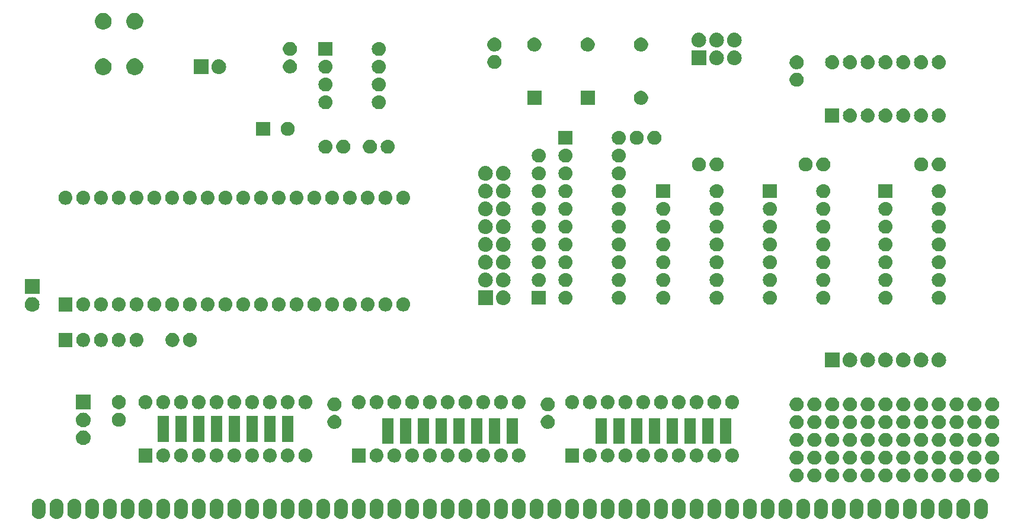
<source format=gbs>
G04 #@! TF.GenerationSoftware,KiCad,Pcbnew,(5.0.2)-1*
G04 #@! TF.CreationDate,2019-01-03T12:41:09+01:00*
G04 #@! TF.ProjectId,CPU6502,43505536-3530-4322-9e6b-696361645f70,rev?*
G04 #@! TF.SameCoordinates,Original*
G04 #@! TF.FileFunction,Soldermask,Bot*
G04 #@! TF.FilePolarity,Negative*
%FSLAX46Y46*%
G04 Gerber Fmt 4.6, Leading zero omitted, Abs format (unit mm)*
G04 Created by KiCad (PCBNEW (5.0.2)-1) date 03.01.2019 12:41:09*
%MOMM*%
%LPD*%
G01*
G04 APERTURE LIST*
%ADD10C,0.100000*%
G04 APERTURE END LIST*
D10*
G36*
X95446029Y-109054469D02*
X95446032Y-109054470D01*
X95446033Y-109054470D01*
X95634534Y-109111651D01*
X95634536Y-109111652D01*
X95634539Y-109111653D01*
X95808258Y-109204507D01*
X95960528Y-109329472D01*
X96085491Y-109481740D01*
X96178348Y-109655463D01*
X96235531Y-109843970D01*
X96250000Y-109990876D01*
X96250000Y-110989123D01*
X96235531Y-111136030D01*
X96235530Y-111136033D01*
X96235530Y-111136034D01*
X96178350Y-111324533D01*
X96178348Y-111324537D01*
X96085491Y-111498260D01*
X95960528Y-111650528D01*
X95808260Y-111775491D01*
X95808258Y-111775492D01*
X95634535Y-111868349D01*
X95446034Y-111925530D01*
X95446033Y-111925530D01*
X95446030Y-111925531D01*
X95250000Y-111944838D01*
X95053971Y-111925531D01*
X95053968Y-111925530D01*
X95053967Y-111925530D01*
X94865466Y-111868349D01*
X94691743Y-111775492D01*
X94691741Y-111775491D01*
X94539473Y-111650528D01*
X94414510Y-111498260D01*
X94321651Y-111324533D01*
X94264469Y-111136035D01*
X94250000Y-110989124D01*
X94250000Y-109990877D01*
X94264469Y-109843971D01*
X94264470Y-109843967D01*
X94321651Y-109655466D01*
X94321652Y-109655464D01*
X94321653Y-109655461D01*
X94414507Y-109481742D01*
X94539472Y-109329472D01*
X94691740Y-109204509D01*
X94865463Y-109111652D01*
X94865465Y-109111651D01*
X95053966Y-109054470D01*
X95053967Y-109054470D01*
X95053970Y-109054469D01*
X95250000Y-109035162D01*
X95446029Y-109054469D01*
X95446029Y-109054469D01*
G37*
G36*
X128466029Y-109054469D02*
X128466032Y-109054470D01*
X128466033Y-109054470D01*
X128654534Y-109111651D01*
X128654536Y-109111652D01*
X128654539Y-109111653D01*
X128828258Y-109204507D01*
X128980528Y-109329472D01*
X129105491Y-109481740D01*
X129198348Y-109655463D01*
X129255531Y-109843970D01*
X129270000Y-109990876D01*
X129270000Y-110989123D01*
X129255531Y-111136030D01*
X129255530Y-111136033D01*
X129255530Y-111136034D01*
X129198350Y-111324533D01*
X129198348Y-111324537D01*
X129105491Y-111498260D01*
X128980528Y-111650528D01*
X128828260Y-111775491D01*
X128828258Y-111775492D01*
X128654535Y-111868349D01*
X128466034Y-111925530D01*
X128466033Y-111925530D01*
X128466030Y-111925531D01*
X128270000Y-111944838D01*
X128073971Y-111925531D01*
X128073968Y-111925530D01*
X128073967Y-111925530D01*
X127885466Y-111868349D01*
X127711743Y-111775492D01*
X127711741Y-111775491D01*
X127559473Y-111650528D01*
X127434510Y-111498260D01*
X127341651Y-111324533D01*
X127284469Y-111136035D01*
X127270000Y-110989124D01*
X127270000Y-109990877D01*
X127284469Y-109843971D01*
X127284470Y-109843967D01*
X127341651Y-109655466D01*
X127341652Y-109655464D01*
X127341653Y-109655461D01*
X127434507Y-109481742D01*
X127559472Y-109329472D01*
X127711740Y-109204509D01*
X127885463Y-109111652D01*
X127885465Y-109111651D01*
X128073966Y-109054470D01*
X128073967Y-109054470D01*
X128073970Y-109054469D01*
X128270000Y-109035162D01*
X128466029Y-109054469D01*
X128466029Y-109054469D01*
G37*
G36*
X158946029Y-109054469D02*
X158946032Y-109054470D01*
X158946033Y-109054470D01*
X159134534Y-109111651D01*
X159134536Y-109111652D01*
X159134539Y-109111653D01*
X159308258Y-109204507D01*
X159460528Y-109329472D01*
X159585491Y-109481740D01*
X159678348Y-109655463D01*
X159735531Y-109843970D01*
X159750000Y-109990876D01*
X159750000Y-110989123D01*
X159735531Y-111136030D01*
X159735530Y-111136033D01*
X159735530Y-111136034D01*
X159678350Y-111324533D01*
X159678348Y-111324537D01*
X159585491Y-111498260D01*
X159460528Y-111650528D01*
X159308260Y-111775491D01*
X159308258Y-111775492D01*
X159134535Y-111868349D01*
X158946034Y-111925530D01*
X158946033Y-111925530D01*
X158946030Y-111925531D01*
X158750000Y-111944838D01*
X158553971Y-111925531D01*
X158553968Y-111925530D01*
X158553967Y-111925530D01*
X158365466Y-111868349D01*
X158191743Y-111775492D01*
X158191741Y-111775491D01*
X158039473Y-111650528D01*
X157914510Y-111498260D01*
X157821651Y-111324533D01*
X157764469Y-111136035D01*
X157750000Y-110989124D01*
X157750000Y-109990877D01*
X157764469Y-109843971D01*
X157764470Y-109843967D01*
X157821651Y-109655466D01*
X157821652Y-109655464D01*
X157821653Y-109655461D01*
X157914507Y-109481742D01*
X158039472Y-109329472D01*
X158191740Y-109204509D01*
X158365463Y-109111652D01*
X158365465Y-109111651D01*
X158553966Y-109054470D01*
X158553967Y-109054470D01*
X158553970Y-109054469D01*
X158750000Y-109035162D01*
X158946029Y-109054469D01*
X158946029Y-109054469D01*
G37*
G36*
X156406029Y-109054469D02*
X156406032Y-109054470D01*
X156406033Y-109054470D01*
X156594534Y-109111651D01*
X156594536Y-109111652D01*
X156594539Y-109111653D01*
X156768258Y-109204507D01*
X156920528Y-109329472D01*
X157045491Y-109481740D01*
X157138348Y-109655463D01*
X157195531Y-109843970D01*
X157210000Y-109990876D01*
X157210000Y-110989123D01*
X157195531Y-111136030D01*
X157195530Y-111136033D01*
X157195530Y-111136034D01*
X157138350Y-111324533D01*
X157138348Y-111324537D01*
X157045491Y-111498260D01*
X156920528Y-111650528D01*
X156768260Y-111775491D01*
X156768258Y-111775492D01*
X156594535Y-111868349D01*
X156406034Y-111925530D01*
X156406033Y-111925530D01*
X156406030Y-111925531D01*
X156210000Y-111944838D01*
X156013971Y-111925531D01*
X156013968Y-111925530D01*
X156013967Y-111925530D01*
X155825466Y-111868349D01*
X155651743Y-111775492D01*
X155651741Y-111775491D01*
X155499473Y-111650528D01*
X155374510Y-111498260D01*
X155281651Y-111324533D01*
X155224469Y-111136035D01*
X155210000Y-110989124D01*
X155210000Y-109990877D01*
X155224469Y-109843971D01*
X155224470Y-109843967D01*
X155281651Y-109655466D01*
X155281652Y-109655464D01*
X155281653Y-109655461D01*
X155374507Y-109481742D01*
X155499472Y-109329472D01*
X155651740Y-109204509D01*
X155825463Y-109111652D01*
X155825465Y-109111651D01*
X156013966Y-109054470D01*
X156013967Y-109054470D01*
X156013970Y-109054469D01*
X156210000Y-109035162D01*
X156406029Y-109054469D01*
X156406029Y-109054469D01*
G37*
G36*
X153866029Y-109054469D02*
X153866032Y-109054470D01*
X153866033Y-109054470D01*
X154054534Y-109111651D01*
X154054536Y-109111652D01*
X154054539Y-109111653D01*
X154228258Y-109204507D01*
X154380528Y-109329472D01*
X154505491Y-109481740D01*
X154598348Y-109655463D01*
X154655531Y-109843970D01*
X154670000Y-109990876D01*
X154670000Y-110989123D01*
X154655531Y-111136030D01*
X154655530Y-111136033D01*
X154655530Y-111136034D01*
X154598350Y-111324533D01*
X154598348Y-111324537D01*
X154505491Y-111498260D01*
X154380528Y-111650528D01*
X154228260Y-111775491D01*
X154228258Y-111775492D01*
X154054535Y-111868349D01*
X153866034Y-111925530D01*
X153866033Y-111925530D01*
X153866030Y-111925531D01*
X153670000Y-111944838D01*
X153473971Y-111925531D01*
X153473968Y-111925530D01*
X153473967Y-111925530D01*
X153285466Y-111868349D01*
X153111743Y-111775492D01*
X153111741Y-111775491D01*
X152959473Y-111650528D01*
X152834510Y-111498260D01*
X152741651Y-111324533D01*
X152684469Y-111136035D01*
X152670000Y-110989124D01*
X152670000Y-109990877D01*
X152684469Y-109843971D01*
X152684470Y-109843967D01*
X152741651Y-109655466D01*
X152741652Y-109655464D01*
X152741653Y-109655461D01*
X152834507Y-109481742D01*
X152959472Y-109329472D01*
X153111740Y-109204509D01*
X153285463Y-109111652D01*
X153285465Y-109111651D01*
X153473966Y-109054470D01*
X153473967Y-109054470D01*
X153473970Y-109054469D01*
X153670000Y-109035162D01*
X153866029Y-109054469D01*
X153866029Y-109054469D01*
G37*
G36*
X151326029Y-109054469D02*
X151326032Y-109054470D01*
X151326033Y-109054470D01*
X151514534Y-109111651D01*
X151514536Y-109111652D01*
X151514539Y-109111653D01*
X151688258Y-109204507D01*
X151840528Y-109329472D01*
X151965491Y-109481740D01*
X152058348Y-109655463D01*
X152115531Y-109843970D01*
X152130000Y-109990876D01*
X152130000Y-110989123D01*
X152115531Y-111136030D01*
X152115530Y-111136033D01*
X152115530Y-111136034D01*
X152058350Y-111324533D01*
X152058348Y-111324537D01*
X151965491Y-111498260D01*
X151840528Y-111650528D01*
X151688260Y-111775491D01*
X151688258Y-111775492D01*
X151514535Y-111868349D01*
X151326034Y-111925530D01*
X151326033Y-111925530D01*
X151326030Y-111925531D01*
X151130000Y-111944838D01*
X150933971Y-111925531D01*
X150933968Y-111925530D01*
X150933967Y-111925530D01*
X150745466Y-111868349D01*
X150571743Y-111775492D01*
X150571741Y-111775491D01*
X150419473Y-111650528D01*
X150294510Y-111498260D01*
X150201651Y-111324533D01*
X150144469Y-111136035D01*
X150130000Y-110989124D01*
X150130000Y-109990877D01*
X150144469Y-109843971D01*
X150144470Y-109843967D01*
X150201651Y-109655466D01*
X150201652Y-109655464D01*
X150201653Y-109655461D01*
X150294507Y-109481742D01*
X150419472Y-109329472D01*
X150571740Y-109204509D01*
X150745463Y-109111652D01*
X150745465Y-109111651D01*
X150933966Y-109054470D01*
X150933967Y-109054470D01*
X150933970Y-109054469D01*
X151130000Y-109035162D01*
X151326029Y-109054469D01*
X151326029Y-109054469D01*
G37*
G36*
X148786029Y-109054469D02*
X148786032Y-109054470D01*
X148786033Y-109054470D01*
X148974534Y-109111651D01*
X148974536Y-109111652D01*
X148974539Y-109111653D01*
X149148258Y-109204507D01*
X149300528Y-109329472D01*
X149425491Y-109481740D01*
X149518348Y-109655463D01*
X149575531Y-109843970D01*
X149590000Y-109990876D01*
X149590000Y-110989123D01*
X149575531Y-111136030D01*
X149575530Y-111136033D01*
X149575530Y-111136034D01*
X149518350Y-111324533D01*
X149518348Y-111324537D01*
X149425491Y-111498260D01*
X149300528Y-111650528D01*
X149148260Y-111775491D01*
X149148258Y-111775492D01*
X148974535Y-111868349D01*
X148786034Y-111925530D01*
X148786033Y-111925530D01*
X148786030Y-111925531D01*
X148590000Y-111944838D01*
X148393971Y-111925531D01*
X148393968Y-111925530D01*
X148393967Y-111925530D01*
X148205466Y-111868349D01*
X148031743Y-111775492D01*
X148031741Y-111775491D01*
X147879473Y-111650528D01*
X147754510Y-111498260D01*
X147661651Y-111324533D01*
X147604469Y-111136035D01*
X147590000Y-110989124D01*
X147590000Y-109990877D01*
X147604469Y-109843971D01*
X147604470Y-109843967D01*
X147661651Y-109655466D01*
X147661652Y-109655464D01*
X147661653Y-109655461D01*
X147754507Y-109481742D01*
X147879472Y-109329472D01*
X148031740Y-109204509D01*
X148205463Y-109111652D01*
X148205465Y-109111651D01*
X148393966Y-109054470D01*
X148393967Y-109054470D01*
X148393970Y-109054469D01*
X148590000Y-109035162D01*
X148786029Y-109054469D01*
X148786029Y-109054469D01*
G37*
G36*
X146246029Y-109054469D02*
X146246032Y-109054470D01*
X146246033Y-109054470D01*
X146434534Y-109111651D01*
X146434536Y-109111652D01*
X146434539Y-109111653D01*
X146608258Y-109204507D01*
X146760528Y-109329472D01*
X146885491Y-109481740D01*
X146978348Y-109655463D01*
X147035531Y-109843970D01*
X147050000Y-109990876D01*
X147050000Y-110989123D01*
X147035531Y-111136030D01*
X147035530Y-111136033D01*
X147035530Y-111136034D01*
X146978350Y-111324533D01*
X146978348Y-111324537D01*
X146885491Y-111498260D01*
X146760528Y-111650528D01*
X146608260Y-111775491D01*
X146608258Y-111775492D01*
X146434535Y-111868349D01*
X146246034Y-111925530D01*
X146246033Y-111925530D01*
X146246030Y-111925531D01*
X146050000Y-111944838D01*
X145853971Y-111925531D01*
X145853968Y-111925530D01*
X145853967Y-111925530D01*
X145665466Y-111868349D01*
X145491743Y-111775492D01*
X145491741Y-111775491D01*
X145339473Y-111650528D01*
X145214510Y-111498260D01*
X145121651Y-111324533D01*
X145064469Y-111136035D01*
X145050000Y-110989124D01*
X145050000Y-109990877D01*
X145064469Y-109843971D01*
X145064470Y-109843967D01*
X145121651Y-109655466D01*
X145121652Y-109655464D01*
X145121653Y-109655461D01*
X145214507Y-109481742D01*
X145339472Y-109329472D01*
X145491740Y-109204509D01*
X145665463Y-109111652D01*
X145665465Y-109111651D01*
X145853966Y-109054470D01*
X145853967Y-109054470D01*
X145853970Y-109054469D01*
X146050000Y-109035162D01*
X146246029Y-109054469D01*
X146246029Y-109054469D01*
G37*
G36*
X143706029Y-109054469D02*
X143706032Y-109054470D01*
X143706033Y-109054470D01*
X143894534Y-109111651D01*
X143894536Y-109111652D01*
X143894539Y-109111653D01*
X144068258Y-109204507D01*
X144220528Y-109329472D01*
X144345491Y-109481740D01*
X144438348Y-109655463D01*
X144495531Y-109843970D01*
X144510000Y-109990876D01*
X144510000Y-110989123D01*
X144495531Y-111136030D01*
X144495530Y-111136033D01*
X144495530Y-111136034D01*
X144438350Y-111324533D01*
X144438348Y-111324537D01*
X144345491Y-111498260D01*
X144220528Y-111650528D01*
X144068260Y-111775491D01*
X144068258Y-111775492D01*
X143894535Y-111868349D01*
X143706034Y-111925530D01*
X143706033Y-111925530D01*
X143706030Y-111925531D01*
X143510000Y-111944838D01*
X143313971Y-111925531D01*
X143313968Y-111925530D01*
X143313967Y-111925530D01*
X143125466Y-111868349D01*
X142951743Y-111775492D01*
X142951741Y-111775491D01*
X142799473Y-111650528D01*
X142674510Y-111498260D01*
X142581651Y-111324533D01*
X142524469Y-111136035D01*
X142510000Y-110989124D01*
X142510000Y-109990877D01*
X142524469Y-109843971D01*
X142524470Y-109843967D01*
X142581651Y-109655466D01*
X142581652Y-109655464D01*
X142581653Y-109655461D01*
X142674507Y-109481742D01*
X142799472Y-109329472D01*
X142951740Y-109204509D01*
X143125463Y-109111652D01*
X143125465Y-109111651D01*
X143313966Y-109054470D01*
X143313967Y-109054470D01*
X143313970Y-109054469D01*
X143510000Y-109035162D01*
X143706029Y-109054469D01*
X143706029Y-109054469D01*
G37*
G36*
X141166029Y-109054469D02*
X141166032Y-109054470D01*
X141166033Y-109054470D01*
X141354534Y-109111651D01*
X141354536Y-109111652D01*
X141354539Y-109111653D01*
X141528258Y-109204507D01*
X141680528Y-109329472D01*
X141805491Y-109481740D01*
X141898348Y-109655463D01*
X141955531Y-109843970D01*
X141970000Y-109990876D01*
X141970000Y-110989123D01*
X141955531Y-111136030D01*
X141955530Y-111136033D01*
X141955530Y-111136034D01*
X141898350Y-111324533D01*
X141898348Y-111324537D01*
X141805491Y-111498260D01*
X141680528Y-111650528D01*
X141528260Y-111775491D01*
X141528258Y-111775492D01*
X141354535Y-111868349D01*
X141166034Y-111925530D01*
X141166033Y-111925530D01*
X141166030Y-111925531D01*
X140970000Y-111944838D01*
X140773971Y-111925531D01*
X140773968Y-111925530D01*
X140773967Y-111925530D01*
X140585466Y-111868349D01*
X140411743Y-111775492D01*
X140411741Y-111775491D01*
X140259473Y-111650528D01*
X140134510Y-111498260D01*
X140041651Y-111324533D01*
X139984469Y-111136035D01*
X139970000Y-110989124D01*
X139970000Y-109990877D01*
X139984469Y-109843971D01*
X139984470Y-109843967D01*
X140041651Y-109655466D01*
X140041652Y-109655464D01*
X140041653Y-109655461D01*
X140134507Y-109481742D01*
X140259472Y-109329472D01*
X140411740Y-109204509D01*
X140585463Y-109111652D01*
X140585465Y-109111651D01*
X140773966Y-109054470D01*
X140773967Y-109054470D01*
X140773970Y-109054469D01*
X140970000Y-109035162D01*
X141166029Y-109054469D01*
X141166029Y-109054469D01*
G37*
G36*
X138626029Y-109054469D02*
X138626032Y-109054470D01*
X138626033Y-109054470D01*
X138814534Y-109111651D01*
X138814536Y-109111652D01*
X138814539Y-109111653D01*
X138988258Y-109204507D01*
X139140528Y-109329472D01*
X139265491Y-109481740D01*
X139358348Y-109655463D01*
X139415531Y-109843970D01*
X139430000Y-109990876D01*
X139430000Y-110989123D01*
X139415531Y-111136030D01*
X139415530Y-111136033D01*
X139415530Y-111136034D01*
X139358350Y-111324533D01*
X139358348Y-111324537D01*
X139265491Y-111498260D01*
X139140528Y-111650528D01*
X138988260Y-111775491D01*
X138988258Y-111775492D01*
X138814535Y-111868349D01*
X138626034Y-111925530D01*
X138626033Y-111925530D01*
X138626030Y-111925531D01*
X138430000Y-111944838D01*
X138233971Y-111925531D01*
X138233968Y-111925530D01*
X138233967Y-111925530D01*
X138045466Y-111868349D01*
X137871743Y-111775492D01*
X137871741Y-111775491D01*
X137719473Y-111650528D01*
X137594510Y-111498260D01*
X137501651Y-111324533D01*
X137444469Y-111136035D01*
X137430000Y-110989124D01*
X137430000Y-109990877D01*
X137444469Y-109843971D01*
X137444470Y-109843967D01*
X137501651Y-109655466D01*
X137501652Y-109655464D01*
X137501653Y-109655461D01*
X137594507Y-109481742D01*
X137719472Y-109329472D01*
X137871740Y-109204509D01*
X138045463Y-109111652D01*
X138045465Y-109111651D01*
X138233966Y-109054470D01*
X138233967Y-109054470D01*
X138233970Y-109054469D01*
X138430000Y-109035162D01*
X138626029Y-109054469D01*
X138626029Y-109054469D01*
G37*
G36*
X136086029Y-109054469D02*
X136086032Y-109054470D01*
X136086033Y-109054470D01*
X136274534Y-109111651D01*
X136274536Y-109111652D01*
X136274539Y-109111653D01*
X136448258Y-109204507D01*
X136600528Y-109329472D01*
X136725491Y-109481740D01*
X136818348Y-109655463D01*
X136875531Y-109843970D01*
X136890000Y-109990876D01*
X136890000Y-110989123D01*
X136875531Y-111136030D01*
X136875530Y-111136033D01*
X136875530Y-111136034D01*
X136818350Y-111324533D01*
X136818348Y-111324537D01*
X136725491Y-111498260D01*
X136600528Y-111650528D01*
X136448260Y-111775491D01*
X136448258Y-111775492D01*
X136274535Y-111868349D01*
X136086034Y-111925530D01*
X136086033Y-111925530D01*
X136086030Y-111925531D01*
X135890000Y-111944838D01*
X135693971Y-111925531D01*
X135693968Y-111925530D01*
X135693967Y-111925530D01*
X135505466Y-111868349D01*
X135331743Y-111775492D01*
X135331741Y-111775491D01*
X135179473Y-111650528D01*
X135054510Y-111498260D01*
X134961651Y-111324533D01*
X134904469Y-111136035D01*
X134890000Y-110989124D01*
X134890000Y-109990877D01*
X134904469Y-109843971D01*
X134904470Y-109843967D01*
X134961651Y-109655466D01*
X134961652Y-109655464D01*
X134961653Y-109655461D01*
X135054507Y-109481742D01*
X135179472Y-109329472D01*
X135331740Y-109204509D01*
X135505463Y-109111652D01*
X135505465Y-109111651D01*
X135693966Y-109054470D01*
X135693967Y-109054470D01*
X135693970Y-109054469D01*
X135890000Y-109035162D01*
X136086029Y-109054469D01*
X136086029Y-109054469D01*
G37*
G36*
X133546029Y-109054469D02*
X133546032Y-109054470D01*
X133546033Y-109054470D01*
X133734534Y-109111651D01*
X133734536Y-109111652D01*
X133734539Y-109111653D01*
X133908258Y-109204507D01*
X134060528Y-109329472D01*
X134185491Y-109481740D01*
X134278348Y-109655463D01*
X134335531Y-109843970D01*
X134350000Y-109990876D01*
X134350000Y-110989123D01*
X134335531Y-111136030D01*
X134335530Y-111136033D01*
X134335530Y-111136034D01*
X134278350Y-111324533D01*
X134278348Y-111324537D01*
X134185491Y-111498260D01*
X134060528Y-111650528D01*
X133908260Y-111775491D01*
X133908258Y-111775492D01*
X133734535Y-111868349D01*
X133546034Y-111925530D01*
X133546033Y-111925530D01*
X133546030Y-111925531D01*
X133350000Y-111944838D01*
X133153971Y-111925531D01*
X133153968Y-111925530D01*
X133153967Y-111925530D01*
X132965466Y-111868349D01*
X132791743Y-111775492D01*
X132791741Y-111775491D01*
X132639473Y-111650528D01*
X132514510Y-111498260D01*
X132421651Y-111324533D01*
X132364469Y-111136035D01*
X132350000Y-110989124D01*
X132350000Y-109990877D01*
X132364469Y-109843971D01*
X132364470Y-109843967D01*
X132421651Y-109655466D01*
X132421652Y-109655464D01*
X132421653Y-109655461D01*
X132514507Y-109481742D01*
X132639472Y-109329472D01*
X132791740Y-109204509D01*
X132965463Y-109111652D01*
X132965465Y-109111651D01*
X133153966Y-109054470D01*
X133153967Y-109054470D01*
X133153970Y-109054469D01*
X133350000Y-109035162D01*
X133546029Y-109054469D01*
X133546029Y-109054469D01*
G37*
G36*
X131006029Y-109054469D02*
X131006032Y-109054470D01*
X131006033Y-109054470D01*
X131194534Y-109111651D01*
X131194536Y-109111652D01*
X131194539Y-109111653D01*
X131368258Y-109204507D01*
X131520528Y-109329472D01*
X131645491Y-109481740D01*
X131738348Y-109655463D01*
X131795531Y-109843970D01*
X131810000Y-109990876D01*
X131810000Y-110989123D01*
X131795531Y-111136030D01*
X131795530Y-111136033D01*
X131795530Y-111136034D01*
X131738350Y-111324533D01*
X131738348Y-111324537D01*
X131645491Y-111498260D01*
X131520528Y-111650528D01*
X131368260Y-111775491D01*
X131368258Y-111775492D01*
X131194535Y-111868349D01*
X131006034Y-111925530D01*
X131006033Y-111925530D01*
X131006030Y-111925531D01*
X130810000Y-111944838D01*
X130613971Y-111925531D01*
X130613968Y-111925530D01*
X130613967Y-111925530D01*
X130425466Y-111868349D01*
X130251743Y-111775492D01*
X130251741Y-111775491D01*
X130099473Y-111650528D01*
X129974510Y-111498260D01*
X129881651Y-111324533D01*
X129824469Y-111136035D01*
X129810000Y-110989124D01*
X129810000Y-109990877D01*
X129824469Y-109843971D01*
X129824470Y-109843967D01*
X129881651Y-109655466D01*
X129881652Y-109655464D01*
X129881653Y-109655461D01*
X129974507Y-109481742D01*
X130099472Y-109329472D01*
X130251740Y-109204509D01*
X130425463Y-109111652D01*
X130425465Y-109111651D01*
X130613966Y-109054470D01*
X130613967Y-109054470D01*
X130613970Y-109054469D01*
X130810000Y-109035162D01*
X131006029Y-109054469D01*
X131006029Y-109054469D01*
G37*
G36*
X90366029Y-109054469D02*
X90366032Y-109054470D01*
X90366033Y-109054470D01*
X90554534Y-109111651D01*
X90554536Y-109111652D01*
X90554539Y-109111653D01*
X90728258Y-109204507D01*
X90880528Y-109329472D01*
X91005491Y-109481740D01*
X91098348Y-109655463D01*
X91155531Y-109843970D01*
X91170000Y-109990876D01*
X91170000Y-110989123D01*
X91155531Y-111136030D01*
X91155530Y-111136033D01*
X91155530Y-111136034D01*
X91098350Y-111324533D01*
X91098348Y-111324537D01*
X91005491Y-111498260D01*
X90880528Y-111650528D01*
X90728260Y-111775491D01*
X90728258Y-111775492D01*
X90554535Y-111868349D01*
X90366034Y-111925530D01*
X90366033Y-111925530D01*
X90366030Y-111925531D01*
X90170000Y-111944838D01*
X89973971Y-111925531D01*
X89973968Y-111925530D01*
X89973967Y-111925530D01*
X89785466Y-111868349D01*
X89611743Y-111775492D01*
X89611741Y-111775491D01*
X89459473Y-111650528D01*
X89334510Y-111498260D01*
X89241651Y-111324533D01*
X89184469Y-111136035D01*
X89170000Y-110989124D01*
X89170000Y-109990877D01*
X89184469Y-109843971D01*
X89184470Y-109843967D01*
X89241651Y-109655466D01*
X89241652Y-109655464D01*
X89241653Y-109655461D01*
X89334507Y-109481742D01*
X89459472Y-109329472D01*
X89611740Y-109204509D01*
X89785463Y-109111652D01*
X89785465Y-109111651D01*
X89973966Y-109054470D01*
X89973967Y-109054470D01*
X89973970Y-109054469D01*
X90170000Y-109035162D01*
X90366029Y-109054469D01*
X90366029Y-109054469D01*
G37*
G36*
X125926029Y-109054469D02*
X125926032Y-109054470D01*
X125926033Y-109054470D01*
X126114534Y-109111651D01*
X126114536Y-109111652D01*
X126114539Y-109111653D01*
X126288258Y-109204507D01*
X126440528Y-109329472D01*
X126565491Y-109481740D01*
X126658348Y-109655463D01*
X126715531Y-109843970D01*
X126730000Y-109990876D01*
X126730000Y-110989123D01*
X126715531Y-111136030D01*
X126715530Y-111136033D01*
X126715530Y-111136034D01*
X126658350Y-111324533D01*
X126658348Y-111324537D01*
X126565491Y-111498260D01*
X126440528Y-111650528D01*
X126288260Y-111775491D01*
X126288258Y-111775492D01*
X126114535Y-111868349D01*
X125926034Y-111925530D01*
X125926033Y-111925530D01*
X125926030Y-111925531D01*
X125730000Y-111944838D01*
X125533971Y-111925531D01*
X125533968Y-111925530D01*
X125533967Y-111925530D01*
X125345466Y-111868349D01*
X125171743Y-111775492D01*
X125171741Y-111775491D01*
X125019473Y-111650528D01*
X124894510Y-111498260D01*
X124801651Y-111324533D01*
X124744469Y-111136035D01*
X124730000Y-110989124D01*
X124730000Y-109990877D01*
X124744469Y-109843971D01*
X124744470Y-109843967D01*
X124801651Y-109655466D01*
X124801652Y-109655464D01*
X124801653Y-109655461D01*
X124894507Y-109481742D01*
X125019472Y-109329472D01*
X125171740Y-109204509D01*
X125345463Y-109111652D01*
X125345465Y-109111651D01*
X125533966Y-109054470D01*
X125533967Y-109054470D01*
X125533970Y-109054469D01*
X125730000Y-109035162D01*
X125926029Y-109054469D01*
X125926029Y-109054469D01*
G37*
G36*
X123386029Y-109054469D02*
X123386032Y-109054470D01*
X123386033Y-109054470D01*
X123574534Y-109111651D01*
X123574536Y-109111652D01*
X123574539Y-109111653D01*
X123748258Y-109204507D01*
X123900528Y-109329472D01*
X124025491Y-109481740D01*
X124118348Y-109655463D01*
X124175531Y-109843970D01*
X124190000Y-109990876D01*
X124190000Y-110989123D01*
X124175531Y-111136030D01*
X124175530Y-111136033D01*
X124175530Y-111136034D01*
X124118350Y-111324533D01*
X124118348Y-111324537D01*
X124025491Y-111498260D01*
X123900528Y-111650528D01*
X123748260Y-111775491D01*
X123748258Y-111775492D01*
X123574535Y-111868349D01*
X123386034Y-111925530D01*
X123386033Y-111925530D01*
X123386030Y-111925531D01*
X123190000Y-111944838D01*
X122993971Y-111925531D01*
X122993968Y-111925530D01*
X122993967Y-111925530D01*
X122805466Y-111868349D01*
X122631743Y-111775492D01*
X122631741Y-111775491D01*
X122479473Y-111650528D01*
X122354510Y-111498260D01*
X122261651Y-111324533D01*
X122204469Y-111136035D01*
X122190000Y-110989124D01*
X122190000Y-109990877D01*
X122204469Y-109843971D01*
X122204470Y-109843967D01*
X122261651Y-109655466D01*
X122261652Y-109655464D01*
X122261653Y-109655461D01*
X122354507Y-109481742D01*
X122479472Y-109329472D01*
X122631740Y-109204509D01*
X122805463Y-109111652D01*
X122805465Y-109111651D01*
X122993966Y-109054470D01*
X122993967Y-109054470D01*
X122993970Y-109054469D01*
X123190000Y-109035162D01*
X123386029Y-109054469D01*
X123386029Y-109054469D01*
G37*
G36*
X120846029Y-109054469D02*
X120846032Y-109054470D01*
X120846033Y-109054470D01*
X121034534Y-109111651D01*
X121034536Y-109111652D01*
X121034539Y-109111653D01*
X121208258Y-109204507D01*
X121360528Y-109329472D01*
X121485491Y-109481740D01*
X121578348Y-109655463D01*
X121635531Y-109843970D01*
X121650000Y-109990876D01*
X121650000Y-110989123D01*
X121635531Y-111136030D01*
X121635530Y-111136033D01*
X121635530Y-111136034D01*
X121578350Y-111324533D01*
X121578348Y-111324537D01*
X121485491Y-111498260D01*
X121360528Y-111650528D01*
X121208260Y-111775491D01*
X121208258Y-111775492D01*
X121034535Y-111868349D01*
X120846034Y-111925530D01*
X120846033Y-111925530D01*
X120846030Y-111925531D01*
X120650000Y-111944838D01*
X120453971Y-111925531D01*
X120453968Y-111925530D01*
X120453967Y-111925530D01*
X120265466Y-111868349D01*
X120091743Y-111775492D01*
X120091741Y-111775491D01*
X119939473Y-111650528D01*
X119814510Y-111498260D01*
X119721651Y-111324533D01*
X119664469Y-111136035D01*
X119650000Y-110989124D01*
X119650000Y-109990877D01*
X119664469Y-109843971D01*
X119664470Y-109843967D01*
X119721651Y-109655466D01*
X119721652Y-109655464D01*
X119721653Y-109655461D01*
X119814507Y-109481742D01*
X119939472Y-109329472D01*
X120091740Y-109204509D01*
X120265463Y-109111652D01*
X120265465Y-109111651D01*
X120453966Y-109054470D01*
X120453967Y-109054470D01*
X120453970Y-109054469D01*
X120650000Y-109035162D01*
X120846029Y-109054469D01*
X120846029Y-109054469D01*
G37*
G36*
X118306029Y-109054469D02*
X118306032Y-109054470D01*
X118306033Y-109054470D01*
X118494534Y-109111651D01*
X118494536Y-109111652D01*
X118494539Y-109111653D01*
X118668258Y-109204507D01*
X118820528Y-109329472D01*
X118945491Y-109481740D01*
X119038348Y-109655463D01*
X119095531Y-109843970D01*
X119110000Y-109990876D01*
X119110000Y-110989123D01*
X119095531Y-111136030D01*
X119095530Y-111136033D01*
X119095530Y-111136034D01*
X119038350Y-111324533D01*
X119038348Y-111324537D01*
X118945491Y-111498260D01*
X118820528Y-111650528D01*
X118668260Y-111775491D01*
X118668258Y-111775492D01*
X118494535Y-111868349D01*
X118306034Y-111925530D01*
X118306033Y-111925530D01*
X118306030Y-111925531D01*
X118110000Y-111944838D01*
X117913971Y-111925531D01*
X117913968Y-111925530D01*
X117913967Y-111925530D01*
X117725466Y-111868349D01*
X117551743Y-111775492D01*
X117551741Y-111775491D01*
X117399473Y-111650528D01*
X117274510Y-111498260D01*
X117181651Y-111324533D01*
X117124469Y-111136035D01*
X117110000Y-110989124D01*
X117110000Y-109990877D01*
X117124469Y-109843971D01*
X117124470Y-109843967D01*
X117181651Y-109655466D01*
X117181652Y-109655464D01*
X117181653Y-109655461D01*
X117274507Y-109481742D01*
X117399472Y-109329472D01*
X117551740Y-109204509D01*
X117725463Y-109111652D01*
X117725465Y-109111651D01*
X117913966Y-109054470D01*
X117913967Y-109054470D01*
X117913970Y-109054469D01*
X118110000Y-109035162D01*
X118306029Y-109054469D01*
X118306029Y-109054469D01*
G37*
G36*
X115766029Y-109054469D02*
X115766032Y-109054470D01*
X115766033Y-109054470D01*
X115954534Y-109111651D01*
X115954536Y-109111652D01*
X115954539Y-109111653D01*
X116128258Y-109204507D01*
X116280528Y-109329472D01*
X116405491Y-109481740D01*
X116498348Y-109655463D01*
X116555531Y-109843970D01*
X116570000Y-109990876D01*
X116570000Y-110989123D01*
X116555531Y-111136030D01*
X116555530Y-111136033D01*
X116555530Y-111136034D01*
X116498350Y-111324533D01*
X116498348Y-111324537D01*
X116405491Y-111498260D01*
X116280528Y-111650528D01*
X116128260Y-111775491D01*
X116128258Y-111775492D01*
X115954535Y-111868349D01*
X115766034Y-111925530D01*
X115766033Y-111925530D01*
X115766030Y-111925531D01*
X115570000Y-111944838D01*
X115373971Y-111925531D01*
X115373968Y-111925530D01*
X115373967Y-111925530D01*
X115185466Y-111868349D01*
X115011743Y-111775492D01*
X115011741Y-111775491D01*
X114859473Y-111650528D01*
X114734510Y-111498260D01*
X114641651Y-111324533D01*
X114584469Y-111136035D01*
X114570000Y-110989124D01*
X114570000Y-109990877D01*
X114584469Y-109843971D01*
X114584470Y-109843967D01*
X114641651Y-109655466D01*
X114641652Y-109655464D01*
X114641653Y-109655461D01*
X114734507Y-109481742D01*
X114859472Y-109329472D01*
X115011740Y-109204509D01*
X115185463Y-109111652D01*
X115185465Y-109111651D01*
X115373966Y-109054470D01*
X115373967Y-109054470D01*
X115373970Y-109054469D01*
X115570000Y-109035162D01*
X115766029Y-109054469D01*
X115766029Y-109054469D01*
G37*
G36*
X113226029Y-109054469D02*
X113226032Y-109054470D01*
X113226033Y-109054470D01*
X113414534Y-109111651D01*
X113414536Y-109111652D01*
X113414539Y-109111653D01*
X113588258Y-109204507D01*
X113740528Y-109329472D01*
X113865491Y-109481740D01*
X113958348Y-109655463D01*
X114015531Y-109843970D01*
X114030000Y-109990876D01*
X114030000Y-110989123D01*
X114015531Y-111136030D01*
X114015530Y-111136033D01*
X114015530Y-111136034D01*
X113958350Y-111324533D01*
X113958348Y-111324537D01*
X113865491Y-111498260D01*
X113740528Y-111650528D01*
X113588260Y-111775491D01*
X113588258Y-111775492D01*
X113414535Y-111868349D01*
X113226034Y-111925530D01*
X113226033Y-111925530D01*
X113226030Y-111925531D01*
X113030000Y-111944838D01*
X112833971Y-111925531D01*
X112833968Y-111925530D01*
X112833967Y-111925530D01*
X112645466Y-111868349D01*
X112471743Y-111775492D01*
X112471741Y-111775491D01*
X112319473Y-111650528D01*
X112194510Y-111498260D01*
X112101651Y-111324533D01*
X112044469Y-111136035D01*
X112030000Y-110989124D01*
X112030000Y-109990877D01*
X112044469Y-109843971D01*
X112044470Y-109843967D01*
X112101651Y-109655466D01*
X112101652Y-109655464D01*
X112101653Y-109655461D01*
X112194507Y-109481742D01*
X112319472Y-109329472D01*
X112471740Y-109204509D01*
X112645463Y-109111652D01*
X112645465Y-109111651D01*
X112833966Y-109054470D01*
X112833967Y-109054470D01*
X112833970Y-109054469D01*
X113030000Y-109035162D01*
X113226029Y-109054469D01*
X113226029Y-109054469D01*
G37*
G36*
X110686029Y-109054469D02*
X110686032Y-109054470D01*
X110686033Y-109054470D01*
X110874534Y-109111651D01*
X110874536Y-109111652D01*
X110874539Y-109111653D01*
X111048258Y-109204507D01*
X111200528Y-109329472D01*
X111325491Y-109481740D01*
X111418348Y-109655463D01*
X111475531Y-109843970D01*
X111490000Y-109990876D01*
X111490000Y-110989123D01*
X111475531Y-111136030D01*
X111475530Y-111136033D01*
X111475530Y-111136034D01*
X111418350Y-111324533D01*
X111418348Y-111324537D01*
X111325491Y-111498260D01*
X111200528Y-111650528D01*
X111048260Y-111775491D01*
X111048258Y-111775492D01*
X110874535Y-111868349D01*
X110686034Y-111925530D01*
X110686033Y-111925530D01*
X110686030Y-111925531D01*
X110490000Y-111944838D01*
X110293971Y-111925531D01*
X110293968Y-111925530D01*
X110293967Y-111925530D01*
X110105466Y-111868349D01*
X109931743Y-111775492D01*
X109931741Y-111775491D01*
X109779473Y-111650528D01*
X109654510Y-111498260D01*
X109561651Y-111324533D01*
X109504469Y-111136035D01*
X109490000Y-110989124D01*
X109490000Y-109990877D01*
X109504469Y-109843971D01*
X109504470Y-109843967D01*
X109561651Y-109655466D01*
X109561652Y-109655464D01*
X109561653Y-109655461D01*
X109654507Y-109481742D01*
X109779472Y-109329472D01*
X109931740Y-109204509D01*
X110105463Y-109111652D01*
X110105465Y-109111651D01*
X110293966Y-109054470D01*
X110293967Y-109054470D01*
X110293970Y-109054469D01*
X110490000Y-109035162D01*
X110686029Y-109054469D01*
X110686029Y-109054469D01*
G37*
G36*
X108146029Y-109054469D02*
X108146032Y-109054470D01*
X108146033Y-109054470D01*
X108334534Y-109111651D01*
X108334536Y-109111652D01*
X108334539Y-109111653D01*
X108508258Y-109204507D01*
X108660528Y-109329472D01*
X108785491Y-109481740D01*
X108878348Y-109655463D01*
X108935531Y-109843970D01*
X108950000Y-109990876D01*
X108950000Y-110989123D01*
X108935531Y-111136030D01*
X108935530Y-111136033D01*
X108935530Y-111136034D01*
X108878350Y-111324533D01*
X108878348Y-111324537D01*
X108785491Y-111498260D01*
X108660528Y-111650528D01*
X108508260Y-111775491D01*
X108508258Y-111775492D01*
X108334535Y-111868349D01*
X108146034Y-111925530D01*
X108146033Y-111925530D01*
X108146030Y-111925531D01*
X107950000Y-111944838D01*
X107753971Y-111925531D01*
X107753968Y-111925530D01*
X107753967Y-111925530D01*
X107565466Y-111868349D01*
X107391743Y-111775492D01*
X107391741Y-111775491D01*
X107239473Y-111650528D01*
X107114510Y-111498260D01*
X107021651Y-111324533D01*
X106964469Y-111136035D01*
X106950000Y-110989124D01*
X106950000Y-109990877D01*
X106964469Y-109843971D01*
X106964470Y-109843967D01*
X107021651Y-109655466D01*
X107021652Y-109655464D01*
X107021653Y-109655461D01*
X107114507Y-109481742D01*
X107239472Y-109329472D01*
X107391740Y-109204509D01*
X107565463Y-109111652D01*
X107565465Y-109111651D01*
X107753966Y-109054470D01*
X107753967Y-109054470D01*
X107753970Y-109054469D01*
X107950000Y-109035162D01*
X108146029Y-109054469D01*
X108146029Y-109054469D01*
G37*
G36*
X105606029Y-109054469D02*
X105606032Y-109054470D01*
X105606033Y-109054470D01*
X105794534Y-109111651D01*
X105794536Y-109111652D01*
X105794539Y-109111653D01*
X105968258Y-109204507D01*
X106120528Y-109329472D01*
X106245491Y-109481740D01*
X106338348Y-109655463D01*
X106395531Y-109843970D01*
X106410000Y-109990876D01*
X106410000Y-110989123D01*
X106395531Y-111136030D01*
X106395530Y-111136033D01*
X106395530Y-111136034D01*
X106338350Y-111324533D01*
X106338348Y-111324537D01*
X106245491Y-111498260D01*
X106120528Y-111650528D01*
X105968260Y-111775491D01*
X105968258Y-111775492D01*
X105794535Y-111868349D01*
X105606034Y-111925530D01*
X105606033Y-111925530D01*
X105606030Y-111925531D01*
X105410000Y-111944838D01*
X105213971Y-111925531D01*
X105213968Y-111925530D01*
X105213967Y-111925530D01*
X105025466Y-111868349D01*
X104851743Y-111775492D01*
X104851741Y-111775491D01*
X104699473Y-111650528D01*
X104574510Y-111498260D01*
X104481651Y-111324533D01*
X104424469Y-111136035D01*
X104410000Y-110989124D01*
X104410000Y-109990877D01*
X104424469Y-109843971D01*
X104424470Y-109843967D01*
X104481651Y-109655466D01*
X104481652Y-109655464D01*
X104481653Y-109655461D01*
X104574507Y-109481742D01*
X104699472Y-109329472D01*
X104851740Y-109204509D01*
X105025463Y-109111652D01*
X105025465Y-109111651D01*
X105213966Y-109054470D01*
X105213967Y-109054470D01*
X105213970Y-109054469D01*
X105410000Y-109035162D01*
X105606029Y-109054469D01*
X105606029Y-109054469D01*
G37*
G36*
X103066029Y-109054469D02*
X103066032Y-109054470D01*
X103066033Y-109054470D01*
X103254534Y-109111651D01*
X103254536Y-109111652D01*
X103254539Y-109111653D01*
X103428258Y-109204507D01*
X103580528Y-109329472D01*
X103705491Y-109481740D01*
X103798348Y-109655463D01*
X103855531Y-109843970D01*
X103870000Y-109990876D01*
X103870000Y-110989123D01*
X103855531Y-111136030D01*
X103855530Y-111136033D01*
X103855530Y-111136034D01*
X103798350Y-111324533D01*
X103798348Y-111324537D01*
X103705491Y-111498260D01*
X103580528Y-111650528D01*
X103428260Y-111775491D01*
X103428258Y-111775492D01*
X103254535Y-111868349D01*
X103066034Y-111925530D01*
X103066033Y-111925530D01*
X103066030Y-111925531D01*
X102870000Y-111944838D01*
X102673971Y-111925531D01*
X102673968Y-111925530D01*
X102673967Y-111925530D01*
X102485466Y-111868349D01*
X102311743Y-111775492D01*
X102311741Y-111775491D01*
X102159473Y-111650528D01*
X102034510Y-111498260D01*
X101941651Y-111324533D01*
X101884469Y-111136035D01*
X101870000Y-110989124D01*
X101870000Y-109990877D01*
X101884469Y-109843971D01*
X101884470Y-109843967D01*
X101941651Y-109655466D01*
X101941652Y-109655464D01*
X101941653Y-109655461D01*
X102034507Y-109481742D01*
X102159472Y-109329472D01*
X102311740Y-109204509D01*
X102485463Y-109111652D01*
X102485465Y-109111651D01*
X102673966Y-109054470D01*
X102673967Y-109054470D01*
X102673970Y-109054469D01*
X102870000Y-109035162D01*
X103066029Y-109054469D01*
X103066029Y-109054469D01*
G37*
G36*
X100526029Y-109054469D02*
X100526032Y-109054470D01*
X100526033Y-109054470D01*
X100714534Y-109111651D01*
X100714536Y-109111652D01*
X100714539Y-109111653D01*
X100888258Y-109204507D01*
X101040528Y-109329472D01*
X101165491Y-109481740D01*
X101258348Y-109655463D01*
X101315531Y-109843970D01*
X101330000Y-109990876D01*
X101330000Y-110989123D01*
X101315531Y-111136030D01*
X101315530Y-111136033D01*
X101315530Y-111136034D01*
X101258350Y-111324533D01*
X101258348Y-111324537D01*
X101165491Y-111498260D01*
X101040528Y-111650528D01*
X100888260Y-111775491D01*
X100888258Y-111775492D01*
X100714535Y-111868349D01*
X100526034Y-111925530D01*
X100526033Y-111925530D01*
X100526030Y-111925531D01*
X100330000Y-111944838D01*
X100133971Y-111925531D01*
X100133968Y-111925530D01*
X100133967Y-111925530D01*
X99945466Y-111868349D01*
X99771743Y-111775492D01*
X99771741Y-111775491D01*
X99619473Y-111650528D01*
X99494510Y-111498260D01*
X99401651Y-111324533D01*
X99344469Y-111136035D01*
X99330000Y-110989124D01*
X99330000Y-109990877D01*
X99344469Y-109843971D01*
X99344470Y-109843967D01*
X99401651Y-109655466D01*
X99401652Y-109655464D01*
X99401653Y-109655461D01*
X99494507Y-109481742D01*
X99619472Y-109329472D01*
X99771740Y-109204509D01*
X99945463Y-109111652D01*
X99945465Y-109111651D01*
X100133966Y-109054470D01*
X100133967Y-109054470D01*
X100133970Y-109054469D01*
X100330000Y-109035162D01*
X100526029Y-109054469D01*
X100526029Y-109054469D01*
G37*
G36*
X97986029Y-109054469D02*
X97986032Y-109054470D01*
X97986033Y-109054470D01*
X98174534Y-109111651D01*
X98174536Y-109111652D01*
X98174539Y-109111653D01*
X98348258Y-109204507D01*
X98500528Y-109329472D01*
X98625491Y-109481740D01*
X98718348Y-109655463D01*
X98775531Y-109843970D01*
X98790000Y-109990876D01*
X98790000Y-110989123D01*
X98775531Y-111136030D01*
X98775530Y-111136033D01*
X98775530Y-111136034D01*
X98718350Y-111324533D01*
X98718348Y-111324537D01*
X98625491Y-111498260D01*
X98500528Y-111650528D01*
X98348260Y-111775491D01*
X98348258Y-111775492D01*
X98174535Y-111868349D01*
X97986034Y-111925530D01*
X97986033Y-111925530D01*
X97986030Y-111925531D01*
X97790000Y-111944838D01*
X97593971Y-111925531D01*
X97593968Y-111925530D01*
X97593967Y-111925530D01*
X97405466Y-111868349D01*
X97231743Y-111775492D01*
X97231741Y-111775491D01*
X97079473Y-111650528D01*
X96954510Y-111498260D01*
X96861651Y-111324533D01*
X96804469Y-111136035D01*
X96790000Y-110989124D01*
X96790000Y-109990877D01*
X96804469Y-109843971D01*
X96804470Y-109843967D01*
X96861651Y-109655466D01*
X96861652Y-109655464D01*
X96861653Y-109655461D01*
X96954507Y-109481742D01*
X97079472Y-109329472D01*
X97231740Y-109204509D01*
X97405463Y-109111652D01*
X97405465Y-109111651D01*
X97593966Y-109054470D01*
X97593967Y-109054470D01*
X97593970Y-109054469D01*
X97790000Y-109035162D01*
X97986029Y-109054469D01*
X97986029Y-109054469D01*
G37*
G36*
X57346029Y-109054469D02*
X57346032Y-109054470D01*
X57346033Y-109054470D01*
X57534534Y-109111651D01*
X57534536Y-109111652D01*
X57534539Y-109111653D01*
X57708258Y-109204507D01*
X57860528Y-109329472D01*
X57985491Y-109481740D01*
X58078348Y-109655463D01*
X58135531Y-109843970D01*
X58150000Y-109990876D01*
X58150000Y-110989123D01*
X58135531Y-111136030D01*
X58135530Y-111136033D01*
X58135530Y-111136034D01*
X58078350Y-111324533D01*
X58078348Y-111324537D01*
X57985491Y-111498260D01*
X57860528Y-111650528D01*
X57708260Y-111775491D01*
X57708258Y-111775492D01*
X57534535Y-111868349D01*
X57346034Y-111925530D01*
X57346033Y-111925530D01*
X57346030Y-111925531D01*
X57150000Y-111944838D01*
X56953971Y-111925531D01*
X56953968Y-111925530D01*
X56953967Y-111925530D01*
X56765466Y-111868349D01*
X56591743Y-111775492D01*
X56591741Y-111775491D01*
X56439473Y-111650528D01*
X56314510Y-111498260D01*
X56221651Y-111324533D01*
X56164469Y-111136035D01*
X56150000Y-110989124D01*
X56150000Y-109990877D01*
X56164469Y-109843971D01*
X56164470Y-109843967D01*
X56221651Y-109655466D01*
X56221652Y-109655464D01*
X56221653Y-109655461D01*
X56314507Y-109481742D01*
X56439472Y-109329472D01*
X56591740Y-109204509D01*
X56765463Y-109111652D01*
X56765465Y-109111651D01*
X56953966Y-109054470D01*
X56953967Y-109054470D01*
X56953970Y-109054469D01*
X57150000Y-109035162D01*
X57346029Y-109054469D01*
X57346029Y-109054469D01*
G37*
G36*
X64966029Y-109054469D02*
X64966032Y-109054470D01*
X64966033Y-109054470D01*
X65154534Y-109111651D01*
X65154536Y-109111652D01*
X65154539Y-109111653D01*
X65328258Y-109204507D01*
X65480528Y-109329472D01*
X65605491Y-109481740D01*
X65698348Y-109655463D01*
X65755531Y-109843970D01*
X65770000Y-109990876D01*
X65770000Y-110989123D01*
X65755531Y-111136030D01*
X65755530Y-111136033D01*
X65755530Y-111136034D01*
X65698350Y-111324533D01*
X65698348Y-111324537D01*
X65605491Y-111498260D01*
X65480528Y-111650528D01*
X65328260Y-111775491D01*
X65328258Y-111775492D01*
X65154535Y-111868349D01*
X64966034Y-111925530D01*
X64966033Y-111925530D01*
X64966030Y-111925531D01*
X64770000Y-111944838D01*
X64573971Y-111925531D01*
X64573968Y-111925530D01*
X64573967Y-111925530D01*
X64385466Y-111868349D01*
X64211743Y-111775492D01*
X64211741Y-111775491D01*
X64059473Y-111650528D01*
X63934510Y-111498260D01*
X63841651Y-111324533D01*
X63784469Y-111136035D01*
X63770000Y-110989124D01*
X63770000Y-109990877D01*
X63784469Y-109843971D01*
X63784470Y-109843967D01*
X63841651Y-109655466D01*
X63841652Y-109655464D01*
X63841653Y-109655461D01*
X63934507Y-109481742D01*
X64059472Y-109329472D01*
X64211740Y-109204509D01*
X64385463Y-109111652D01*
X64385465Y-109111651D01*
X64573966Y-109054470D01*
X64573967Y-109054470D01*
X64573970Y-109054469D01*
X64770000Y-109035162D01*
X64966029Y-109054469D01*
X64966029Y-109054469D01*
G37*
G36*
X24326029Y-109054469D02*
X24326032Y-109054470D01*
X24326033Y-109054470D01*
X24514534Y-109111651D01*
X24514536Y-109111652D01*
X24514539Y-109111653D01*
X24688258Y-109204507D01*
X24840528Y-109329472D01*
X24965491Y-109481740D01*
X25058348Y-109655463D01*
X25115531Y-109843970D01*
X25130000Y-109990876D01*
X25130000Y-110989123D01*
X25115531Y-111136030D01*
X25115530Y-111136033D01*
X25115530Y-111136034D01*
X25058350Y-111324533D01*
X25058348Y-111324537D01*
X24965491Y-111498260D01*
X24840528Y-111650528D01*
X24688260Y-111775491D01*
X24688258Y-111775492D01*
X24514535Y-111868349D01*
X24326034Y-111925530D01*
X24326033Y-111925530D01*
X24326030Y-111925531D01*
X24130000Y-111944838D01*
X23933971Y-111925531D01*
X23933968Y-111925530D01*
X23933967Y-111925530D01*
X23745466Y-111868349D01*
X23571743Y-111775492D01*
X23571741Y-111775491D01*
X23419473Y-111650528D01*
X23294510Y-111498260D01*
X23201651Y-111324533D01*
X23144469Y-111136035D01*
X23130000Y-110989124D01*
X23130000Y-109990877D01*
X23144469Y-109843971D01*
X23144470Y-109843967D01*
X23201651Y-109655466D01*
X23201652Y-109655464D01*
X23201653Y-109655461D01*
X23294507Y-109481742D01*
X23419472Y-109329472D01*
X23571740Y-109204509D01*
X23745463Y-109111652D01*
X23745465Y-109111651D01*
X23933966Y-109054470D01*
X23933967Y-109054470D01*
X23933970Y-109054469D01*
X24130000Y-109035162D01*
X24326029Y-109054469D01*
X24326029Y-109054469D01*
G37*
G36*
X87826029Y-109054469D02*
X87826032Y-109054470D01*
X87826033Y-109054470D01*
X88014534Y-109111651D01*
X88014536Y-109111652D01*
X88014539Y-109111653D01*
X88188258Y-109204507D01*
X88340528Y-109329472D01*
X88465491Y-109481740D01*
X88558348Y-109655463D01*
X88615531Y-109843970D01*
X88630000Y-109990876D01*
X88630000Y-110989123D01*
X88615531Y-111136030D01*
X88615530Y-111136033D01*
X88615530Y-111136034D01*
X88558350Y-111324533D01*
X88558348Y-111324537D01*
X88465491Y-111498260D01*
X88340528Y-111650528D01*
X88188260Y-111775491D01*
X88188258Y-111775492D01*
X88014535Y-111868349D01*
X87826034Y-111925530D01*
X87826033Y-111925530D01*
X87826030Y-111925531D01*
X87630000Y-111944838D01*
X87433971Y-111925531D01*
X87433968Y-111925530D01*
X87433967Y-111925530D01*
X87245466Y-111868349D01*
X87071743Y-111775492D01*
X87071741Y-111775491D01*
X86919473Y-111650528D01*
X86794510Y-111498260D01*
X86701651Y-111324533D01*
X86644469Y-111136035D01*
X86630000Y-110989124D01*
X86630000Y-109990877D01*
X86644469Y-109843971D01*
X86644470Y-109843967D01*
X86701651Y-109655466D01*
X86701652Y-109655464D01*
X86701653Y-109655461D01*
X86794507Y-109481742D01*
X86919472Y-109329472D01*
X87071740Y-109204509D01*
X87245463Y-109111652D01*
X87245465Y-109111651D01*
X87433966Y-109054470D01*
X87433967Y-109054470D01*
X87433970Y-109054469D01*
X87630000Y-109035162D01*
X87826029Y-109054469D01*
X87826029Y-109054469D01*
G37*
G36*
X85286029Y-109054469D02*
X85286032Y-109054470D01*
X85286033Y-109054470D01*
X85474534Y-109111651D01*
X85474536Y-109111652D01*
X85474539Y-109111653D01*
X85648258Y-109204507D01*
X85800528Y-109329472D01*
X85925491Y-109481740D01*
X86018348Y-109655463D01*
X86075531Y-109843970D01*
X86090000Y-109990876D01*
X86090000Y-110989123D01*
X86075531Y-111136030D01*
X86075530Y-111136033D01*
X86075530Y-111136034D01*
X86018350Y-111324533D01*
X86018348Y-111324537D01*
X85925491Y-111498260D01*
X85800528Y-111650528D01*
X85648260Y-111775491D01*
X85648258Y-111775492D01*
X85474535Y-111868349D01*
X85286034Y-111925530D01*
X85286033Y-111925530D01*
X85286030Y-111925531D01*
X85090000Y-111944838D01*
X84893971Y-111925531D01*
X84893968Y-111925530D01*
X84893967Y-111925530D01*
X84705466Y-111868349D01*
X84531743Y-111775492D01*
X84531741Y-111775491D01*
X84379473Y-111650528D01*
X84254510Y-111498260D01*
X84161651Y-111324533D01*
X84104469Y-111136035D01*
X84090000Y-110989124D01*
X84090000Y-109990877D01*
X84104469Y-109843971D01*
X84104470Y-109843967D01*
X84161651Y-109655466D01*
X84161652Y-109655464D01*
X84161653Y-109655461D01*
X84254507Y-109481742D01*
X84379472Y-109329472D01*
X84531740Y-109204509D01*
X84705463Y-109111652D01*
X84705465Y-109111651D01*
X84893966Y-109054470D01*
X84893967Y-109054470D01*
X84893970Y-109054469D01*
X85090000Y-109035162D01*
X85286029Y-109054469D01*
X85286029Y-109054469D01*
G37*
G36*
X82746029Y-109054469D02*
X82746032Y-109054470D01*
X82746033Y-109054470D01*
X82934534Y-109111651D01*
X82934536Y-109111652D01*
X82934539Y-109111653D01*
X83108258Y-109204507D01*
X83260528Y-109329472D01*
X83385491Y-109481740D01*
X83478348Y-109655463D01*
X83535531Y-109843970D01*
X83550000Y-109990876D01*
X83550000Y-110989123D01*
X83535531Y-111136030D01*
X83535530Y-111136033D01*
X83535530Y-111136034D01*
X83478350Y-111324533D01*
X83478348Y-111324537D01*
X83385491Y-111498260D01*
X83260528Y-111650528D01*
X83108260Y-111775491D01*
X83108258Y-111775492D01*
X82934535Y-111868349D01*
X82746034Y-111925530D01*
X82746033Y-111925530D01*
X82746030Y-111925531D01*
X82550000Y-111944838D01*
X82353971Y-111925531D01*
X82353968Y-111925530D01*
X82353967Y-111925530D01*
X82165466Y-111868349D01*
X81991743Y-111775492D01*
X81991741Y-111775491D01*
X81839473Y-111650528D01*
X81714510Y-111498260D01*
X81621651Y-111324533D01*
X81564469Y-111136035D01*
X81550000Y-110989124D01*
X81550000Y-109990877D01*
X81564469Y-109843971D01*
X81564470Y-109843967D01*
X81621651Y-109655466D01*
X81621652Y-109655464D01*
X81621653Y-109655461D01*
X81714507Y-109481742D01*
X81839472Y-109329472D01*
X81991740Y-109204509D01*
X82165463Y-109111652D01*
X82165465Y-109111651D01*
X82353966Y-109054470D01*
X82353967Y-109054470D01*
X82353970Y-109054469D01*
X82550000Y-109035162D01*
X82746029Y-109054469D01*
X82746029Y-109054469D01*
G37*
G36*
X80206029Y-109054469D02*
X80206032Y-109054470D01*
X80206033Y-109054470D01*
X80394534Y-109111651D01*
X80394536Y-109111652D01*
X80394539Y-109111653D01*
X80568258Y-109204507D01*
X80720528Y-109329472D01*
X80845491Y-109481740D01*
X80938348Y-109655463D01*
X80995531Y-109843970D01*
X81010000Y-109990876D01*
X81010000Y-110989123D01*
X80995531Y-111136030D01*
X80995530Y-111136033D01*
X80995530Y-111136034D01*
X80938350Y-111324533D01*
X80938348Y-111324537D01*
X80845491Y-111498260D01*
X80720528Y-111650528D01*
X80568260Y-111775491D01*
X80568258Y-111775492D01*
X80394535Y-111868349D01*
X80206034Y-111925530D01*
X80206033Y-111925530D01*
X80206030Y-111925531D01*
X80010000Y-111944838D01*
X79813971Y-111925531D01*
X79813968Y-111925530D01*
X79813967Y-111925530D01*
X79625466Y-111868349D01*
X79451743Y-111775492D01*
X79451741Y-111775491D01*
X79299473Y-111650528D01*
X79174510Y-111498260D01*
X79081651Y-111324533D01*
X79024469Y-111136035D01*
X79010000Y-110989124D01*
X79010000Y-109990877D01*
X79024469Y-109843971D01*
X79024470Y-109843967D01*
X79081651Y-109655466D01*
X79081652Y-109655464D01*
X79081653Y-109655461D01*
X79174507Y-109481742D01*
X79299472Y-109329472D01*
X79451740Y-109204509D01*
X79625463Y-109111652D01*
X79625465Y-109111651D01*
X79813966Y-109054470D01*
X79813967Y-109054470D01*
X79813970Y-109054469D01*
X80010000Y-109035162D01*
X80206029Y-109054469D01*
X80206029Y-109054469D01*
G37*
G36*
X77666029Y-109054469D02*
X77666032Y-109054470D01*
X77666033Y-109054470D01*
X77854534Y-109111651D01*
X77854536Y-109111652D01*
X77854539Y-109111653D01*
X78028258Y-109204507D01*
X78180528Y-109329472D01*
X78305491Y-109481740D01*
X78398348Y-109655463D01*
X78455531Y-109843970D01*
X78470000Y-109990876D01*
X78470000Y-110989123D01*
X78455531Y-111136030D01*
X78455530Y-111136033D01*
X78455530Y-111136034D01*
X78398350Y-111324533D01*
X78398348Y-111324537D01*
X78305491Y-111498260D01*
X78180528Y-111650528D01*
X78028260Y-111775491D01*
X78028258Y-111775492D01*
X77854535Y-111868349D01*
X77666034Y-111925530D01*
X77666033Y-111925530D01*
X77666030Y-111925531D01*
X77470000Y-111944838D01*
X77273971Y-111925531D01*
X77273968Y-111925530D01*
X77273967Y-111925530D01*
X77085466Y-111868349D01*
X76911743Y-111775492D01*
X76911741Y-111775491D01*
X76759473Y-111650528D01*
X76634510Y-111498260D01*
X76541651Y-111324533D01*
X76484469Y-111136035D01*
X76470000Y-110989124D01*
X76470000Y-109990877D01*
X76484469Y-109843971D01*
X76484470Y-109843967D01*
X76541651Y-109655466D01*
X76541652Y-109655464D01*
X76541653Y-109655461D01*
X76634507Y-109481742D01*
X76759472Y-109329472D01*
X76911740Y-109204509D01*
X77085463Y-109111652D01*
X77085465Y-109111651D01*
X77273966Y-109054470D01*
X77273967Y-109054470D01*
X77273970Y-109054469D01*
X77470000Y-109035162D01*
X77666029Y-109054469D01*
X77666029Y-109054469D01*
G37*
G36*
X75126029Y-109054469D02*
X75126032Y-109054470D01*
X75126033Y-109054470D01*
X75314534Y-109111651D01*
X75314536Y-109111652D01*
X75314539Y-109111653D01*
X75488258Y-109204507D01*
X75640528Y-109329472D01*
X75765491Y-109481740D01*
X75858348Y-109655463D01*
X75915531Y-109843970D01*
X75930000Y-109990876D01*
X75930000Y-110989123D01*
X75915531Y-111136030D01*
X75915530Y-111136033D01*
X75915530Y-111136034D01*
X75858350Y-111324533D01*
X75858348Y-111324537D01*
X75765491Y-111498260D01*
X75640528Y-111650528D01*
X75488260Y-111775491D01*
X75488258Y-111775492D01*
X75314535Y-111868349D01*
X75126034Y-111925530D01*
X75126033Y-111925530D01*
X75126030Y-111925531D01*
X74930000Y-111944838D01*
X74733971Y-111925531D01*
X74733968Y-111925530D01*
X74733967Y-111925530D01*
X74545466Y-111868349D01*
X74371743Y-111775492D01*
X74371741Y-111775491D01*
X74219473Y-111650528D01*
X74094510Y-111498260D01*
X74001651Y-111324533D01*
X73944469Y-111136035D01*
X73930000Y-110989124D01*
X73930000Y-109990877D01*
X73944469Y-109843971D01*
X73944470Y-109843967D01*
X74001651Y-109655466D01*
X74001652Y-109655464D01*
X74001653Y-109655461D01*
X74094507Y-109481742D01*
X74219472Y-109329472D01*
X74371740Y-109204509D01*
X74545463Y-109111652D01*
X74545465Y-109111651D01*
X74733966Y-109054470D01*
X74733967Y-109054470D01*
X74733970Y-109054469D01*
X74930000Y-109035162D01*
X75126029Y-109054469D01*
X75126029Y-109054469D01*
G37*
G36*
X72586029Y-109054469D02*
X72586032Y-109054470D01*
X72586033Y-109054470D01*
X72774534Y-109111651D01*
X72774536Y-109111652D01*
X72774539Y-109111653D01*
X72948258Y-109204507D01*
X73100528Y-109329472D01*
X73225491Y-109481740D01*
X73318348Y-109655463D01*
X73375531Y-109843970D01*
X73390000Y-109990876D01*
X73390000Y-110989123D01*
X73375531Y-111136030D01*
X73375530Y-111136033D01*
X73375530Y-111136034D01*
X73318350Y-111324533D01*
X73318348Y-111324537D01*
X73225491Y-111498260D01*
X73100528Y-111650528D01*
X72948260Y-111775491D01*
X72948258Y-111775492D01*
X72774535Y-111868349D01*
X72586034Y-111925530D01*
X72586033Y-111925530D01*
X72586030Y-111925531D01*
X72390000Y-111944838D01*
X72193971Y-111925531D01*
X72193968Y-111925530D01*
X72193967Y-111925530D01*
X72005466Y-111868349D01*
X71831743Y-111775492D01*
X71831741Y-111775491D01*
X71679473Y-111650528D01*
X71554510Y-111498260D01*
X71461651Y-111324533D01*
X71404469Y-111136035D01*
X71390000Y-110989124D01*
X71390000Y-109990877D01*
X71404469Y-109843971D01*
X71404470Y-109843967D01*
X71461651Y-109655466D01*
X71461652Y-109655464D01*
X71461653Y-109655461D01*
X71554507Y-109481742D01*
X71679472Y-109329472D01*
X71831740Y-109204509D01*
X72005463Y-109111652D01*
X72005465Y-109111651D01*
X72193966Y-109054470D01*
X72193967Y-109054470D01*
X72193970Y-109054469D01*
X72390000Y-109035162D01*
X72586029Y-109054469D01*
X72586029Y-109054469D01*
G37*
G36*
X70046029Y-109054469D02*
X70046032Y-109054470D01*
X70046033Y-109054470D01*
X70234534Y-109111651D01*
X70234536Y-109111652D01*
X70234539Y-109111653D01*
X70408258Y-109204507D01*
X70560528Y-109329472D01*
X70685491Y-109481740D01*
X70778348Y-109655463D01*
X70835531Y-109843970D01*
X70850000Y-109990876D01*
X70850000Y-110989123D01*
X70835531Y-111136030D01*
X70835530Y-111136033D01*
X70835530Y-111136034D01*
X70778350Y-111324533D01*
X70778348Y-111324537D01*
X70685491Y-111498260D01*
X70560528Y-111650528D01*
X70408260Y-111775491D01*
X70408258Y-111775492D01*
X70234535Y-111868349D01*
X70046034Y-111925530D01*
X70046033Y-111925530D01*
X70046030Y-111925531D01*
X69850000Y-111944838D01*
X69653971Y-111925531D01*
X69653968Y-111925530D01*
X69653967Y-111925530D01*
X69465466Y-111868349D01*
X69291743Y-111775492D01*
X69291741Y-111775491D01*
X69139473Y-111650528D01*
X69014510Y-111498260D01*
X68921651Y-111324533D01*
X68864469Y-111136035D01*
X68850000Y-110989124D01*
X68850000Y-109990877D01*
X68864469Y-109843971D01*
X68864470Y-109843967D01*
X68921651Y-109655466D01*
X68921652Y-109655464D01*
X68921653Y-109655461D01*
X69014507Y-109481742D01*
X69139472Y-109329472D01*
X69291740Y-109204509D01*
X69465463Y-109111652D01*
X69465465Y-109111651D01*
X69653966Y-109054470D01*
X69653967Y-109054470D01*
X69653970Y-109054469D01*
X69850000Y-109035162D01*
X70046029Y-109054469D01*
X70046029Y-109054469D01*
G37*
G36*
X67506029Y-109054469D02*
X67506032Y-109054470D01*
X67506033Y-109054470D01*
X67694534Y-109111651D01*
X67694536Y-109111652D01*
X67694539Y-109111653D01*
X67868258Y-109204507D01*
X68020528Y-109329472D01*
X68145491Y-109481740D01*
X68238348Y-109655463D01*
X68295531Y-109843970D01*
X68310000Y-109990876D01*
X68310000Y-110989123D01*
X68295531Y-111136030D01*
X68295530Y-111136033D01*
X68295530Y-111136034D01*
X68238350Y-111324533D01*
X68238348Y-111324537D01*
X68145491Y-111498260D01*
X68020528Y-111650528D01*
X67868260Y-111775491D01*
X67868258Y-111775492D01*
X67694535Y-111868349D01*
X67506034Y-111925530D01*
X67506033Y-111925530D01*
X67506030Y-111925531D01*
X67310000Y-111944838D01*
X67113971Y-111925531D01*
X67113968Y-111925530D01*
X67113967Y-111925530D01*
X66925466Y-111868349D01*
X66751743Y-111775492D01*
X66751741Y-111775491D01*
X66599473Y-111650528D01*
X66474510Y-111498260D01*
X66381651Y-111324533D01*
X66324469Y-111136035D01*
X66310000Y-110989124D01*
X66310000Y-109990877D01*
X66324469Y-109843971D01*
X66324470Y-109843967D01*
X66381651Y-109655466D01*
X66381652Y-109655464D01*
X66381653Y-109655461D01*
X66474507Y-109481742D01*
X66599472Y-109329472D01*
X66751740Y-109204509D01*
X66925463Y-109111652D01*
X66925465Y-109111651D01*
X67113966Y-109054470D01*
X67113967Y-109054470D01*
X67113970Y-109054469D01*
X67310000Y-109035162D01*
X67506029Y-109054469D01*
X67506029Y-109054469D01*
G37*
G36*
X62426029Y-109054469D02*
X62426032Y-109054470D01*
X62426033Y-109054470D01*
X62614534Y-109111651D01*
X62614536Y-109111652D01*
X62614539Y-109111653D01*
X62788258Y-109204507D01*
X62940528Y-109329472D01*
X63065491Y-109481740D01*
X63158348Y-109655463D01*
X63215531Y-109843970D01*
X63230000Y-109990876D01*
X63230000Y-110989123D01*
X63215531Y-111136030D01*
X63215530Y-111136033D01*
X63215530Y-111136034D01*
X63158350Y-111324533D01*
X63158348Y-111324537D01*
X63065491Y-111498260D01*
X62940528Y-111650528D01*
X62788260Y-111775491D01*
X62788258Y-111775492D01*
X62614535Y-111868349D01*
X62426034Y-111925530D01*
X62426033Y-111925530D01*
X62426030Y-111925531D01*
X62230000Y-111944838D01*
X62033971Y-111925531D01*
X62033968Y-111925530D01*
X62033967Y-111925530D01*
X61845466Y-111868349D01*
X61671743Y-111775492D01*
X61671741Y-111775491D01*
X61519473Y-111650528D01*
X61394510Y-111498260D01*
X61301651Y-111324533D01*
X61244469Y-111136035D01*
X61230000Y-110989124D01*
X61230000Y-109990877D01*
X61244469Y-109843971D01*
X61244470Y-109843967D01*
X61301651Y-109655466D01*
X61301652Y-109655464D01*
X61301653Y-109655461D01*
X61394507Y-109481742D01*
X61519472Y-109329472D01*
X61671740Y-109204509D01*
X61845463Y-109111652D01*
X61845465Y-109111651D01*
X62033966Y-109054470D01*
X62033967Y-109054470D01*
X62033970Y-109054469D01*
X62230000Y-109035162D01*
X62426029Y-109054469D01*
X62426029Y-109054469D01*
G37*
G36*
X59886029Y-109054469D02*
X59886032Y-109054470D01*
X59886033Y-109054470D01*
X60074534Y-109111651D01*
X60074536Y-109111652D01*
X60074539Y-109111653D01*
X60248258Y-109204507D01*
X60400528Y-109329472D01*
X60525491Y-109481740D01*
X60618348Y-109655463D01*
X60675531Y-109843970D01*
X60690000Y-109990876D01*
X60690000Y-110989123D01*
X60675531Y-111136030D01*
X60675530Y-111136033D01*
X60675530Y-111136034D01*
X60618350Y-111324533D01*
X60618348Y-111324537D01*
X60525491Y-111498260D01*
X60400528Y-111650528D01*
X60248260Y-111775491D01*
X60248258Y-111775492D01*
X60074535Y-111868349D01*
X59886034Y-111925530D01*
X59886033Y-111925530D01*
X59886030Y-111925531D01*
X59690000Y-111944838D01*
X59493971Y-111925531D01*
X59493968Y-111925530D01*
X59493967Y-111925530D01*
X59305466Y-111868349D01*
X59131743Y-111775492D01*
X59131741Y-111775491D01*
X58979473Y-111650528D01*
X58854510Y-111498260D01*
X58761651Y-111324533D01*
X58704469Y-111136035D01*
X58690000Y-110989124D01*
X58690000Y-109990877D01*
X58704469Y-109843971D01*
X58704470Y-109843967D01*
X58761651Y-109655466D01*
X58761652Y-109655464D01*
X58761653Y-109655461D01*
X58854507Y-109481742D01*
X58979472Y-109329472D01*
X59131740Y-109204509D01*
X59305463Y-109111652D01*
X59305465Y-109111651D01*
X59493966Y-109054470D01*
X59493967Y-109054470D01*
X59493970Y-109054469D01*
X59690000Y-109035162D01*
X59886029Y-109054469D01*
X59886029Y-109054469D01*
G37*
G36*
X37026029Y-109054469D02*
X37026032Y-109054470D01*
X37026033Y-109054470D01*
X37214534Y-109111651D01*
X37214536Y-109111652D01*
X37214539Y-109111653D01*
X37388258Y-109204507D01*
X37540528Y-109329472D01*
X37665491Y-109481740D01*
X37758348Y-109655463D01*
X37815531Y-109843970D01*
X37830000Y-109990876D01*
X37830000Y-110989123D01*
X37815531Y-111136030D01*
X37815530Y-111136033D01*
X37815530Y-111136034D01*
X37758350Y-111324533D01*
X37758348Y-111324537D01*
X37665491Y-111498260D01*
X37540528Y-111650528D01*
X37388260Y-111775491D01*
X37388258Y-111775492D01*
X37214535Y-111868349D01*
X37026034Y-111925530D01*
X37026033Y-111925530D01*
X37026030Y-111925531D01*
X36830000Y-111944838D01*
X36633971Y-111925531D01*
X36633968Y-111925530D01*
X36633967Y-111925530D01*
X36445466Y-111868349D01*
X36271743Y-111775492D01*
X36271741Y-111775491D01*
X36119473Y-111650528D01*
X35994510Y-111498260D01*
X35901651Y-111324533D01*
X35844469Y-111136035D01*
X35830000Y-110989124D01*
X35830000Y-109990877D01*
X35844469Y-109843971D01*
X35844470Y-109843967D01*
X35901651Y-109655466D01*
X35901652Y-109655464D01*
X35901653Y-109655461D01*
X35994507Y-109481742D01*
X36119472Y-109329472D01*
X36271740Y-109204509D01*
X36445463Y-109111652D01*
X36445465Y-109111651D01*
X36633966Y-109054470D01*
X36633967Y-109054470D01*
X36633970Y-109054469D01*
X36830000Y-109035162D01*
X37026029Y-109054469D01*
X37026029Y-109054469D01*
G37*
G36*
X26866029Y-109054469D02*
X26866032Y-109054470D01*
X26866033Y-109054470D01*
X27054534Y-109111651D01*
X27054536Y-109111652D01*
X27054539Y-109111653D01*
X27228258Y-109204507D01*
X27380528Y-109329472D01*
X27505491Y-109481740D01*
X27598348Y-109655463D01*
X27655531Y-109843970D01*
X27670000Y-109990876D01*
X27670000Y-110989123D01*
X27655531Y-111136030D01*
X27655530Y-111136033D01*
X27655530Y-111136034D01*
X27598350Y-111324533D01*
X27598348Y-111324537D01*
X27505491Y-111498260D01*
X27380528Y-111650528D01*
X27228260Y-111775491D01*
X27228258Y-111775492D01*
X27054535Y-111868349D01*
X26866034Y-111925530D01*
X26866033Y-111925530D01*
X26866030Y-111925531D01*
X26670000Y-111944838D01*
X26473971Y-111925531D01*
X26473968Y-111925530D01*
X26473967Y-111925530D01*
X26285466Y-111868349D01*
X26111743Y-111775492D01*
X26111741Y-111775491D01*
X25959473Y-111650528D01*
X25834510Y-111498260D01*
X25741651Y-111324533D01*
X25684469Y-111136035D01*
X25670000Y-110989124D01*
X25670000Y-109990877D01*
X25684469Y-109843971D01*
X25684470Y-109843967D01*
X25741651Y-109655466D01*
X25741652Y-109655464D01*
X25741653Y-109655461D01*
X25834507Y-109481742D01*
X25959472Y-109329472D01*
X26111740Y-109204509D01*
X26285463Y-109111652D01*
X26285465Y-109111651D01*
X26473966Y-109054470D01*
X26473967Y-109054470D01*
X26473970Y-109054469D01*
X26670000Y-109035162D01*
X26866029Y-109054469D01*
X26866029Y-109054469D01*
G37*
G36*
X29406029Y-109054469D02*
X29406032Y-109054470D01*
X29406033Y-109054470D01*
X29594534Y-109111651D01*
X29594536Y-109111652D01*
X29594539Y-109111653D01*
X29768258Y-109204507D01*
X29920528Y-109329472D01*
X30045491Y-109481740D01*
X30138348Y-109655463D01*
X30195531Y-109843970D01*
X30210000Y-109990876D01*
X30210000Y-110989123D01*
X30195531Y-111136030D01*
X30195530Y-111136033D01*
X30195530Y-111136034D01*
X30138350Y-111324533D01*
X30138348Y-111324537D01*
X30045491Y-111498260D01*
X29920528Y-111650528D01*
X29768260Y-111775491D01*
X29768258Y-111775492D01*
X29594535Y-111868349D01*
X29406034Y-111925530D01*
X29406033Y-111925530D01*
X29406030Y-111925531D01*
X29210000Y-111944838D01*
X29013971Y-111925531D01*
X29013968Y-111925530D01*
X29013967Y-111925530D01*
X28825466Y-111868349D01*
X28651743Y-111775492D01*
X28651741Y-111775491D01*
X28499473Y-111650528D01*
X28374510Y-111498260D01*
X28281651Y-111324533D01*
X28224469Y-111136035D01*
X28210000Y-110989124D01*
X28210000Y-109990877D01*
X28224469Y-109843971D01*
X28224470Y-109843967D01*
X28281651Y-109655466D01*
X28281652Y-109655464D01*
X28281653Y-109655461D01*
X28374507Y-109481742D01*
X28499472Y-109329472D01*
X28651740Y-109204509D01*
X28825463Y-109111652D01*
X28825465Y-109111651D01*
X29013966Y-109054470D01*
X29013967Y-109054470D01*
X29013970Y-109054469D01*
X29210000Y-109035162D01*
X29406029Y-109054469D01*
X29406029Y-109054469D01*
G37*
G36*
X31946029Y-109054469D02*
X31946032Y-109054470D01*
X31946033Y-109054470D01*
X32134534Y-109111651D01*
X32134536Y-109111652D01*
X32134539Y-109111653D01*
X32308258Y-109204507D01*
X32460528Y-109329472D01*
X32585491Y-109481740D01*
X32678348Y-109655463D01*
X32735531Y-109843970D01*
X32750000Y-109990876D01*
X32750000Y-110989123D01*
X32735531Y-111136030D01*
X32735530Y-111136033D01*
X32735530Y-111136034D01*
X32678350Y-111324533D01*
X32678348Y-111324537D01*
X32585491Y-111498260D01*
X32460528Y-111650528D01*
X32308260Y-111775491D01*
X32308258Y-111775492D01*
X32134535Y-111868349D01*
X31946034Y-111925530D01*
X31946033Y-111925530D01*
X31946030Y-111925531D01*
X31750000Y-111944838D01*
X31553971Y-111925531D01*
X31553968Y-111925530D01*
X31553967Y-111925530D01*
X31365466Y-111868349D01*
X31191743Y-111775492D01*
X31191741Y-111775491D01*
X31039473Y-111650528D01*
X30914510Y-111498260D01*
X30821651Y-111324533D01*
X30764469Y-111136035D01*
X30750000Y-110989124D01*
X30750000Y-109990877D01*
X30764469Y-109843971D01*
X30764470Y-109843967D01*
X30821651Y-109655466D01*
X30821652Y-109655464D01*
X30821653Y-109655461D01*
X30914507Y-109481742D01*
X31039472Y-109329472D01*
X31191740Y-109204509D01*
X31365463Y-109111652D01*
X31365465Y-109111651D01*
X31553966Y-109054470D01*
X31553967Y-109054470D01*
X31553970Y-109054469D01*
X31750000Y-109035162D01*
X31946029Y-109054469D01*
X31946029Y-109054469D01*
G37*
G36*
X34486029Y-109054469D02*
X34486032Y-109054470D01*
X34486033Y-109054470D01*
X34674534Y-109111651D01*
X34674536Y-109111652D01*
X34674539Y-109111653D01*
X34848258Y-109204507D01*
X35000528Y-109329472D01*
X35125491Y-109481740D01*
X35218348Y-109655463D01*
X35275531Y-109843970D01*
X35290000Y-109990876D01*
X35290000Y-110989123D01*
X35275531Y-111136030D01*
X35275530Y-111136033D01*
X35275530Y-111136034D01*
X35218350Y-111324533D01*
X35218348Y-111324537D01*
X35125491Y-111498260D01*
X35000528Y-111650528D01*
X34848260Y-111775491D01*
X34848258Y-111775492D01*
X34674535Y-111868349D01*
X34486034Y-111925530D01*
X34486033Y-111925530D01*
X34486030Y-111925531D01*
X34290000Y-111944838D01*
X34093971Y-111925531D01*
X34093968Y-111925530D01*
X34093967Y-111925530D01*
X33905466Y-111868349D01*
X33731743Y-111775492D01*
X33731741Y-111775491D01*
X33579473Y-111650528D01*
X33454510Y-111498260D01*
X33361651Y-111324533D01*
X33304469Y-111136035D01*
X33290000Y-110989124D01*
X33290000Y-109990877D01*
X33304469Y-109843971D01*
X33304470Y-109843967D01*
X33361651Y-109655466D01*
X33361652Y-109655464D01*
X33361653Y-109655461D01*
X33454507Y-109481742D01*
X33579472Y-109329472D01*
X33731740Y-109204509D01*
X33905463Y-109111652D01*
X33905465Y-109111651D01*
X34093966Y-109054470D01*
X34093967Y-109054470D01*
X34093970Y-109054469D01*
X34290000Y-109035162D01*
X34486029Y-109054469D01*
X34486029Y-109054469D01*
G37*
G36*
X92906029Y-109054469D02*
X92906032Y-109054470D01*
X92906033Y-109054470D01*
X93094534Y-109111651D01*
X93094536Y-109111652D01*
X93094539Y-109111653D01*
X93268258Y-109204507D01*
X93420528Y-109329472D01*
X93545491Y-109481740D01*
X93638348Y-109655463D01*
X93695531Y-109843970D01*
X93710000Y-109990876D01*
X93710000Y-110989123D01*
X93695531Y-111136030D01*
X93695530Y-111136033D01*
X93695530Y-111136034D01*
X93638350Y-111324533D01*
X93638348Y-111324537D01*
X93545491Y-111498260D01*
X93420528Y-111650528D01*
X93268260Y-111775491D01*
X93268258Y-111775492D01*
X93094535Y-111868349D01*
X92906034Y-111925530D01*
X92906033Y-111925530D01*
X92906030Y-111925531D01*
X92710000Y-111944838D01*
X92513971Y-111925531D01*
X92513968Y-111925530D01*
X92513967Y-111925530D01*
X92325466Y-111868349D01*
X92151743Y-111775492D01*
X92151741Y-111775491D01*
X91999473Y-111650528D01*
X91874510Y-111498260D01*
X91781651Y-111324533D01*
X91724469Y-111136035D01*
X91710000Y-110989124D01*
X91710000Y-109990877D01*
X91724469Y-109843971D01*
X91724470Y-109843967D01*
X91781651Y-109655466D01*
X91781652Y-109655464D01*
X91781653Y-109655461D01*
X91874507Y-109481742D01*
X91999472Y-109329472D01*
X92151740Y-109204509D01*
X92325463Y-109111652D01*
X92325465Y-109111651D01*
X92513966Y-109054470D01*
X92513967Y-109054470D01*
X92513970Y-109054469D01*
X92710000Y-109035162D01*
X92906029Y-109054469D01*
X92906029Y-109054469D01*
G37*
G36*
X39566029Y-109054469D02*
X39566032Y-109054470D01*
X39566033Y-109054470D01*
X39754534Y-109111651D01*
X39754536Y-109111652D01*
X39754539Y-109111653D01*
X39928258Y-109204507D01*
X40080528Y-109329472D01*
X40205491Y-109481740D01*
X40298348Y-109655463D01*
X40355531Y-109843970D01*
X40370000Y-109990876D01*
X40370000Y-110989123D01*
X40355531Y-111136030D01*
X40355530Y-111136033D01*
X40355530Y-111136034D01*
X40298350Y-111324533D01*
X40298348Y-111324537D01*
X40205491Y-111498260D01*
X40080528Y-111650528D01*
X39928260Y-111775491D01*
X39928258Y-111775492D01*
X39754535Y-111868349D01*
X39566034Y-111925530D01*
X39566033Y-111925530D01*
X39566030Y-111925531D01*
X39370000Y-111944838D01*
X39173971Y-111925531D01*
X39173968Y-111925530D01*
X39173967Y-111925530D01*
X38985466Y-111868349D01*
X38811743Y-111775492D01*
X38811741Y-111775491D01*
X38659473Y-111650528D01*
X38534510Y-111498260D01*
X38441651Y-111324533D01*
X38384469Y-111136035D01*
X38370000Y-110989124D01*
X38370000Y-109990877D01*
X38384469Y-109843971D01*
X38384470Y-109843967D01*
X38441651Y-109655466D01*
X38441652Y-109655464D01*
X38441653Y-109655461D01*
X38534507Y-109481742D01*
X38659472Y-109329472D01*
X38811740Y-109204509D01*
X38985463Y-109111652D01*
X38985465Y-109111651D01*
X39173966Y-109054470D01*
X39173967Y-109054470D01*
X39173970Y-109054469D01*
X39370000Y-109035162D01*
X39566029Y-109054469D01*
X39566029Y-109054469D01*
G37*
G36*
X42106029Y-109054469D02*
X42106032Y-109054470D01*
X42106033Y-109054470D01*
X42294534Y-109111651D01*
X42294536Y-109111652D01*
X42294539Y-109111653D01*
X42468258Y-109204507D01*
X42620528Y-109329472D01*
X42745491Y-109481740D01*
X42838348Y-109655463D01*
X42895531Y-109843970D01*
X42910000Y-109990876D01*
X42910000Y-110989123D01*
X42895531Y-111136030D01*
X42895530Y-111136033D01*
X42895530Y-111136034D01*
X42838350Y-111324533D01*
X42838348Y-111324537D01*
X42745491Y-111498260D01*
X42620528Y-111650528D01*
X42468260Y-111775491D01*
X42468258Y-111775492D01*
X42294535Y-111868349D01*
X42106034Y-111925530D01*
X42106033Y-111925530D01*
X42106030Y-111925531D01*
X41910000Y-111944838D01*
X41713971Y-111925531D01*
X41713968Y-111925530D01*
X41713967Y-111925530D01*
X41525466Y-111868349D01*
X41351743Y-111775492D01*
X41351741Y-111775491D01*
X41199473Y-111650528D01*
X41074510Y-111498260D01*
X40981651Y-111324533D01*
X40924469Y-111136035D01*
X40910000Y-110989124D01*
X40910000Y-109990877D01*
X40924469Y-109843971D01*
X40924470Y-109843967D01*
X40981651Y-109655466D01*
X40981652Y-109655464D01*
X40981653Y-109655461D01*
X41074507Y-109481742D01*
X41199472Y-109329472D01*
X41351740Y-109204509D01*
X41525463Y-109111652D01*
X41525465Y-109111651D01*
X41713966Y-109054470D01*
X41713967Y-109054470D01*
X41713970Y-109054469D01*
X41910000Y-109035162D01*
X42106029Y-109054469D01*
X42106029Y-109054469D01*
G37*
G36*
X44646029Y-109054469D02*
X44646032Y-109054470D01*
X44646033Y-109054470D01*
X44834534Y-109111651D01*
X44834536Y-109111652D01*
X44834539Y-109111653D01*
X45008258Y-109204507D01*
X45160528Y-109329472D01*
X45285491Y-109481740D01*
X45378348Y-109655463D01*
X45435531Y-109843970D01*
X45450000Y-109990876D01*
X45450000Y-110989123D01*
X45435531Y-111136030D01*
X45435530Y-111136033D01*
X45435530Y-111136034D01*
X45378350Y-111324533D01*
X45378348Y-111324537D01*
X45285491Y-111498260D01*
X45160528Y-111650528D01*
X45008260Y-111775491D01*
X45008258Y-111775492D01*
X44834535Y-111868349D01*
X44646034Y-111925530D01*
X44646033Y-111925530D01*
X44646030Y-111925531D01*
X44450000Y-111944838D01*
X44253971Y-111925531D01*
X44253968Y-111925530D01*
X44253967Y-111925530D01*
X44065466Y-111868349D01*
X43891743Y-111775492D01*
X43891741Y-111775491D01*
X43739473Y-111650528D01*
X43614510Y-111498260D01*
X43521651Y-111324533D01*
X43464469Y-111136035D01*
X43450000Y-110989124D01*
X43450000Y-109990877D01*
X43464469Y-109843971D01*
X43464470Y-109843967D01*
X43521651Y-109655466D01*
X43521652Y-109655464D01*
X43521653Y-109655461D01*
X43614507Y-109481742D01*
X43739472Y-109329472D01*
X43891740Y-109204509D01*
X44065463Y-109111652D01*
X44065465Y-109111651D01*
X44253966Y-109054470D01*
X44253967Y-109054470D01*
X44253970Y-109054469D01*
X44450000Y-109035162D01*
X44646029Y-109054469D01*
X44646029Y-109054469D01*
G37*
G36*
X47186029Y-109054469D02*
X47186032Y-109054470D01*
X47186033Y-109054470D01*
X47374534Y-109111651D01*
X47374536Y-109111652D01*
X47374539Y-109111653D01*
X47548258Y-109204507D01*
X47700528Y-109329472D01*
X47825491Y-109481740D01*
X47918348Y-109655463D01*
X47975531Y-109843970D01*
X47990000Y-109990876D01*
X47990000Y-110989123D01*
X47975531Y-111136030D01*
X47975530Y-111136033D01*
X47975530Y-111136034D01*
X47918350Y-111324533D01*
X47918348Y-111324537D01*
X47825491Y-111498260D01*
X47700528Y-111650528D01*
X47548260Y-111775491D01*
X47548258Y-111775492D01*
X47374535Y-111868349D01*
X47186034Y-111925530D01*
X47186033Y-111925530D01*
X47186030Y-111925531D01*
X46990000Y-111944838D01*
X46793971Y-111925531D01*
X46793968Y-111925530D01*
X46793967Y-111925530D01*
X46605466Y-111868349D01*
X46431743Y-111775492D01*
X46431741Y-111775491D01*
X46279473Y-111650528D01*
X46154510Y-111498260D01*
X46061651Y-111324533D01*
X46004469Y-111136035D01*
X45990000Y-110989124D01*
X45990000Y-109990877D01*
X46004469Y-109843971D01*
X46004470Y-109843967D01*
X46061651Y-109655466D01*
X46061652Y-109655464D01*
X46061653Y-109655461D01*
X46154507Y-109481742D01*
X46279472Y-109329472D01*
X46431740Y-109204509D01*
X46605463Y-109111652D01*
X46605465Y-109111651D01*
X46793966Y-109054470D01*
X46793967Y-109054470D01*
X46793970Y-109054469D01*
X46990000Y-109035162D01*
X47186029Y-109054469D01*
X47186029Y-109054469D01*
G37*
G36*
X49726029Y-109054469D02*
X49726032Y-109054470D01*
X49726033Y-109054470D01*
X49914534Y-109111651D01*
X49914536Y-109111652D01*
X49914539Y-109111653D01*
X50088258Y-109204507D01*
X50240528Y-109329472D01*
X50365491Y-109481740D01*
X50458348Y-109655463D01*
X50515531Y-109843970D01*
X50530000Y-109990876D01*
X50530000Y-110989123D01*
X50515531Y-111136030D01*
X50515530Y-111136033D01*
X50515530Y-111136034D01*
X50458350Y-111324533D01*
X50458348Y-111324537D01*
X50365491Y-111498260D01*
X50240528Y-111650528D01*
X50088260Y-111775491D01*
X50088258Y-111775492D01*
X49914535Y-111868349D01*
X49726034Y-111925530D01*
X49726033Y-111925530D01*
X49726030Y-111925531D01*
X49530000Y-111944838D01*
X49333971Y-111925531D01*
X49333968Y-111925530D01*
X49333967Y-111925530D01*
X49145466Y-111868349D01*
X48971743Y-111775492D01*
X48971741Y-111775491D01*
X48819473Y-111650528D01*
X48694510Y-111498260D01*
X48601651Y-111324533D01*
X48544469Y-111136035D01*
X48530000Y-110989124D01*
X48530000Y-109990877D01*
X48544469Y-109843971D01*
X48544470Y-109843967D01*
X48601651Y-109655466D01*
X48601652Y-109655464D01*
X48601653Y-109655461D01*
X48694507Y-109481742D01*
X48819472Y-109329472D01*
X48971740Y-109204509D01*
X49145463Y-109111652D01*
X49145465Y-109111651D01*
X49333966Y-109054470D01*
X49333967Y-109054470D01*
X49333970Y-109054469D01*
X49530000Y-109035162D01*
X49726029Y-109054469D01*
X49726029Y-109054469D01*
G37*
G36*
X52266029Y-109054469D02*
X52266032Y-109054470D01*
X52266033Y-109054470D01*
X52454534Y-109111651D01*
X52454536Y-109111652D01*
X52454539Y-109111653D01*
X52628258Y-109204507D01*
X52780528Y-109329472D01*
X52905491Y-109481740D01*
X52998348Y-109655463D01*
X53055531Y-109843970D01*
X53070000Y-109990876D01*
X53070000Y-110989123D01*
X53055531Y-111136030D01*
X53055530Y-111136033D01*
X53055530Y-111136034D01*
X52998350Y-111324533D01*
X52998348Y-111324537D01*
X52905491Y-111498260D01*
X52780528Y-111650528D01*
X52628260Y-111775491D01*
X52628258Y-111775492D01*
X52454535Y-111868349D01*
X52266034Y-111925530D01*
X52266033Y-111925530D01*
X52266030Y-111925531D01*
X52070000Y-111944838D01*
X51873971Y-111925531D01*
X51873968Y-111925530D01*
X51873967Y-111925530D01*
X51685466Y-111868349D01*
X51511743Y-111775492D01*
X51511741Y-111775491D01*
X51359473Y-111650528D01*
X51234510Y-111498260D01*
X51141651Y-111324533D01*
X51084469Y-111136035D01*
X51070000Y-110989124D01*
X51070000Y-109990877D01*
X51084469Y-109843971D01*
X51084470Y-109843967D01*
X51141651Y-109655466D01*
X51141652Y-109655464D01*
X51141653Y-109655461D01*
X51234507Y-109481742D01*
X51359472Y-109329472D01*
X51511740Y-109204509D01*
X51685463Y-109111652D01*
X51685465Y-109111651D01*
X51873966Y-109054470D01*
X51873967Y-109054470D01*
X51873970Y-109054469D01*
X52070000Y-109035162D01*
X52266029Y-109054469D01*
X52266029Y-109054469D01*
G37*
G36*
X54806029Y-109054469D02*
X54806032Y-109054470D01*
X54806033Y-109054470D01*
X54994534Y-109111651D01*
X54994536Y-109111652D01*
X54994539Y-109111653D01*
X55168258Y-109204507D01*
X55320528Y-109329472D01*
X55445491Y-109481740D01*
X55538348Y-109655463D01*
X55595531Y-109843970D01*
X55610000Y-109990876D01*
X55610000Y-110989123D01*
X55595531Y-111136030D01*
X55595530Y-111136033D01*
X55595530Y-111136034D01*
X55538350Y-111324533D01*
X55538348Y-111324537D01*
X55445491Y-111498260D01*
X55320528Y-111650528D01*
X55168260Y-111775491D01*
X55168258Y-111775492D01*
X54994535Y-111868349D01*
X54806034Y-111925530D01*
X54806033Y-111925530D01*
X54806030Y-111925531D01*
X54610000Y-111944838D01*
X54413971Y-111925531D01*
X54413968Y-111925530D01*
X54413967Y-111925530D01*
X54225466Y-111868349D01*
X54051743Y-111775492D01*
X54051741Y-111775491D01*
X53899473Y-111650528D01*
X53774510Y-111498260D01*
X53681651Y-111324533D01*
X53624469Y-111136035D01*
X53610000Y-110989124D01*
X53610000Y-109990877D01*
X53624469Y-109843971D01*
X53624470Y-109843967D01*
X53681651Y-109655466D01*
X53681652Y-109655464D01*
X53681653Y-109655461D01*
X53774507Y-109481742D01*
X53899472Y-109329472D01*
X54051740Y-109204509D01*
X54225463Y-109111652D01*
X54225465Y-109111651D01*
X54413966Y-109054470D01*
X54413967Y-109054470D01*
X54413970Y-109054469D01*
X54610000Y-109035162D01*
X54806029Y-109054469D01*
X54806029Y-109054469D01*
G37*
G36*
X145273270Y-104742872D02*
X145389189Y-104765929D01*
X145571178Y-104841311D01*
X145734963Y-104950749D01*
X145874251Y-105090037D01*
X145983689Y-105253822D01*
X146059071Y-105435811D01*
X146097500Y-105629009D01*
X146097500Y-105825991D01*
X146059071Y-106019189D01*
X145983689Y-106201178D01*
X145874251Y-106364963D01*
X145734963Y-106504251D01*
X145571178Y-106613689D01*
X145389189Y-106689071D01*
X145273270Y-106712128D01*
X145195993Y-106727500D01*
X144999007Y-106727500D01*
X144921730Y-106712128D01*
X144805811Y-106689071D01*
X144623822Y-106613689D01*
X144460037Y-106504251D01*
X144320749Y-106364963D01*
X144211311Y-106201178D01*
X144135929Y-106019189D01*
X144097500Y-105825991D01*
X144097500Y-105629009D01*
X144135929Y-105435811D01*
X144211311Y-105253822D01*
X144320749Y-105090037D01*
X144460037Y-104950749D01*
X144623822Y-104841311D01*
X144805811Y-104765929D01*
X144921730Y-104742872D01*
X144999007Y-104727500D01*
X145195993Y-104727500D01*
X145273270Y-104742872D01*
X145273270Y-104742872D01*
G37*
G36*
X157973270Y-104742872D02*
X158089189Y-104765929D01*
X158271178Y-104841311D01*
X158434963Y-104950749D01*
X158574251Y-105090037D01*
X158683689Y-105253822D01*
X158759071Y-105435811D01*
X158797500Y-105629009D01*
X158797500Y-105825991D01*
X158759071Y-106019189D01*
X158683689Y-106201178D01*
X158574251Y-106364963D01*
X158434963Y-106504251D01*
X158271178Y-106613689D01*
X158089189Y-106689071D01*
X157973270Y-106712128D01*
X157895993Y-106727500D01*
X157699007Y-106727500D01*
X157621730Y-106712128D01*
X157505811Y-106689071D01*
X157323822Y-106613689D01*
X157160037Y-106504251D01*
X157020749Y-106364963D01*
X156911311Y-106201178D01*
X156835929Y-106019189D01*
X156797500Y-105825991D01*
X156797500Y-105629009D01*
X156835929Y-105435811D01*
X156911311Y-105253822D01*
X157020749Y-105090037D01*
X157160037Y-104950749D01*
X157323822Y-104841311D01*
X157505811Y-104765929D01*
X157621730Y-104742872D01*
X157699007Y-104727500D01*
X157895993Y-104727500D01*
X157973270Y-104742872D01*
X157973270Y-104742872D01*
G37*
G36*
X155433270Y-104742872D02*
X155549189Y-104765929D01*
X155731178Y-104841311D01*
X155894963Y-104950749D01*
X156034251Y-105090037D01*
X156143689Y-105253822D01*
X156219071Y-105435811D01*
X156257500Y-105629009D01*
X156257500Y-105825991D01*
X156219071Y-106019189D01*
X156143689Y-106201178D01*
X156034251Y-106364963D01*
X155894963Y-106504251D01*
X155731178Y-106613689D01*
X155549189Y-106689071D01*
X155433270Y-106712128D01*
X155355993Y-106727500D01*
X155159007Y-106727500D01*
X155081730Y-106712128D01*
X154965811Y-106689071D01*
X154783822Y-106613689D01*
X154620037Y-106504251D01*
X154480749Y-106364963D01*
X154371311Y-106201178D01*
X154295929Y-106019189D01*
X154257500Y-105825991D01*
X154257500Y-105629009D01*
X154295929Y-105435811D01*
X154371311Y-105253822D01*
X154480749Y-105090037D01*
X154620037Y-104950749D01*
X154783822Y-104841311D01*
X154965811Y-104765929D01*
X155081730Y-104742872D01*
X155159007Y-104727500D01*
X155355993Y-104727500D01*
X155433270Y-104742872D01*
X155433270Y-104742872D01*
G37*
G36*
X152893270Y-104742872D02*
X153009189Y-104765929D01*
X153191178Y-104841311D01*
X153354963Y-104950749D01*
X153494251Y-105090037D01*
X153603689Y-105253822D01*
X153679071Y-105435811D01*
X153717500Y-105629009D01*
X153717500Y-105825991D01*
X153679071Y-106019189D01*
X153603689Y-106201178D01*
X153494251Y-106364963D01*
X153354963Y-106504251D01*
X153191178Y-106613689D01*
X153009189Y-106689071D01*
X152893270Y-106712128D01*
X152815993Y-106727500D01*
X152619007Y-106727500D01*
X152541730Y-106712128D01*
X152425811Y-106689071D01*
X152243822Y-106613689D01*
X152080037Y-106504251D01*
X151940749Y-106364963D01*
X151831311Y-106201178D01*
X151755929Y-106019189D01*
X151717500Y-105825991D01*
X151717500Y-105629009D01*
X151755929Y-105435811D01*
X151831311Y-105253822D01*
X151940749Y-105090037D01*
X152080037Y-104950749D01*
X152243822Y-104841311D01*
X152425811Y-104765929D01*
X152541730Y-104742872D01*
X152619007Y-104727500D01*
X152815993Y-104727500D01*
X152893270Y-104742872D01*
X152893270Y-104742872D01*
G37*
G36*
X150353270Y-104742872D02*
X150469189Y-104765929D01*
X150651178Y-104841311D01*
X150814963Y-104950749D01*
X150954251Y-105090037D01*
X151063689Y-105253822D01*
X151139071Y-105435811D01*
X151177500Y-105629009D01*
X151177500Y-105825991D01*
X151139071Y-106019189D01*
X151063689Y-106201178D01*
X150954251Y-106364963D01*
X150814963Y-106504251D01*
X150651178Y-106613689D01*
X150469189Y-106689071D01*
X150353270Y-106712128D01*
X150275993Y-106727500D01*
X150079007Y-106727500D01*
X150001730Y-106712128D01*
X149885811Y-106689071D01*
X149703822Y-106613689D01*
X149540037Y-106504251D01*
X149400749Y-106364963D01*
X149291311Y-106201178D01*
X149215929Y-106019189D01*
X149177500Y-105825991D01*
X149177500Y-105629009D01*
X149215929Y-105435811D01*
X149291311Y-105253822D01*
X149400749Y-105090037D01*
X149540037Y-104950749D01*
X149703822Y-104841311D01*
X149885811Y-104765929D01*
X150001730Y-104742872D01*
X150079007Y-104727500D01*
X150275993Y-104727500D01*
X150353270Y-104742872D01*
X150353270Y-104742872D01*
G37*
G36*
X147813270Y-104742872D02*
X147929189Y-104765929D01*
X148111178Y-104841311D01*
X148274963Y-104950749D01*
X148414251Y-105090037D01*
X148523689Y-105253822D01*
X148599071Y-105435811D01*
X148637500Y-105629009D01*
X148637500Y-105825991D01*
X148599071Y-106019189D01*
X148523689Y-106201178D01*
X148414251Y-106364963D01*
X148274963Y-106504251D01*
X148111178Y-106613689D01*
X147929189Y-106689071D01*
X147813270Y-106712128D01*
X147735993Y-106727500D01*
X147539007Y-106727500D01*
X147461730Y-106712128D01*
X147345811Y-106689071D01*
X147163822Y-106613689D01*
X147000037Y-106504251D01*
X146860749Y-106364963D01*
X146751311Y-106201178D01*
X146675929Y-106019189D01*
X146637500Y-105825991D01*
X146637500Y-105629009D01*
X146675929Y-105435811D01*
X146751311Y-105253822D01*
X146860749Y-105090037D01*
X147000037Y-104950749D01*
X147163822Y-104841311D01*
X147345811Y-104765929D01*
X147461730Y-104742872D01*
X147539007Y-104727500D01*
X147735993Y-104727500D01*
X147813270Y-104742872D01*
X147813270Y-104742872D01*
G37*
G36*
X140193270Y-104742872D02*
X140309189Y-104765929D01*
X140491178Y-104841311D01*
X140654963Y-104950749D01*
X140794251Y-105090037D01*
X140903689Y-105253822D01*
X140979071Y-105435811D01*
X141017500Y-105629009D01*
X141017500Y-105825991D01*
X140979071Y-106019189D01*
X140903689Y-106201178D01*
X140794251Y-106364963D01*
X140654963Y-106504251D01*
X140491178Y-106613689D01*
X140309189Y-106689071D01*
X140193270Y-106712128D01*
X140115993Y-106727500D01*
X139919007Y-106727500D01*
X139841730Y-106712128D01*
X139725811Y-106689071D01*
X139543822Y-106613689D01*
X139380037Y-106504251D01*
X139240749Y-106364963D01*
X139131311Y-106201178D01*
X139055929Y-106019189D01*
X139017500Y-105825991D01*
X139017500Y-105629009D01*
X139055929Y-105435811D01*
X139131311Y-105253822D01*
X139240749Y-105090037D01*
X139380037Y-104950749D01*
X139543822Y-104841311D01*
X139725811Y-104765929D01*
X139841730Y-104742872D01*
X139919007Y-104727500D01*
X140115993Y-104727500D01*
X140193270Y-104742872D01*
X140193270Y-104742872D01*
G37*
G36*
X137653270Y-104742872D02*
X137769189Y-104765929D01*
X137951178Y-104841311D01*
X138114963Y-104950749D01*
X138254251Y-105090037D01*
X138363689Y-105253822D01*
X138439071Y-105435811D01*
X138477500Y-105629009D01*
X138477500Y-105825991D01*
X138439071Y-106019189D01*
X138363689Y-106201178D01*
X138254251Y-106364963D01*
X138114963Y-106504251D01*
X137951178Y-106613689D01*
X137769189Y-106689071D01*
X137653270Y-106712128D01*
X137575993Y-106727500D01*
X137379007Y-106727500D01*
X137301730Y-106712128D01*
X137185811Y-106689071D01*
X137003822Y-106613689D01*
X136840037Y-106504251D01*
X136700749Y-106364963D01*
X136591311Y-106201178D01*
X136515929Y-106019189D01*
X136477500Y-105825991D01*
X136477500Y-105629009D01*
X136515929Y-105435811D01*
X136591311Y-105253822D01*
X136700749Y-105090037D01*
X136840037Y-104950749D01*
X137003822Y-104841311D01*
X137185811Y-104765929D01*
X137301730Y-104742872D01*
X137379007Y-104727500D01*
X137575993Y-104727500D01*
X137653270Y-104742872D01*
X137653270Y-104742872D01*
G37*
G36*
X135113270Y-104742872D02*
X135229189Y-104765929D01*
X135411178Y-104841311D01*
X135574963Y-104950749D01*
X135714251Y-105090037D01*
X135823689Y-105253822D01*
X135899071Y-105435811D01*
X135937500Y-105629009D01*
X135937500Y-105825991D01*
X135899071Y-106019189D01*
X135823689Y-106201178D01*
X135714251Y-106364963D01*
X135574963Y-106504251D01*
X135411178Y-106613689D01*
X135229189Y-106689071D01*
X135113270Y-106712128D01*
X135035993Y-106727500D01*
X134839007Y-106727500D01*
X134761730Y-106712128D01*
X134645811Y-106689071D01*
X134463822Y-106613689D01*
X134300037Y-106504251D01*
X134160749Y-106364963D01*
X134051311Y-106201178D01*
X133975929Y-106019189D01*
X133937500Y-105825991D01*
X133937500Y-105629009D01*
X133975929Y-105435811D01*
X134051311Y-105253822D01*
X134160749Y-105090037D01*
X134300037Y-104950749D01*
X134463822Y-104841311D01*
X134645811Y-104765929D01*
X134761730Y-104742872D01*
X134839007Y-104727500D01*
X135035993Y-104727500D01*
X135113270Y-104742872D01*
X135113270Y-104742872D01*
G37*
G36*
X160513270Y-104742872D02*
X160629189Y-104765929D01*
X160811178Y-104841311D01*
X160974963Y-104950749D01*
X161114251Y-105090037D01*
X161223689Y-105253822D01*
X161299071Y-105435811D01*
X161337500Y-105629009D01*
X161337500Y-105825991D01*
X161299071Y-106019189D01*
X161223689Y-106201178D01*
X161114251Y-106364963D01*
X160974963Y-106504251D01*
X160811178Y-106613689D01*
X160629189Y-106689071D01*
X160513270Y-106712128D01*
X160435993Y-106727500D01*
X160239007Y-106727500D01*
X160161730Y-106712128D01*
X160045811Y-106689071D01*
X159863822Y-106613689D01*
X159700037Y-106504251D01*
X159560749Y-106364963D01*
X159451311Y-106201178D01*
X159375929Y-106019189D01*
X159337500Y-105825991D01*
X159337500Y-105629009D01*
X159375929Y-105435811D01*
X159451311Y-105253822D01*
X159560749Y-105090037D01*
X159700037Y-104950749D01*
X159863822Y-104841311D01*
X160045811Y-104765929D01*
X160161730Y-104742872D01*
X160239007Y-104727500D01*
X160435993Y-104727500D01*
X160513270Y-104742872D01*
X160513270Y-104742872D01*
G37*
G36*
X132573270Y-104742872D02*
X132689189Y-104765929D01*
X132871178Y-104841311D01*
X133034963Y-104950749D01*
X133174251Y-105090037D01*
X133283689Y-105253822D01*
X133359071Y-105435811D01*
X133397500Y-105629009D01*
X133397500Y-105825991D01*
X133359071Y-106019189D01*
X133283689Y-106201178D01*
X133174251Y-106364963D01*
X133034963Y-106504251D01*
X132871178Y-106613689D01*
X132689189Y-106689071D01*
X132573270Y-106712128D01*
X132495993Y-106727500D01*
X132299007Y-106727500D01*
X132221730Y-106712128D01*
X132105811Y-106689071D01*
X131923822Y-106613689D01*
X131760037Y-106504251D01*
X131620749Y-106364963D01*
X131511311Y-106201178D01*
X131435929Y-106019189D01*
X131397500Y-105825991D01*
X131397500Y-105629009D01*
X131435929Y-105435811D01*
X131511311Y-105253822D01*
X131620749Y-105090037D01*
X131760037Y-104950749D01*
X131923822Y-104841311D01*
X132105811Y-104765929D01*
X132221730Y-104742872D01*
X132299007Y-104727500D01*
X132495993Y-104727500D01*
X132573270Y-104742872D01*
X132573270Y-104742872D01*
G37*
G36*
X142733270Y-104742872D02*
X142849189Y-104765929D01*
X143031178Y-104841311D01*
X143194963Y-104950749D01*
X143334251Y-105090037D01*
X143443689Y-105253822D01*
X143519071Y-105435811D01*
X143557500Y-105629009D01*
X143557500Y-105825991D01*
X143519071Y-106019189D01*
X143443689Y-106201178D01*
X143334251Y-106364963D01*
X143194963Y-106504251D01*
X143031178Y-106613689D01*
X142849189Y-106689071D01*
X142733270Y-106712128D01*
X142655993Y-106727500D01*
X142459007Y-106727500D01*
X142381730Y-106712128D01*
X142265811Y-106689071D01*
X142083822Y-106613689D01*
X141920037Y-106504251D01*
X141780749Y-106364963D01*
X141671311Y-106201178D01*
X141595929Y-106019189D01*
X141557500Y-105825991D01*
X141557500Y-105629009D01*
X141595929Y-105435811D01*
X141671311Y-105253822D01*
X141780749Y-105090037D01*
X141920037Y-104950749D01*
X142083822Y-104841311D01*
X142265811Y-104765929D01*
X142381730Y-104742872D01*
X142459007Y-104727500D01*
X142655993Y-104727500D01*
X142733270Y-104742872D01*
X142733270Y-104742872D01*
G37*
G36*
X160513270Y-102202872D02*
X160629189Y-102225929D01*
X160811178Y-102301311D01*
X160974963Y-102410749D01*
X161114251Y-102550037D01*
X161223689Y-102713822D01*
X161299071Y-102895811D01*
X161322128Y-103011730D01*
X161332930Y-103066030D01*
X161337500Y-103089009D01*
X161337500Y-103285991D01*
X161299071Y-103479189D01*
X161223689Y-103661178D01*
X161114251Y-103824963D01*
X160974963Y-103964251D01*
X160811178Y-104073689D01*
X160629189Y-104149071D01*
X160513270Y-104172128D01*
X160435993Y-104187500D01*
X160239007Y-104187500D01*
X160161730Y-104172128D01*
X160045811Y-104149071D01*
X159863822Y-104073689D01*
X159700037Y-103964251D01*
X159560749Y-103824963D01*
X159451311Y-103661178D01*
X159375929Y-103479189D01*
X159337500Y-103285991D01*
X159337500Y-103089009D01*
X159342071Y-103066030D01*
X159352872Y-103011730D01*
X159375929Y-102895811D01*
X159451311Y-102713822D01*
X159560749Y-102550037D01*
X159700037Y-102410749D01*
X159863822Y-102301311D01*
X160045811Y-102225929D01*
X160161730Y-102202872D01*
X160239007Y-102187500D01*
X160435993Y-102187500D01*
X160513270Y-102202872D01*
X160513270Y-102202872D01*
G37*
G36*
X135113270Y-102202872D02*
X135229189Y-102225929D01*
X135411178Y-102301311D01*
X135574963Y-102410749D01*
X135714251Y-102550037D01*
X135823689Y-102713822D01*
X135899071Y-102895811D01*
X135922128Y-103011730D01*
X135932930Y-103066030D01*
X135937500Y-103089009D01*
X135937500Y-103285991D01*
X135899071Y-103479189D01*
X135823689Y-103661178D01*
X135714251Y-103824963D01*
X135574963Y-103964251D01*
X135411178Y-104073689D01*
X135229189Y-104149071D01*
X135113270Y-104172128D01*
X135035993Y-104187500D01*
X134839007Y-104187500D01*
X134761730Y-104172128D01*
X134645811Y-104149071D01*
X134463822Y-104073689D01*
X134300037Y-103964251D01*
X134160749Y-103824963D01*
X134051311Y-103661178D01*
X133975929Y-103479189D01*
X133937500Y-103285991D01*
X133937500Y-103089009D01*
X133942071Y-103066030D01*
X133952872Y-103011730D01*
X133975929Y-102895811D01*
X134051311Y-102713822D01*
X134160749Y-102550037D01*
X134300037Y-102410749D01*
X134463822Y-102301311D01*
X134645811Y-102225929D01*
X134761730Y-102202872D01*
X134839007Y-102187500D01*
X135035993Y-102187500D01*
X135113270Y-102202872D01*
X135113270Y-102202872D01*
G37*
G36*
X157973270Y-102202872D02*
X158089189Y-102225929D01*
X158271178Y-102301311D01*
X158434963Y-102410749D01*
X158574251Y-102550037D01*
X158683689Y-102713822D01*
X158759071Y-102895811D01*
X158782128Y-103011730D01*
X158792930Y-103066030D01*
X158797500Y-103089009D01*
X158797500Y-103285991D01*
X158759071Y-103479189D01*
X158683689Y-103661178D01*
X158574251Y-103824963D01*
X158434963Y-103964251D01*
X158271178Y-104073689D01*
X158089189Y-104149071D01*
X157973270Y-104172128D01*
X157895993Y-104187500D01*
X157699007Y-104187500D01*
X157621730Y-104172128D01*
X157505811Y-104149071D01*
X157323822Y-104073689D01*
X157160037Y-103964251D01*
X157020749Y-103824963D01*
X156911311Y-103661178D01*
X156835929Y-103479189D01*
X156797500Y-103285991D01*
X156797500Y-103089009D01*
X156802071Y-103066030D01*
X156812872Y-103011730D01*
X156835929Y-102895811D01*
X156911311Y-102713822D01*
X157020749Y-102550037D01*
X157160037Y-102410749D01*
X157323822Y-102301311D01*
X157505811Y-102225929D01*
X157621730Y-102202872D01*
X157699007Y-102187500D01*
X157895993Y-102187500D01*
X157973270Y-102202872D01*
X157973270Y-102202872D01*
G37*
G36*
X155433270Y-102202872D02*
X155549189Y-102225929D01*
X155731178Y-102301311D01*
X155894963Y-102410749D01*
X156034251Y-102550037D01*
X156143689Y-102713822D01*
X156219071Y-102895811D01*
X156242128Y-103011730D01*
X156252930Y-103066030D01*
X156257500Y-103089009D01*
X156257500Y-103285991D01*
X156219071Y-103479189D01*
X156143689Y-103661178D01*
X156034251Y-103824963D01*
X155894963Y-103964251D01*
X155731178Y-104073689D01*
X155549189Y-104149071D01*
X155433270Y-104172128D01*
X155355993Y-104187500D01*
X155159007Y-104187500D01*
X155081730Y-104172128D01*
X154965811Y-104149071D01*
X154783822Y-104073689D01*
X154620037Y-103964251D01*
X154480749Y-103824963D01*
X154371311Y-103661178D01*
X154295929Y-103479189D01*
X154257500Y-103285991D01*
X154257500Y-103089009D01*
X154262071Y-103066030D01*
X154272872Y-103011730D01*
X154295929Y-102895811D01*
X154371311Y-102713822D01*
X154480749Y-102550037D01*
X154620037Y-102410749D01*
X154783822Y-102301311D01*
X154965811Y-102225929D01*
X155081730Y-102202872D01*
X155159007Y-102187500D01*
X155355993Y-102187500D01*
X155433270Y-102202872D01*
X155433270Y-102202872D01*
G37*
G36*
X137653270Y-102202872D02*
X137769189Y-102225929D01*
X137951178Y-102301311D01*
X138114963Y-102410749D01*
X138254251Y-102550037D01*
X138363689Y-102713822D01*
X138439071Y-102895811D01*
X138462128Y-103011730D01*
X138472930Y-103066030D01*
X138477500Y-103089009D01*
X138477500Y-103285991D01*
X138439071Y-103479189D01*
X138363689Y-103661178D01*
X138254251Y-103824963D01*
X138114963Y-103964251D01*
X137951178Y-104073689D01*
X137769189Y-104149071D01*
X137653270Y-104172128D01*
X137575993Y-104187500D01*
X137379007Y-104187500D01*
X137301730Y-104172128D01*
X137185811Y-104149071D01*
X137003822Y-104073689D01*
X136840037Y-103964251D01*
X136700749Y-103824963D01*
X136591311Y-103661178D01*
X136515929Y-103479189D01*
X136477500Y-103285991D01*
X136477500Y-103089009D01*
X136482071Y-103066030D01*
X136492872Y-103011730D01*
X136515929Y-102895811D01*
X136591311Y-102713822D01*
X136700749Y-102550037D01*
X136840037Y-102410749D01*
X137003822Y-102301311D01*
X137185811Y-102225929D01*
X137301730Y-102202872D01*
X137379007Y-102187500D01*
X137575993Y-102187500D01*
X137653270Y-102202872D01*
X137653270Y-102202872D01*
G37*
G36*
X152893270Y-102202872D02*
X153009189Y-102225929D01*
X153191178Y-102301311D01*
X153354963Y-102410749D01*
X153494251Y-102550037D01*
X153603689Y-102713822D01*
X153679071Y-102895811D01*
X153702128Y-103011730D01*
X153712930Y-103066030D01*
X153717500Y-103089009D01*
X153717500Y-103285991D01*
X153679071Y-103479189D01*
X153603689Y-103661178D01*
X153494251Y-103824963D01*
X153354963Y-103964251D01*
X153191178Y-104073689D01*
X153009189Y-104149071D01*
X152893270Y-104172128D01*
X152815993Y-104187500D01*
X152619007Y-104187500D01*
X152541730Y-104172128D01*
X152425811Y-104149071D01*
X152243822Y-104073689D01*
X152080037Y-103964251D01*
X151940749Y-103824963D01*
X151831311Y-103661178D01*
X151755929Y-103479189D01*
X151717500Y-103285991D01*
X151717500Y-103089009D01*
X151722071Y-103066030D01*
X151732872Y-103011730D01*
X151755929Y-102895811D01*
X151831311Y-102713822D01*
X151940749Y-102550037D01*
X152080037Y-102410749D01*
X152243822Y-102301311D01*
X152425811Y-102225929D01*
X152541730Y-102202872D01*
X152619007Y-102187500D01*
X152815993Y-102187500D01*
X152893270Y-102202872D01*
X152893270Y-102202872D01*
G37*
G36*
X140193270Y-102202872D02*
X140309189Y-102225929D01*
X140491178Y-102301311D01*
X140654963Y-102410749D01*
X140794251Y-102550037D01*
X140903689Y-102713822D01*
X140979071Y-102895811D01*
X141002128Y-103011730D01*
X141012930Y-103066030D01*
X141017500Y-103089009D01*
X141017500Y-103285991D01*
X140979071Y-103479189D01*
X140903689Y-103661178D01*
X140794251Y-103824963D01*
X140654963Y-103964251D01*
X140491178Y-104073689D01*
X140309189Y-104149071D01*
X140193270Y-104172128D01*
X140115993Y-104187500D01*
X139919007Y-104187500D01*
X139841730Y-104172128D01*
X139725811Y-104149071D01*
X139543822Y-104073689D01*
X139380037Y-103964251D01*
X139240749Y-103824963D01*
X139131311Y-103661178D01*
X139055929Y-103479189D01*
X139017500Y-103285991D01*
X139017500Y-103089009D01*
X139022071Y-103066030D01*
X139032872Y-103011730D01*
X139055929Y-102895811D01*
X139131311Y-102713822D01*
X139240749Y-102550037D01*
X139380037Y-102410749D01*
X139543822Y-102301311D01*
X139725811Y-102225929D01*
X139841730Y-102202872D01*
X139919007Y-102187500D01*
X140115993Y-102187500D01*
X140193270Y-102202872D01*
X140193270Y-102202872D01*
G37*
G36*
X147813270Y-102202872D02*
X147929189Y-102225929D01*
X148111178Y-102301311D01*
X148274963Y-102410749D01*
X148414251Y-102550037D01*
X148523689Y-102713822D01*
X148599071Y-102895811D01*
X148622128Y-103011730D01*
X148632930Y-103066030D01*
X148637500Y-103089009D01*
X148637500Y-103285991D01*
X148599071Y-103479189D01*
X148523689Y-103661178D01*
X148414251Y-103824963D01*
X148274963Y-103964251D01*
X148111178Y-104073689D01*
X147929189Y-104149071D01*
X147813270Y-104172128D01*
X147735993Y-104187500D01*
X147539007Y-104187500D01*
X147461730Y-104172128D01*
X147345811Y-104149071D01*
X147163822Y-104073689D01*
X147000037Y-103964251D01*
X146860749Y-103824963D01*
X146751311Y-103661178D01*
X146675929Y-103479189D01*
X146637500Y-103285991D01*
X146637500Y-103089009D01*
X146642071Y-103066030D01*
X146652872Y-103011730D01*
X146675929Y-102895811D01*
X146751311Y-102713822D01*
X146860749Y-102550037D01*
X147000037Y-102410749D01*
X147163822Y-102301311D01*
X147345811Y-102225929D01*
X147461730Y-102202872D01*
X147539007Y-102187500D01*
X147735993Y-102187500D01*
X147813270Y-102202872D01*
X147813270Y-102202872D01*
G37*
G36*
X132573270Y-102202872D02*
X132689189Y-102225929D01*
X132871178Y-102301311D01*
X133034963Y-102410749D01*
X133174251Y-102550037D01*
X133283689Y-102713822D01*
X133359071Y-102895811D01*
X133382128Y-103011730D01*
X133392930Y-103066030D01*
X133397500Y-103089009D01*
X133397500Y-103285991D01*
X133359071Y-103479189D01*
X133283689Y-103661178D01*
X133174251Y-103824963D01*
X133034963Y-103964251D01*
X132871178Y-104073689D01*
X132689189Y-104149071D01*
X132573270Y-104172128D01*
X132495993Y-104187500D01*
X132299007Y-104187500D01*
X132221730Y-104172128D01*
X132105811Y-104149071D01*
X131923822Y-104073689D01*
X131760037Y-103964251D01*
X131620749Y-103824963D01*
X131511311Y-103661178D01*
X131435929Y-103479189D01*
X131397500Y-103285991D01*
X131397500Y-103089009D01*
X131402071Y-103066030D01*
X131412872Y-103011730D01*
X131435929Y-102895811D01*
X131511311Y-102713822D01*
X131620749Y-102550037D01*
X131760037Y-102410749D01*
X131923822Y-102301311D01*
X132105811Y-102225929D01*
X132221730Y-102202872D01*
X132299007Y-102187500D01*
X132495993Y-102187500D01*
X132573270Y-102202872D01*
X132573270Y-102202872D01*
G37*
G36*
X145273270Y-102202872D02*
X145389189Y-102225929D01*
X145571178Y-102301311D01*
X145734963Y-102410749D01*
X145874251Y-102550037D01*
X145983689Y-102713822D01*
X146059071Y-102895811D01*
X146082128Y-103011730D01*
X146092930Y-103066030D01*
X146097500Y-103089009D01*
X146097500Y-103285991D01*
X146059071Y-103479189D01*
X145983689Y-103661178D01*
X145874251Y-103824963D01*
X145734963Y-103964251D01*
X145571178Y-104073689D01*
X145389189Y-104149071D01*
X145273270Y-104172128D01*
X145195993Y-104187500D01*
X144999007Y-104187500D01*
X144921730Y-104172128D01*
X144805811Y-104149071D01*
X144623822Y-104073689D01*
X144460037Y-103964251D01*
X144320749Y-103824963D01*
X144211311Y-103661178D01*
X144135929Y-103479189D01*
X144097500Y-103285991D01*
X144097500Y-103089009D01*
X144102071Y-103066030D01*
X144112872Y-103011730D01*
X144135929Y-102895811D01*
X144211311Y-102713822D01*
X144320749Y-102550037D01*
X144460037Y-102410749D01*
X144623822Y-102301311D01*
X144805811Y-102225929D01*
X144921730Y-102202872D01*
X144999007Y-102187500D01*
X145195993Y-102187500D01*
X145273270Y-102202872D01*
X145273270Y-102202872D01*
G37*
G36*
X142733270Y-102202872D02*
X142849189Y-102225929D01*
X143031178Y-102301311D01*
X143194963Y-102410749D01*
X143334251Y-102550037D01*
X143443689Y-102713822D01*
X143519071Y-102895811D01*
X143542128Y-103011730D01*
X143552930Y-103066030D01*
X143557500Y-103089009D01*
X143557500Y-103285991D01*
X143519071Y-103479189D01*
X143443689Y-103661178D01*
X143334251Y-103824963D01*
X143194963Y-103964251D01*
X143031178Y-104073689D01*
X142849189Y-104149071D01*
X142733270Y-104172128D01*
X142655993Y-104187500D01*
X142459007Y-104187500D01*
X142381730Y-104172128D01*
X142265811Y-104149071D01*
X142083822Y-104073689D01*
X141920037Y-103964251D01*
X141780749Y-103824963D01*
X141671311Y-103661178D01*
X141595929Y-103479189D01*
X141557500Y-103285991D01*
X141557500Y-103089009D01*
X141562071Y-103066030D01*
X141572872Y-103011730D01*
X141595929Y-102895811D01*
X141671311Y-102713822D01*
X141780749Y-102550037D01*
X141920037Y-102410749D01*
X142083822Y-102301311D01*
X142265811Y-102225929D01*
X142381730Y-102202872D01*
X142459007Y-102187500D01*
X142655993Y-102187500D01*
X142733270Y-102202872D01*
X142733270Y-102202872D01*
G37*
G36*
X150353270Y-102202872D02*
X150469189Y-102225929D01*
X150651178Y-102301311D01*
X150814963Y-102410749D01*
X150954251Y-102550037D01*
X151063689Y-102713822D01*
X151139071Y-102895811D01*
X151162128Y-103011730D01*
X151172930Y-103066030D01*
X151177500Y-103089009D01*
X151177500Y-103285991D01*
X151139071Y-103479189D01*
X151063689Y-103661178D01*
X150954251Y-103824963D01*
X150814963Y-103964251D01*
X150651178Y-104073689D01*
X150469189Y-104149071D01*
X150353270Y-104172128D01*
X150275993Y-104187500D01*
X150079007Y-104187500D01*
X150001730Y-104172128D01*
X149885811Y-104149071D01*
X149703822Y-104073689D01*
X149540037Y-103964251D01*
X149400749Y-103824963D01*
X149291311Y-103661178D01*
X149215929Y-103479189D01*
X149177500Y-103285991D01*
X149177500Y-103089009D01*
X149182071Y-103066030D01*
X149192872Y-103011730D01*
X149215929Y-102895811D01*
X149291311Y-102713822D01*
X149400749Y-102550037D01*
X149540037Y-102410749D01*
X149703822Y-102301311D01*
X149885811Y-102225929D01*
X150001730Y-102202872D01*
X150079007Y-102187500D01*
X150275993Y-102187500D01*
X150353270Y-102202872D01*
X150353270Y-102202872D01*
G37*
G36*
X82746030Y-101884469D02*
X82746033Y-101884470D01*
X82746034Y-101884470D01*
X82934535Y-101941651D01*
X82934537Y-101941652D01*
X83108260Y-102034509D01*
X83260528Y-102159472D01*
X83385491Y-102311740D01*
X83385492Y-102311742D01*
X83478349Y-102485465D01*
X83535530Y-102673966D01*
X83535531Y-102673970D01*
X83554838Y-102870000D01*
X83535531Y-103066030D01*
X83535530Y-103066033D01*
X83535530Y-103066034D01*
X83528561Y-103089009D01*
X83478348Y-103254537D01*
X83385491Y-103428260D01*
X83260528Y-103580528D01*
X83108260Y-103705491D01*
X83108258Y-103705492D01*
X82934535Y-103798349D01*
X82746034Y-103855530D01*
X82746033Y-103855530D01*
X82746030Y-103855531D01*
X82599124Y-103870000D01*
X82500876Y-103870000D01*
X82353970Y-103855531D01*
X82353967Y-103855530D01*
X82353966Y-103855530D01*
X82165465Y-103798349D01*
X81991742Y-103705492D01*
X81991740Y-103705491D01*
X81839472Y-103580528D01*
X81714509Y-103428260D01*
X81621652Y-103254537D01*
X81571440Y-103089009D01*
X81564470Y-103066034D01*
X81564470Y-103066033D01*
X81564469Y-103066030D01*
X81545162Y-102870000D01*
X81564469Y-102673970D01*
X81564470Y-102673966D01*
X81621651Y-102485465D01*
X81714508Y-102311742D01*
X81714509Y-102311740D01*
X81839472Y-102159472D01*
X81991740Y-102034509D01*
X82165463Y-101941652D01*
X82165465Y-101941651D01*
X82353966Y-101884470D01*
X82353967Y-101884470D01*
X82353970Y-101884469D01*
X82500876Y-101870000D01*
X82599124Y-101870000D01*
X82746030Y-101884469D01*
X82746030Y-101884469D01*
G37*
G36*
X85286030Y-101884469D02*
X85286033Y-101884470D01*
X85286034Y-101884470D01*
X85474535Y-101941651D01*
X85474537Y-101941652D01*
X85648260Y-102034509D01*
X85800528Y-102159472D01*
X85925491Y-102311740D01*
X85925492Y-102311742D01*
X86018349Y-102485465D01*
X86075530Y-102673966D01*
X86075531Y-102673970D01*
X86094838Y-102870000D01*
X86075531Y-103066030D01*
X86075530Y-103066033D01*
X86075530Y-103066034D01*
X86068561Y-103089009D01*
X86018348Y-103254537D01*
X85925491Y-103428260D01*
X85800528Y-103580528D01*
X85648260Y-103705491D01*
X85648258Y-103705492D01*
X85474535Y-103798349D01*
X85286034Y-103855530D01*
X85286033Y-103855530D01*
X85286030Y-103855531D01*
X85139124Y-103870000D01*
X85040876Y-103870000D01*
X84893970Y-103855531D01*
X84893967Y-103855530D01*
X84893966Y-103855530D01*
X84705465Y-103798349D01*
X84531742Y-103705492D01*
X84531740Y-103705491D01*
X84379472Y-103580528D01*
X84254509Y-103428260D01*
X84161652Y-103254537D01*
X84111440Y-103089009D01*
X84104470Y-103066034D01*
X84104470Y-103066033D01*
X84104469Y-103066030D01*
X84085162Y-102870000D01*
X84104469Y-102673970D01*
X84104470Y-102673966D01*
X84161651Y-102485465D01*
X84254508Y-102311742D01*
X84254509Y-102311740D01*
X84379472Y-102159472D01*
X84531740Y-102034509D01*
X84705463Y-101941652D01*
X84705465Y-101941651D01*
X84893966Y-101884470D01*
X84893967Y-101884470D01*
X84893970Y-101884469D01*
X85040876Y-101870000D01*
X85139124Y-101870000D01*
X85286030Y-101884469D01*
X85286030Y-101884469D01*
G37*
G36*
X90366030Y-101884469D02*
X90366033Y-101884470D01*
X90366034Y-101884470D01*
X90554535Y-101941651D01*
X90554537Y-101941652D01*
X90728260Y-102034509D01*
X90880528Y-102159472D01*
X91005491Y-102311740D01*
X91005492Y-102311742D01*
X91098349Y-102485465D01*
X91155530Y-102673966D01*
X91155531Y-102673970D01*
X91174838Y-102870000D01*
X91155531Y-103066030D01*
X91155530Y-103066033D01*
X91155530Y-103066034D01*
X91148561Y-103089009D01*
X91098348Y-103254537D01*
X91005491Y-103428260D01*
X90880528Y-103580528D01*
X90728260Y-103705491D01*
X90728258Y-103705492D01*
X90554535Y-103798349D01*
X90366034Y-103855530D01*
X90366033Y-103855530D01*
X90366030Y-103855531D01*
X90219124Y-103870000D01*
X90120876Y-103870000D01*
X89973970Y-103855531D01*
X89973967Y-103855530D01*
X89973966Y-103855530D01*
X89785465Y-103798349D01*
X89611742Y-103705492D01*
X89611740Y-103705491D01*
X89459472Y-103580528D01*
X89334509Y-103428260D01*
X89241652Y-103254537D01*
X89191440Y-103089009D01*
X89184470Y-103066034D01*
X89184470Y-103066033D01*
X89184469Y-103066030D01*
X89165162Y-102870000D01*
X89184469Y-102673970D01*
X89184470Y-102673966D01*
X89241651Y-102485465D01*
X89334508Y-102311742D01*
X89334509Y-102311740D01*
X89459472Y-102159472D01*
X89611740Y-102034509D01*
X89785463Y-101941652D01*
X89785465Y-101941651D01*
X89973966Y-101884470D01*
X89973967Y-101884470D01*
X89973970Y-101884469D01*
X90120876Y-101870000D01*
X90219124Y-101870000D01*
X90366030Y-101884469D01*
X90366030Y-101884469D01*
G37*
G36*
X92906030Y-101884469D02*
X92906033Y-101884470D01*
X92906034Y-101884470D01*
X93094535Y-101941651D01*
X93094537Y-101941652D01*
X93268260Y-102034509D01*
X93420528Y-102159472D01*
X93545491Y-102311740D01*
X93545492Y-102311742D01*
X93638349Y-102485465D01*
X93695530Y-102673966D01*
X93695531Y-102673970D01*
X93714838Y-102870000D01*
X93695531Y-103066030D01*
X93695530Y-103066033D01*
X93695530Y-103066034D01*
X93688561Y-103089009D01*
X93638348Y-103254537D01*
X93545491Y-103428260D01*
X93420528Y-103580528D01*
X93268260Y-103705491D01*
X93268258Y-103705492D01*
X93094535Y-103798349D01*
X92906034Y-103855530D01*
X92906033Y-103855530D01*
X92906030Y-103855531D01*
X92759124Y-103870000D01*
X92660876Y-103870000D01*
X92513970Y-103855531D01*
X92513967Y-103855530D01*
X92513966Y-103855530D01*
X92325465Y-103798349D01*
X92151742Y-103705492D01*
X92151740Y-103705491D01*
X91999472Y-103580528D01*
X91874509Y-103428260D01*
X91781652Y-103254537D01*
X91731440Y-103089009D01*
X91724470Y-103066034D01*
X91724470Y-103066033D01*
X91724469Y-103066030D01*
X91705162Y-102870000D01*
X91724469Y-102673970D01*
X91724470Y-102673966D01*
X91781651Y-102485465D01*
X91874508Y-102311742D01*
X91874509Y-102311740D01*
X91999472Y-102159472D01*
X92151740Y-102034509D01*
X92325463Y-101941652D01*
X92325465Y-101941651D01*
X92513966Y-101884470D01*
X92513967Y-101884470D01*
X92513970Y-101884469D01*
X92660876Y-101870000D01*
X92759124Y-101870000D01*
X92906030Y-101884469D01*
X92906030Y-101884469D01*
G37*
G36*
X40370000Y-103870000D02*
X38370000Y-103870000D01*
X38370000Y-101870000D01*
X40370000Y-101870000D01*
X40370000Y-103870000D01*
X40370000Y-103870000D01*
G37*
G36*
X42106030Y-101884469D02*
X42106033Y-101884470D01*
X42106034Y-101884470D01*
X42294535Y-101941651D01*
X42294537Y-101941652D01*
X42468260Y-102034509D01*
X42620528Y-102159472D01*
X42745491Y-102311740D01*
X42745492Y-102311742D01*
X42838349Y-102485465D01*
X42895530Y-102673966D01*
X42895531Y-102673970D01*
X42914838Y-102870000D01*
X42895531Y-103066030D01*
X42895530Y-103066033D01*
X42895530Y-103066034D01*
X42888561Y-103089009D01*
X42838348Y-103254537D01*
X42745491Y-103428260D01*
X42620528Y-103580528D01*
X42468260Y-103705491D01*
X42468258Y-103705492D01*
X42294535Y-103798349D01*
X42106034Y-103855530D01*
X42106033Y-103855530D01*
X42106030Y-103855531D01*
X41959124Y-103870000D01*
X41860876Y-103870000D01*
X41713970Y-103855531D01*
X41713967Y-103855530D01*
X41713966Y-103855530D01*
X41525465Y-103798349D01*
X41351742Y-103705492D01*
X41351740Y-103705491D01*
X41199472Y-103580528D01*
X41074509Y-103428260D01*
X40981652Y-103254537D01*
X40931440Y-103089009D01*
X40924470Y-103066034D01*
X40924470Y-103066033D01*
X40924469Y-103066030D01*
X40905162Y-102870000D01*
X40924469Y-102673970D01*
X40924470Y-102673966D01*
X40981651Y-102485465D01*
X41074508Y-102311742D01*
X41074509Y-102311740D01*
X41199472Y-102159472D01*
X41351740Y-102034509D01*
X41525463Y-101941652D01*
X41525465Y-101941651D01*
X41713966Y-101884470D01*
X41713967Y-101884470D01*
X41713970Y-101884469D01*
X41860876Y-101870000D01*
X41959124Y-101870000D01*
X42106030Y-101884469D01*
X42106030Y-101884469D01*
G37*
G36*
X44646030Y-101884469D02*
X44646033Y-101884470D01*
X44646034Y-101884470D01*
X44834535Y-101941651D01*
X44834537Y-101941652D01*
X45008260Y-102034509D01*
X45160528Y-102159472D01*
X45285491Y-102311740D01*
X45285492Y-102311742D01*
X45378349Y-102485465D01*
X45435530Y-102673966D01*
X45435531Y-102673970D01*
X45454838Y-102870000D01*
X45435531Y-103066030D01*
X45435530Y-103066033D01*
X45435530Y-103066034D01*
X45428561Y-103089009D01*
X45378348Y-103254537D01*
X45285491Y-103428260D01*
X45160528Y-103580528D01*
X45008260Y-103705491D01*
X45008258Y-103705492D01*
X44834535Y-103798349D01*
X44646034Y-103855530D01*
X44646033Y-103855530D01*
X44646030Y-103855531D01*
X44499124Y-103870000D01*
X44400876Y-103870000D01*
X44253970Y-103855531D01*
X44253967Y-103855530D01*
X44253966Y-103855530D01*
X44065465Y-103798349D01*
X43891742Y-103705492D01*
X43891740Y-103705491D01*
X43739472Y-103580528D01*
X43614509Y-103428260D01*
X43521652Y-103254537D01*
X43471440Y-103089009D01*
X43464470Y-103066034D01*
X43464470Y-103066033D01*
X43464469Y-103066030D01*
X43445162Y-102870000D01*
X43464469Y-102673970D01*
X43464470Y-102673966D01*
X43521651Y-102485465D01*
X43614508Y-102311742D01*
X43614509Y-102311740D01*
X43739472Y-102159472D01*
X43891740Y-102034509D01*
X44065463Y-101941652D01*
X44065465Y-101941651D01*
X44253966Y-101884470D01*
X44253967Y-101884470D01*
X44253970Y-101884469D01*
X44400876Y-101870000D01*
X44499124Y-101870000D01*
X44646030Y-101884469D01*
X44646030Y-101884469D01*
G37*
G36*
X80206030Y-101884469D02*
X80206033Y-101884470D01*
X80206034Y-101884470D01*
X80394535Y-101941651D01*
X80394537Y-101941652D01*
X80568260Y-102034509D01*
X80720528Y-102159472D01*
X80845491Y-102311740D01*
X80845492Y-102311742D01*
X80938349Y-102485465D01*
X80995530Y-102673966D01*
X80995531Y-102673970D01*
X81014838Y-102870000D01*
X80995531Y-103066030D01*
X80995530Y-103066033D01*
X80995530Y-103066034D01*
X80988561Y-103089009D01*
X80938348Y-103254537D01*
X80845491Y-103428260D01*
X80720528Y-103580528D01*
X80568260Y-103705491D01*
X80568258Y-103705492D01*
X80394535Y-103798349D01*
X80206034Y-103855530D01*
X80206033Y-103855530D01*
X80206030Y-103855531D01*
X80059124Y-103870000D01*
X79960876Y-103870000D01*
X79813970Y-103855531D01*
X79813967Y-103855530D01*
X79813966Y-103855530D01*
X79625465Y-103798349D01*
X79451742Y-103705492D01*
X79451740Y-103705491D01*
X79299472Y-103580528D01*
X79174509Y-103428260D01*
X79081652Y-103254537D01*
X79031440Y-103089009D01*
X79024470Y-103066034D01*
X79024470Y-103066033D01*
X79024469Y-103066030D01*
X79005162Y-102870000D01*
X79024469Y-102673970D01*
X79024470Y-102673966D01*
X79081651Y-102485465D01*
X79174508Y-102311742D01*
X79174509Y-102311740D01*
X79299472Y-102159472D01*
X79451740Y-102034509D01*
X79625463Y-101941652D01*
X79625465Y-101941651D01*
X79813966Y-101884470D01*
X79813967Y-101884470D01*
X79813970Y-101884469D01*
X79960876Y-101870000D01*
X80059124Y-101870000D01*
X80206030Y-101884469D01*
X80206030Y-101884469D01*
G37*
G36*
X49726030Y-101884469D02*
X49726033Y-101884470D01*
X49726034Y-101884470D01*
X49914535Y-101941651D01*
X49914537Y-101941652D01*
X50088260Y-102034509D01*
X50240528Y-102159472D01*
X50365491Y-102311740D01*
X50365492Y-102311742D01*
X50458349Y-102485465D01*
X50515530Y-102673966D01*
X50515531Y-102673970D01*
X50534838Y-102870000D01*
X50515531Y-103066030D01*
X50515530Y-103066033D01*
X50515530Y-103066034D01*
X50508561Y-103089009D01*
X50458348Y-103254537D01*
X50365491Y-103428260D01*
X50240528Y-103580528D01*
X50088260Y-103705491D01*
X50088258Y-103705492D01*
X49914535Y-103798349D01*
X49726034Y-103855530D01*
X49726033Y-103855530D01*
X49726030Y-103855531D01*
X49579124Y-103870000D01*
X49480876Y-103870000D01*
X49333970Y-103855531D01*
X49333967Y-103855530D01*
X49333966Y-103855530D01*
X49145465Y-103798349D01*
X48971742Y-103705492D01*
X48971740Y-103705491D01*
X48819472Y-103580528D01*
X48694509Y-103428260D01*
X48601652Y-103254537D01*
X48551440Y-103089009D01*
X48544470Y-103066034D01*
X48544470Y-103066033D01*
X48544469Y-103066030D01*
X48525162Y-102870000D01*
X48544469Y-102673970D01*
X48544470Y-102673966D01*
X48601651Y-102485465D01*
X48694508Y-102311742D01*
X48694509Y-102311740D01*
X48819472Y-102159472D01*
X48971740Y-102034509D01*
X49145463Y-101941652D01*
X49145465Y-101941651D01*
X49333966Y-101884470D01*
X49333967Y-101884470D01*
X49333970Y-101884469D01*
X49480876Y-101870000D01*
X49579124Y-101870000D01*
X49726030Y-101884469D01*
X49726030Y-101884469D01*
G37*
G36*
X52266030Y-101884469D02*
X52266033Y-101884470D01*
X52266034Y-101884470D01*
X52454535Y-101941651D01*
X52454537Y-101941652D01*
X52628260Y-102034509D01*
X52780528Y-102159472D01*
X52905491Y-102311740D01*
X52905492Y-102311742D01*
X52998349Y-102485465D01*
X53055530Y-102673966D01*
X53055531Y-102673970D01*
X53074838Y-102870000D01*
X53055531Y-103066030D01*
X53055530Y-103066033D01*
X53055530Y-103066034D01*
X53048561Y-103089009D01*
X52998348Y-103254537D01*
X52905491Y-103428260D01*
X52780528Y-103580528D01*
X52628260Y-103705491D01*
X52628258Y-103705492D01*
X52454535Y-103798349D01*
X52266034Y-103855530D01*
X52266033Y-103855530D01*
X52266030Y-103855531D01*
X52119124Y-103870000D01*
X52020876Y-103870000D01*
X51873970Y-103855531D01*
X51873967Y-103855530D01*
X51873966Y-103855530D01*
X51685465Y-103798349D01*
X51511742Y-103705492D01*
X51511740Y-103705491D01*
X51359472Y-103580528D01*
X51234509Y-103428260D01*
X51141652Y-103254537D01*
X51091440Y-103089009D01*
X51084470Y-103066034D01*
X51084470Y-103066033D01*
X51084469Y-103066030D01*
X51065162Y-102870000D01*
X51084469Y-102673970D01*
X51084470Y-102673966D01*
X51141651Y-102485465D01*
X51234508Y-102311742D01*
X51234509Y-102311740D01*
X51359472Y-102159472D01*
X51511740Y-102034509D01*
X51685463Y-101941652D01*
X51685465Y-101941651D01*
X51873966Y-101884470D01*
X51873967Y-101884470D01*
X51873970Y-101884469D01*
X52020876Y-101870000D01*
X52119124Y-101870000D01*
X52266030Y-101884469D01*
X52266030Y-101884469D01*
G37*
G36*
X54806030Y-101884469D02*
X54806033Y-101884470D01*
X54806034Y-101884470D01*
X54994535Y-101941651D01*
X54994537Y-101941652D01*
X55168260Y-102034509D01*
X55320528Y-102159472D01*
X55445491Y-102311740D01*
X55445492Y-102311742D01*
X55538349Y-102485465D01*
X55595530Y-102673966D01*
X55595531Y-102673970D01*
X55614838Y-102870000D01*
X55595531Y-103066030D01*
X55595530Y-103066033D01*
X55595530Y-103066034D01*
X55588561Y-103089009D01*
X55538348Y-103254537D01*
X55445491Y-103428260D01*
X55320528Y-103580528D01*
X55168260Y-103705491D01*
X55168258Y-103705492D01*
X54994535Y-103798349D01*
X54806034Y-103855530D01*
X54806033Y-103855530D01*
X54806030Y-103855531D01*
X54659124Y-103870000D01*
X54560876Y-103870000D01*
X54413970Y-103855531D01*
X54413967Y-103855530D01*
X54413966Y-103855530D01*
X54225465Y-103798349D01*
X54051742Y-103705492D01*
X54051740Y-103705491D01*
X53899472Y-103580528D01*
X53774509Y-103428260D01*
X53681652Y-103254537D01*
X53631440Y-103089009D01*
X53624470Y-103066034D01*
X53624470Y-103066033D01*
X53624469Y-103066030D01*
X53605162Y-102870000D01*
X53624469Y-102673970D01*
X53624470Y-102673966D01*
X53681651Y-102485465D01*
X53774508Y-102311742D01*
X53774509Y-102311740D01*
X53899472Y-102159472D01*
X54051740Y-102034509D01*
X54225463Y-101941652D01*
X54225465Y-101941651D01*
X54413966Y-101884470D01*
X54413967Y-101884470D01*
X54413970Y-101884469D01*
X54560876Y-101870000D01*
X54659124Y-101870000D01*
X54806030Y-101884469D01*
X54806030Y-101884469D01*
G37*
G36*
X57346030Y-101884469D02*
X57346033Y-101884470D01*
X57346034Y-101884470D01*
X57534535Y-101941651D01*
X57534537Y-101941652D01*
X57708260Y-102034509D01*
X57860528Y-102159472D01*
X57985491Y-102311740D01*
X57985492Y-102311742D01*
X58078349Y-102485465D01*
X58135530Y-102673966D01*
X58135531Y-102673970D01*
X58154838Y-102870000D01*
X58135531Y-103066030D01*
X58135530Y-103066033D01*
X58135530Y-103066034D01*
X58128561Y-103089009D01*
X58078348Y-103254537D01*
X57985491Y-103428260D01*
X57860528Y-103580528D01*
X57708260Y-103705491D01*
X57708258Y-103705492D01*
X57534535Y-103798349D01*
X57346034Y-103855530D01*
X57346033Y-103855530D01*
X57346030Y-103855531D01*
X57199124Y-103870000D01*
X57100876Y-103870000D01*
X56953970Y-103855531D01*
X56953967Y-103855530D01*
X56953966Y-103855530D01*
X56765465Y-103798349D01*
X56591742Y-103705492D01*
X56591740Y-103705491D01*
X56439472Y-103580528D01*
X56314509Y-103428260D01*
X56221652Y-103254537D01*
X56171440Y-103089009D01*
X56164470Y-103066034D01*
X56164470Y-103066033D01*
X56164469Y-103066030D01*
X56145162Y-102870000D01*
X56164469Y-102673970D01*
X56164470Y-102673966D01*
X56221651Y-102485465D01*
X56314508Y-102311742D01*
X56314509Y-102311740D01*
X56439472Y-102159472D01*
X56591740Y-102034509D01*
X56765463Y-101941652D01*
X56765465Y-101941651D01*
X56953966Y-101884470D01*
X56953967Y-101884470D01*
X56953970Y-101884469D01*
X57100876Y-101870000D01*
X57199124Y-101870000D01*
X57346030Y-101884469D01*
X57346030Y-101884469D01*
G37*
G36*
X59886030Y-101884469D02*
X59886033Y-101884470D01*
X59886034Y-101884470D01*
X60074535Y-101941651D01*
X60074537Y-101941652D01*
X60248260Y-102034509D01*
X60400528Y-102159472D01*
X60525491Y-102311740D01*
X60525492Y-102311742D01*
X60618349Y-102485465D01*
X60675530Y-102673966D01*
X60675531Y-102673970D01*
X60694838Y-102870000D01*
X60675531Y-103066030D01*
X60675530Y-103066033D01*
X60675530Y-103066034D01*
X60668561Y-103089009D01*
X60618348Y-103254537D01*
X60525491Y-103428260D01*
X60400528Y-103580528D01*
X60248260Y-103705491D01*
X60248258Y-103705492D01*
X60074535Y-103798349D01*
X59886034Y-103855530D01*
X59886033Y-103855530D01*
X59886030Y-103855531D01*
X59739124Y-103870000D01*
X59640876Y-103870000D01*
X59493970Y-103855531D01*
X59493967Y-103855530D01*
X59493966Y-103855530D01*
X59305465Y-103798349D01*
X59131742Y-103705492D01*
X59131740Y-103705491D01*
X58979472Y-103580528D01*
X58854509Y-103428260D01*
X58761652Y-103254537D01*
X58711440Y-103089009D01*
X58704470Y-103066034D01*
X58704470Y-103066033D01*
X58704469Y-103066030D01*
X58685162Y-102870000D01*
X58704469Y-102673970D01*
X58704470Y-102673966D01*
X58761651Y-102485465D01*
X58854508Y-102311742D01*
X58854509Y-102311740D01*
X58979472Y-102159472D01*
X59131740Y-102034509D01*
X59305463Y-101941652D01*
X59305465Y-101941651D01*
X59493966Y-101884470D01*
X59493967Y-101884470D01*
X59493970Y-101884469D01*
X59640876Y-101870000D01*
X59739124Y-101870000D01*
X59886030Y-101884469D01*
X59886030Y-101884469D01*
G37*
G36*
X62426030Y-101884469D02*
X62426033Y-101884470D01*
X62426034Y-101884470D01*
X62614535Y-101941651D01*
X62614537Y-101941652D01*
X62788260Y-102034509D01*
X62940528Y-102159472D01*
X63065491Y-102311740D01*
X63065492Y-102311742D01*
X63158349Y-102485465D01*
X63215530Y-102673966D01*
X63215531Y-102673970D01*
X63234838Y-102870000D01*
X63215531Y-103066030D01*
X63215530Y-103066033D01*
X63215530Y-103066034D01*
X63208561Y-103089009D01*
X63158348Y-103254537D01*
X63065491Y-103428260D01*
X62940528Y-103580528D01*
X62788260Y-103705491D01*
X62788258Y-103705492D01*
X62614535Y-103798349D01*
X62426034Y-103855530D01*
X62426033Y-103855530D01*
X62426030Y-103855531D01*
X62279124Y-103870000D01*
X62180876Y-103870000D01*
X62033970Y-103855531D01*
X62033967Y-103855530D01*
X62033966Y-103855530D01*
X61845465Y-103798349D01*
X61671742Y-103705492D01*
X61671740Y-103705491D01*
X61519472Y-103580528D01*
X61394509Y-103428260D01*
X61301652Y-103254537D01*
X61251440Y-103089009D01*
X61244470Y-103066034D01*
X61244470Y-103066033D01*
X61244469Y-103066030D01*
X61225162Y-102870000D01*
X61244469Y-102673970D01*
X61244470Y-102673966D01*
X61301651Y-102485465D01*
X61394508Y-102311742D01*
X61394509Y-102311740D01*
X61519472Y-102159472D01*
X61671740Y-102034509D01*
X61845463Y-101941652D01*
X61845465Y-101941651D01*
X62033966Y-101884470D01*
X62033967Y-101884470D01*
X62033970Y-101884469D01*
X62180876Y-101870000D01*
X62279124Y-101870000D01*
X62426030Y-101884469D01*
X62426030Y-101884469D01*
G37*
G36*
X87826030Y-101884469D02*
X87826033Y-101884470D01*
X87826034Y-101884470D01*
X88014535Y-101941651D01*
X88014537Y-101941652D01*
X88188260Y-102034509D01*
X88340528Y-102159472D01*
X88465491Y-102311740D01*
X88465492Y-102311742D01*
X88558349Y-102485465D01*
X88615530Y-102673966D01*
X88615531Y-102673970D01*
X88634838Y-102870000D01*
X88615531Y-103066030D01*
X88615530Y-103066033D01*
X88615530Y-103066034D01*
X88608561Y-103089009D01*
X88558348Y-103254537D01*
X88465491Y-103428260D01*
X88340528Y-103580528D01*
X88188260Y-103705491D01*
X88188258Y-103705492D01*
X88014535Y-103798349D01*
X87826034Y-103855530D01*
X87826033Y-103855530D01*
X87826030Y-103855531D01*
X87679124Y-103870000D01*
X87580876Y-103870000D01*
X87433970Y-103855531D01*
X87433967Y-103855530D01*
X87433966Y-103855530D01*
X87245465Y-103798349D01*
X87071742Y-103705492D01*
X87071740Y-103705491D01*
X86919472Y-103580528D01*
X86794509Y-103428260D01*
X86701652Y-103254537D01*
X86651440Y-103089009D01*
X86644470Y-103066034D01*
X86644470Y-103066033D01*
X86644469Y-103066030D01*
X86625162Y-102870000D01*
X86644469Y-102673970D01*
X86644470Y-102673966D01*
X86701651Y-102485465D01*
X86794508Y-102311742D01*
X86794509Y-102311740D01*
X86919472Y-102159472D01*
X87071740Y-102034509D01*
X87245463Y-101941652D01*
X87245465Y-101941651D01*
X87433966Y-101884470D01*
X87433967Y-101884470D01*
X87433970Y-101884469D01*
X87580876Y-101870000D01*
X87679124Y-101870000D01*
X87826030Y-101884469D01*
X87826030Y-101884469D01*
G37*
G36*
X123386030Y-101884469D02*
X123386033Y-101884470D01*
X123386034Y-101884470D01*
X123574535Y-101941651D01*
X123574537Y-101941652D01*
X123748260Y-102034509D01*
X123900528Y-102159472D01*
X124025491Y-102311740D01*
X124025492Y-102311742D01*
X124118349Y-102485465D01*
X124175530Y-102673966D01*
X124175531Y-102673970D01*
X124194838Y-102870000D01*
X124175531Y-103066030D01*
X124175530Y-103066033D01*
X124175530Y-103066034D01*
X124168561Y-103089009D01*
X124118348Y-103254537D01*
X124025491Y-103428260D01*
X123900528Y-103580528D01*
X123748260Y-103705491D01*
X123748258Y-103705492D01*
X123574535Y-103798349D01*
X123386034Y-103855530D01*
X123386033Y-103855530D01*
X123386030Y-103855531D01*
X123239124Y-103870000D01*
X123140876Y-103870000D01*
X122993970Y-103855531D01*
X122993967Y-103855530D01*
X122993966Y-103855530D01*
X122805465Y-103798349D01*
X122631742Y-103705492D01*
X122631740Y-103705491D01*
X122479472Y-103580528D01*
X122354509Y-103428260D01*
X122261652Y-103254537D01*
X122211440Y-103089009D01*
X122204470Y-103066034D01*
X122204470Y-103066033D01*
X122204469Y-103066030D01*
X122185162Y-102870000D01*
X122204469Y-102673970D01*
X122204470Y-102673966D01*
X122261651Y-102485465D01*
X122354508Y-102311742D01*
X122354509Y-102311740D01*
X122479472Y-102159472D01*
X122631740Y-102034509D01*
X122805463Y-101941652D01*
X122805465Y-101941651D01*
X122993966Y-101884470D01*
X122993967Y-101884470D01*
X122993970Y-101884469D01*
X123140876Y-101870000D01*
X123239124Y-101870000D01*
X123386030Y-101884469D01*
X123386030Y-101884469D01*
G37*
G36*
X47186030Y-101884469D02*
X47186033Y-101884470D01*
X47186034Y-101884470D01*
X47374535Y-101941651D01*
X47374537Y-101941652D01*
X47548260Y-102034509D01*
X47700528Y-102159472D01*
X47825491Y-102311740D01*
X47825492Y-102311742D01*
X47918349Y-102485465D01*
X47975530Y-102673966D01*
X47975531Y-102673970D01*
X47994838Y-102870000D01*
X47975531Y-103066030D01*
X47975530Y-103066033D01*
X47975530Y-103066034D01*
X47968561Y-103089009D01*
X47918348Y-103254537D01*
X47825491Y-103428260D01*
X47700528Y-103580528D01*
X47548260Y-103705491D01*
X47548258Y-103705492D01*
X47374535Y-103798349D01*
X47186034Y-103855530D01*
X47186033Y-103855530D01*
X47186030Y-103855531D01*
X47039124Y-103870000D01*
X46940876Y-103870000D01*
X46793970Y-103855531D01*
X46793967Y-103855530D01*
X46793966Y-103855530D01*
X46605465Y-103798349D01*
X46431742Y-103705492D01*
X46431740Y-103705491D01*
X46279472Y-103580528D01*
X46154509Y-103428260D01*
X46061652Y-103254537D01*
X46011440Y-103089009D01*
X46004470Y-103066034D01*
X46004470Y-103066033D01*
X46004469Y-103066030D01*
X45985162Y-102870000D01*
X46004469Y-102673970D01*
X46004470Y-102673966D01*
X46061651Y-102485465D01*
X46154508Y-102311742D01*
X46154509Y-102311740D01*
X46279472Y-102159472D01*
X46431740Y-102034509D01*
X46605463Y-101941652D01*
X46605465Y-101941651D01*
X46793966Y-101884470D01*
X46793967Y-101884470D01*
X46793970Y-101884469D01*
X46940876Y-101870000D01*
X47039124Y-101870000D01*
X47186030Y-101884469D01*
X47186030Y-101884469D01*
G37*
G36*
X118306030Y-101884469D02*
X118306033Y-101884470D01*
X118306034Y-101884470D01*
X118494535Y-101941651D01*
X118494537Y-101941652D01*
X118668260Y-102034509D01*
X118820528Y-102159472D01*
X118945491Y-102311740D01*
X118945492Y-102311742D01*
X119038349Y-102485465D01*
X119095530Y-102673966D01*
X119095531Y-102673970D01*
X119114838Y-102870000D01*
X119095531Y-103066030D01*
X119095530Y-103066033D01*
X119095530Y-103066034D01*
X119088561Y-103089009D01*
X119038348Y-103254537D01*
X118945491Y-103428260D01*
X118820528Y-103580528D01*
X118668260Y-103705491D01*
X118668258Y-103705492D01*
X118494535Y-103798349D01*
X118306034Y-103855530D01*
X118306033Y-103855530D01*
X118306030Y-103855531D01*
X118159124Y-103870000D01*
X118060876Y-103870000D01*
X117913970Y-103855531D01*
X117913967Y-103855530D01*
X117913966Y-103855530D01*
X117725465Y-103798349D01*
X117551742Y-103705492D01*
X117551740Y-103705491D01*
X117399472Y-103580528D01*
X117274509Y-103428260D01*
X117181652Y-103254537D01*
X117131440Y-103089009D01*
X117124470Y-103066034D01*
X117124470Y-103066033D01*
X117124469Y-103066030D01*
X117105162Y-102870000D01*
X117124469Y-102673970D01*
X117124470Y-102673966D01*
X117181651Y-102485465D01*
X117274508Y-102311742D01*
X117274509Y-102311740D01*
X117399472Y-102159472D01*
X117551740Y-102034509D01*
X117725463Y-101941652D01*
X117725465Y-101941651D01*
X117913966Y-101884470D01*
X117913967Y-101884470D01*
X117913970Y-101884469D01*
X118060876Y-101870000D01*
X118159124Y-101870000D01*
X118306030Y-101884469D01*
X118306030Y-101884469D01*
G37*
G36*
X115766030Y-101884469D02*
X115766033Y-101884470D01*
X115766034Y-101884470D01*
X115954535Y-101941651D01*
X115954537Y-101941652D01*
X116128260Y-102034509D01*
X116280528Y-102159472D01*
X116405491Y-102311740D01*
X116405492Y-102311742D01*
X116498349Y-102485465D01*
X116555530Y-102673966D01*
X116555531Y-102673970D01*
X116574838Y-102870000D01*
X116555531Y-103066030D01*
X116555530Y-103066033D01*
X116555530Y-103066034D01*
X116548561Y-103089009D01*
X116498348Y-103254537D01*
X116405491Y-103428260D01*
X116280528Y-103580528D01*
X116128260Y-103705491D01*
X116128258Y-103705492D01*
X115954535Y-103798349D01*
X115766034Y-103855530D01*
X115766033Y-103855530D01*
X115766030Y-103855531D01*
X115619124Y-103870000D01*
X115520876Y-103870000D01*
X115373970Y-103855531D01*
X115373967Y-103855530D01*
X115373966Y-103855530D01*
X115185465Y-103798349D01*
X115011742Y-103705492D01*
X115011740Y-103705491D01*
X114859472Y-103580528D01*
X114734509Y-103428260D01*
X114641652Y-103254537D01*
X114591440Y-103089009D01*
X114584470Y-103066034D01*
X114584470Y-103066033D01*
X114584469Y-103066030D01*
X114565162Y-102870000D01*
X114584469Y-102673970D01*
X114584470Y-102673966D01*
X114641651Y-102485465D01*
X114734508Y-102311742D01*
X114734509Y-102311740D01*
X114859472Y-102159472D01*
X115011740Y-102034509D01*
X115185463Y-101941652D01*
X115185465Y-101941651D01*
X115373966Y-101884470D01*
X115373967Y-101884470D01*
X115373970Y-101884469D01*
X115520876Y-101870000D01*
X115619124Y-101870000D01*
X115766030Y-101884469D01*
X115766030Y-101884469D01*
G37*
G36*
X113226030Y-101884469D02*
X113226033Y-101884470D01*
X113226034Y-101884470D01*
X113414535Y-101941651D01*
X113414537Y-101941652D01*
X113588260Y-102034509D01*
X113740528Y-102159472D01*
X113865491Y-102311740D01*
X113865492Y-102311742D01*
X113958349Y-102485465D01*
X114015530Y-102673966D01*
X114015531Y-102673970D01*
X114034838Y-102870000D01*
X114015531Y-103066030D01*
X114015530Y-103066033D01*
X114015530Y-103066034D01*
X114008561Y-103089009D01*
X113958348Y-103254537D01*
X113865491Y-103428260D01*
X113740528Y-103580528D01*
X113588260Y-103705491D01*
X113588258Y-103705492D01*
X113414535Y-103798349D01*
X113226034Y-103855530D01*
X113226033Y-103855530D01*
X113226030Y-103855531D01*
X113079124Y-103870000D01*
X112980876Y-103870000D01*
X112833970Y-103855531D01*
X112833967Y-103855530D01*
X112833966Y-103855530D01*
X112645465Y-103798349D01*
X112471742Y-103705492D01*
X112471740Y-103705491D01*
X112319472Y-103580528D01*
X112194509Y-103428260D01*
X112101652Y-103254537D01*
X112051440Y-103089009D01*
X112044470Y-103066034D01*
X112044470Y-103066033D01*
X112044469Y-103066030D01*
X112025162Y-102870000D01*
X112044469Y-102673970D01*
X112044470Y-102673966D01*
X112101651Y-102485465D01*
X112194508Y-102311742D01*
X112194509Y-102311740D01*
X112319472Y-102159472D01*
X112471740Y-102034509D01*
X112645463Y-101941652D01*
X112645465Y-101941651D01*
X112833966Y-101884470D01*
X112833967Y-101884470D01*
X112833970Y-101884469D01*
X112980876Y-101870000D01*
X113079124Y-101870000D01*
X113226030Y-101884469D01*
X113226030Y-101884469D01*
G37*
G36*
X110686030Y-101884469D02*
X110686033Y-101884470D01*
X110686034Y-101884470D01*
X110874535Y-101941651D01*
X110874537Y-101941652D01*
X111048260Y-102034509D01*
X111200528Y-102159472D01*
X111325491Y-102311740D01*
X111325492Y-102311742D01*
X111418349Y-102485465D01*
X111475530Y-102673966D01*
X111475531Y-102673970D01*
X111494838Y-102870000D01*
X111475531Y-103066030D01*
X111475530Y-103066033D01*
X111475530Y-103066034D01*
X111468561Y-103089009D01*
X111418348Y-103254537D01*
X111325491Y-103428260D01*
X111200528Y-103580528D01*
X111048260Y-103705491D01*
X111048258Y-103705492D01*
X110874535Y-103798349D01*
X110686034Y-103855530D01*
X110686033Y-103855530D01*
X110686030Y-103855531D01*
X110539124Y-103870000D01*
X110440876Y-103870000D01*
X110293970Y-103855531D01*
X110293967Y-103855530D01*
X110293966Y-103855530D01*
X110105465Y-103798349D01*
X109931742Y-103705492D01*
X109931740Y-103705491D01*
X109779472Y-103580528D01*
X109654509Y-103428260D01*
X109561652Y-103254537D01*
X109511440Y-103089009D01*
X109504470Y-103066034D01*
X109504470Y-103066033D01*
X109504469Y-103066030D01*
X109485162Y-102870000D01*
X109504469Y-102673970D01*
X109504470Y-102673966D01*
X109561651Y-102485465D01*
X109654508Y-102311742D01*
X109654509Y-102311740D01*
X109779472Y-102159472D01*
X109931740Y-102034509D01*
X110105463Y-101941652D01*
X110105465Y-101941651D01*
X110293966Y-101884470D01*
X110293967Y-101884470D01*
X110293970Y-101884469D01*
X110440876Y-101870000D01*
X110539124Y-101870000D01*
X110686030Y-101884469D01*
X110686030Y-101884469D01*
G37*
G36*
X108146030Y-101884469D02*
X108146033Y-101884470D01*
X108146034Y-101884470D01*
X108334535Y-101941651D01*
X108334537Y-101941652D01*
X108508260Y-102034509D01*
X108660528Y-102159472D01*
X108785491Y-102311740D01*
X108785492Y-102311742D01*
X108878349Y-102485465D01*
X108935530Y-102673966D01*
X108935531Y-102673970D01*
X108954838Y-102870000D01*
X108935531Y-103066030D01*
X108935530Y-103066033D01*
X108935530Y-103066034D01*
X108928561Y-103089009D01*
X108878348Y-103254537D01*
X108785491Y-103428260D01*
X108660528Y-103580528D01*
X108508260Y-103705491D01*
X108508258Y-103705492D01*
X108334535Y-103798349D01*
X108146034Y-103855530D01*
X108146033Y-103855530D01*
X108146030Y-103855531D01*
X107999124Y-103870000D01*
X107900876Y-103870000D01*
X107753970Y-103855531D01*
X107753967Y-103855530D01*
X107753966Y-103855530D01*
X107565465Y-103798349D01*
X107391742Y-103705492D01*
X107391740Y-103705491D01*
X107239472Y-103580528D01*
X107114509Y-103428260D01*
X107021652Y-103254537D01*
X106971440Y-103089009D01*
X106964470Y-103066034D01*
X106964470Y-103066033D01*
X106964469Y-103066030D01*
X106945162Y-102870000D01*
X106964469Y-102673970D01*
X106964470Y-102673966D01*
X107021651Y-102485465D01*
X107114508Y-102311742D01*
X107114509Y-102311740D01*
X107239472Y-102159472D01*
X107391740Y-102034509D01*
X107565463Y-101941652D01*
X107565465Y-101941651D01*
X107753966Y-101884470D01*
X107753967Y-101884470D01*
X107753970Y-101884469D01*
X107900876Y-101870000D01*
X107999124Y-101870000D01*
X108146030Y-101884469D01*
X108146030Y-101884469D01*
G37*
G36*
X105606030Y-101884469D02*
X105606033Y-101884470D01*
X105606034Y-101884470D01*
X105794535Y-101941651D01*
X105794537Y-101941652D01*
X105968260Y-102034509D01*
X106120528Y-102159472D01*
X106245491Y-102311740D01*
X106245492Y-102311742D01*
X106338349Y-102485465D01*
X106395530Y-102673966D01*
X106395531Y-102673970D01*
X106414838Y-102870000D01*
X106395531Y-103066030D01*
X106395530Y-103066033D01*
X106395530Y-103066034D01*
X106388561Y-103089009D01*
X106338348Y-103254537D01*
X106245491Y-103428260D01*
X106120528Y-103580528D01*
X105968260Y-103705491D01*
X105968258Y-103705492D01*
X105794535Y-103798349D01*
X105606034Y-103855530D01*
X105606033Y-103855530D01*
X105606030Y-103855531D01*
X105459124Y-103870000D01*
X105360876Y-103870000D01*
X105213970Y-103855531D01*
X105213967Y-103855530D01*
X105213966Y-103855530D01*
X105025465Y-103798349D01*
X104851742Y-103705492D01*
X104851740Y-103705491D01*
X104699472Y-103580528D01*
X104574509Y-103428260D01*
X104481652Y-103254537D01*
X104431440Y-103089009D01*
X104424470Y-103066034D01*
X104424470Y-103066033D01*
X104424469Y-103066030D01*
X104405162Y-102870000D01*
X104424469Y-102673970D01*
X104424470Y-102673966D01*
X104481651Y-102485465D01*
X104574508Y-102311742D01*
X104574509Y-102311740D01*
X104699472Y-102159472D01*
X104851740Y-102034509D01*
X105025463Y-101941652D01*
X105025465Y-101941651D01*
X105213966Y-101884470D01*
X105213967Y-101884470D01*
X105213970Y-101884469D01*
X105360876Y-101870000D01*
X105459124Y-101870000D01*
X105606030Y-101884469D01*
X105606030Y-101884469D01*
G37*
G36*
X103066030Y-101884469D02*
X103066033Y-101884470D01*
X103066034Y-101884470D01*
X103254535Y-101941651D01*
X103254537Y-101941652D01*
X103428260Y-102034509D01*
X103580528Y-102159472D01*
X103705491Y-102311740D01*
X103705492Y-102311742D01*
X103798349Y-102485465D01*
X103855530Y-102673966D01*
X103855531Y-102673970D01*
X103874838Y-102870000D01*
X103855531Y-103066030D01*
X103855530Y-103066033D01*
X103855530Y-103066034D01*
X103848561Y-103089009D01*
X103798348Y-103254537D01*
X103705491Y-103428260D01*
X103580528Y-103580528D01*
X103428260Y-103705491D01*
X103428258Y-103705492D01*
X103254535Y-103798349D01*
X103066034Y-103855530D01*
X103066033Y-103855530D01*
X103066030Y-103855531D01*
X102919124Y-103870000D01*
X102820876Y-103870000D01*
X102673970Y-103855531D01*
X102673967Y-103855530D01*
X102673966Y-103855530D01*
X102485465Y-103798349D01*
X102311742Y-103705492D01*
X102311740Y-103705491D01*
X102159472Y-103580528D01*
X102034509Y-103428260D01*
X101941652Y-103254537D01*
X101891440Y-103089009D01*
X101884470Y-103066034D01*
X101884470Y-103066033D01*
X101884469Y-103066030D01*
X101865162Y-102870000D01*
X101884469Y-102673970D01*
X101884470Y-102673966D01*
X101941651Y-102485465D01*
X102034508Y-102311742D01*
X102034509Y-102311740D01*
X102159472Y-102159472D01*
X102311740Y-102034509D01*
X102485463Y-101941652D01*
X102485465Y-101941651D01*
X102673966Y-101884470D01*
X102673967Y-101884470D01*
X102673970Y-101884469D01*
X102820876Y-101870000D01*
X102919124Y-101870000D01*
X103066030Y-101884469D01*
X103066030Y-101884469D01*
G37*
G36*
X101330000Y-103870000D02*
X99330000Y-103870000D01*
X99330000Y-101870000D01*
X101330000Y-101870000D01*
X101330000Y-103870000D01*
X101330000Y-103870000D01*
G37*
G36*
X120846030Y-101884469D02*
X120846033Y-101884470D01*
X120846034Y-101884470D01*
X121034535Y-101941651D01*
X121034537Y-101941652D01*
X121208260Y-102034509D01*
X121360528Y-102159472D01*
X121485491Y-102311740D01*
X121485492Y-102311742D01*
X121578349Y-102485465D01*
X121635530Y-102673966D01*
X121635531Y-102673970D01*
X121654838Y-102870000D01*
X121635531Y-103066030D01*
X121635530Y-103066033D01*
X121635530Y-103066034D01*
X121628561Y-103089009D01*
X121578348Y-103254537D01*
X121485491Y-103428260D01*
X121360528Y-103580528D01*
X121208260Y-103705491D01*
X121208258Y-103705492D01*
X121034535Y-103798349D01*
X120846034Y-103855530D01*
X120846033Y-103855530D01*
X120846030Y-103855531D01*
X120699124Y-103870000D01*
X120600876Y-103870000D01*
X120453970Y-103855531D01*
X120453967Y-103855530D01*
X120453966Y-103855530D01*
X120265465Y-103798349D01*
X120091742Y-103705492D01*
X120091740Y-103705491D01*
X119939472Y-103580528D01*
X119814509Y-103428260D01*
X119721652Y-103254537D01*
X119671440Y-103089009D01*
X119664470Y-103066034D01*
X119664470Y-103066033D01*
X119664469Y-103066030D01*
X119645162Y-102870000D01*
X119664469Y-102673970D01*
X119664470Y-102673966D01*
X119721651Y-102485465D01*
X119814508Y-102311742D01*
X119814509Y-102311740D01*
X119939472Y-102159472D01*
X120091740Y-102034509D01*
X120265463Y-101941652D01*
X120265465Y-101941651D01*
X120453966Y-101884470D01*
X120453967Y-101884470D01*
X120453970Y-101884469D01*
X120600876Y-101870000D01*
X120699124Y-101870000D01*
X120846030Y-101884469D01*
X120846030Y-101884469D01*
G37*
G36*
X75126030Y-101884469D02*
X75126033Y-101884470D01*
X75126034Y-101884470D01*
X75314535Y-101941651D01*
X75314537Y-101941652D01*
X75488260Y-102034509D01*
X75640528Y-102159472D01*
X75765491Y-102311740D01*
X75765492Y-102311742D01*
X75858349Y-102485465D01*
X75915530Y-102673966D01*
X75915531Y-102673970D01*
X75934838Y-102870000D01*
X75915531Y-103066030D01*
X75915530Y-103066033D01*
X75915530Y-103066034D01*
X75908561Y-103089009D01*
X75858348Y-103254537D01*
X75765491Y-103428260D01*
X75640528Y-103580528D01*
X75488260Y-103705491D01*
X75488258Y-103705492D01*
X75314535Y-103798349D01*
X75126034Y-103855530D01*
X75126033Y-103855530D01*
X75126030Y-103855531D01*
X74979124Y-103870000D01*
X74880876Y-103870000D01*
X74733970Y-103855531D01*
X74733967Y-103855530D01*
X74733966Y-103855530D01*
X74545465Y-103798349D01*
X74371742Y-103705492D01*
X74371740Y-103705491D01*
X74219472Y-103580528D01*
X74094509Y-103428260D01*
X74001652Y-103254537D01*
X73951440Y-103089009D01*
X73944470Y-103066034D01*
X73944470Y-103066033D01*
X73944469Y-103066030D01*
X73925162Y-102870000D01*
X73944469Y-102673970D01*
X73944470Y-102673966D01*
X74001651Y-102485465D01*
X74094508Y-102311742D01*
X74094509Y-102311740D01*
X74219472Y-102159472D01*
X74371740Y-102034509D01*
X74545463Y-101941652D01*
X74545465Y-101941651D01*
X74733966Y-101884470D01*
X74733967Y-101884470D01*
X74733970Y-101884469D01*
X74880876Y-101870000D01*
X74979124Y-101870000D01*
X75126030Y-101884469D01*
X75126030Y-101884469D01*
G37*
G36*
X72586030Y-101884469D02*
X72586033Y-101884470D01*
X72586034Y-101884470D01*
X72774535Y-101941651D01*
X72774537Y-101941652D01*
X72948260Y-102034509D01*
X73100528Y-102159472D01*
X73225491Y-102311740D01*
X73225492Y-102311742D01*
X73318349Y-102485465D01*
X73375530Y-102673966D01*
X73375531Y-102673970D01*
X73394838Y-102870000D01*
X73375531Y-103066030D01*
X73375530Y-103066033D01*
X73375530Y-103066034D01*
X73368561Y-103089009D01*
X73318348Y-103254537D01*
X73225491Y-103428260D01*
X73100528Y-103580528D01*
X72948260Y-103705491D01*
X72948258Y-103705492D01*
X72774535Y-103798349D01*
X72586034Y-103855530D01*
X72586033Y-103855530D01*
X72586030Y-103855531D01*
X72439124Y-103870000D01*
X72340876Y-103870000D01*
X72193970Y-103855531D01*
X72193967Y-103855530D01*
X72193966Y-103855530D01*
X72005465Y-103798349D01*
X71831742Y-103705492D01*
X71831740Y-103705491D01*
X71679472Y-103580528D01*
X71554509Y-103428260D01*
X71461652Y-103254537D01*
X71411440Y-103089009D01*
X71404470Y-103066034D01*
X71404470Y-103066033D01*
X71404469Y-103066030D01*
X71385162Y-102870000D01*
X71404469Y-102673970D01*
X71404470Y-102673966D01*
X71461651Y-102485465D01*
X71554508Y-102311742D01*
X71554509Y-102311740D01*
X71679472Y-102159472D01*
X71831740Y-102034509D01*
X72005463Y-101941652D01*
X72005465Y-101941651D01*
X72193966Y-101884470D01*
X72193967Y-101884470D01*
X72193970Y-101884469D01*
X72340876Y-101870000D01*
X72439124Y-101870000D01*
X72586030Y-101884469D01*
X72586030Y-101884469D01*
G37*
G36*
X70850000Y-103870000D02*
X68850000Y-103870000D01*
X68850000Y-101870000D01*
X70850000Y-101870000D01*
X70850000Y-103870000D01*
X70850000Y-103870000D01*
G37*
G36*
X77666030Y-101884469D02*
X77666033Y-101884470D01*
X77666034Y-101884470D01*
X77854535Y-101941651D01*
X77854537Y-101941652D01*
X78028260Y-102034509D01*
X78180528Y-102159472D01*
X78305491Y-102311740D01*
X78305492Y-102311742D01*
X78398349Y-102485465D01*
X78455530Y-102673966D01*
X78455531Y-102673970D01*
X78474838Y-102870000D01*
X78455531Y-103066030D01*
X78455530Y-103066033D01*
X78455530Y-103066034D01*
X78448561Y-103089009D01*
X78398348Y-103254537D01*
X78305491Y-103428260D01*
X78180528Y-103580528D01*
X78028260Y-103705491D01*
X78028258Y-103705492D01*
X77854535Y-103798349D01*
X77666034Y-103855530D01*
X77666033Y-103855530D01*
X77666030Y-103855531D01*
X77519124Y-103870000D01*
X77420876Y-103870000D01*
X77273970Y-103855531D01*
X77273967Y-103855530D01*
X77273966Y-103855530D01*
X77085465Y-103798349D01*
X76911742Y-103705492D01*
X76911740Y-103705491D01*
X76759472Y-103580528D01*
X76634509Y-103428260D01*
X76541652Y-103254537D01*
X76491440Y-103089009D01*
X76484470Y-103066034D01*
X76484470Y-103066033D01*
X76484469Y-103066030D01*
X76465162Y-102870000D01*
X76484469Y-102673970D01*
X76484470Y-102673966D01*
X76541651Y-102485465D01*
X76634508Y-102311742D01*
X76634509Y-102311740D01*
X76759472Y-102159472D01*
X76911740Y-102034509D01*
X77085463Y-101941652D01*
X77085465Y-101941651D01*
X77273966Y-101884470D01*
X77273967Y-101884470D01*
X77273970Y-101884469D01*
X77420876Y-101870000D01*
X77519124Y-101870000D01*
X77666030Y-101884469D01*
X77666030Y-101884469D01*
G37*
G36*
X155433270Y-99662872D02*
X155549189Y-99685929D01*
X155731178Y-99761311D01*
X155894963Y-99870749D01*
X156034251Y-100010037D01*
X156143689Y-100173822D01*
X156219071Y-100355811D01*
X156242128Y-100471730D01*
X156254880Y-100535834D01*
X156257500Y-100549009D01*
X156257500Y-100745991D01*
X156219071Y-100939189D01*
X156143689Y-101121178D01*
X156034251Y-101284963D01*
X155894963Y-101424251D01*
X155731178Y-101533689D01*
X155549189Y-101609071D01*
X155433270Y-101632128D01*
X155355993Y-101647500D01*
X155159007Y-101647500D01*
X155081730Y-101632128D01*
X154965811Y-101609071D01*
X154783822Y-101533689D01*
X154620037Y-101424251D01*
X154480749Y-101284963D01*
X154371311Y-101121178D01*
X154295929Y-100939189D01*
X154257500Y-100745991D01*
X154257500Y-100549009D01*
X154260121Y-100535834D01*
X154272872Y-100471730D01*
X154295929Y-100355811D01*
X154371311Y-100173822D01*
X154480749Y-100010037D01*
X154620037Y-99870749D01*
X154783822Y-99761311D01*
X154965811Y-99685929D01*
X155081730Y-99662872D01*
X155159007Y-99647500D01*
X155355993Y-99647500D01*
X155433270Y-99662872D01*
X155433270Y-99662872D01*
G37*
G36*
X160513270Y-99662872D02*
X160629189Y-99685929D01*
X160811178Y-99761311D01*
X160974963Y-99870749D01*
X161114251Y-100010037D01*
X161223689Y-100173822D01*
X161299071Y-100355811D01*
X161322128Y-100471730D01*
X161334880Y-100535834D01*
X161337500Y-100549009D01*
X161337500Y-100745991D01*
X161299071Y-100939189D01*
X161223689Y-101121178D01*
X161114251Y-101284963D01*
X160974963Y-101424251D01*
X160811178Y-101533689D01*
X160629189Y-101609071D01*
X160513270Y-101632128D01*
X160435993Y-101647500D01*
X160239007Y-101647500D01*
X160161730Y-101632128D01*
X160045811Y-101609071D01*
X159863822Y-101533689D01*
X159700037Y-101424251D01*
X159560749Y-101284963D01*
X159451311Y-101121178D01*
X159375929Y-100939189D01*
X159337500Y-100745991D01*
X159337500Y-100549009D01*
X159340121Y-100535834D01*
X159352872Y-100471730D01*
X159375929Y-100355811D01*
X159451311Y-100173822D01*
X159560749Y-100010037D01*
X159700037Y-99870749D01*
X159863822Y-99761311D01*
X160045811Y-99685929D01*
X160161730Y-99662872D01*
X160239007Y-99647500D01*
X160435993Y-99647500D01*
X160513270Y-99662872D01*
X160513270Y-99662872D01*
G37*
G36*
X157973270Y-99662872D02*
X158089189Y-99685929D01*
X158271178Y-99761311D01*
X158434963Y-99870749D01*
X158574251Y-100010037D01*
X158683689Y-100173822D01*
X158759071Y-100355811D01*
X158782128Y-100471730D01*
X158794880Y-100535834D01*
X158797500Y-100549009D01*
X158797500Y-100745991D01*
X158759071Y-100939189D01*
X158683689Y-101121178D01*
X158574251Y-101284963D01*
X158434963Y-101424251D01*
X158271178Y-101533689D01*
X158089189Y-101609071D01*
X157973270Y-101632128D01*
X157895993Y-101647500D01*
X157699007Y-101647500D01*
X157621730Y-101632128D01*
X157505811Y-101609071D01*
X157323822Y-101533689D01*
X157160037Y-101424251D01*
X157020749Y-101284963D01*
X156911311Y-101121178D01*
X156835929Y-100939189D01*
X156797500Y-100745991D01*
X156797500Y-100549009D01*
X156800121Y-100535834D01*
X156812872Y-100471730D01*
X156835929Y-100355811D01*
X156911311Y-100173822D01*
X157020749Y-100010037D01*
X157160037Y-99870749D01*
X157323822Y-99761311D01*
X157505811Y-99685929D01*
X157621730Y-99662872D01*
X157699007Y-99647500D01*
X157895993Y-99647500D01*
X157973270Y-99662872D01*
X157973270Y-99662872D01*
G37*
G36*
X152893270Y-99662872D02*
X153009189Y-99685929D01*
X153191178Y-99761311D01*
X153354963Y-99870749D01*
X153494251Y-100010037D01*
X153603689Y-100173822D01*
X153679071Y-100355811D01*
X153702128Y-100471730D01*
X153714880Y-100535834D01*
X153717500Y-100549009D01*
X153717500Y-100745991D01*
X153679071Y-100939189D01*
X153603689Y-101121178D01*
X153494251Y-101284963D01*
X153354963Y-101424251D01*
X153191178Y-101533689D01*
X153009189Y-101609071D01*
X152893270Y-101632128D01*
X152815993Y-101647500D01*
X152619007Y-101647500D01*
X152541730Y-101632128D01*
X152425811Y-101609071D01*
X152243822Y-101533689D01*
X152080037Y-101424251D01*
X151940749Y-101284963D01*
X151831311Y-101121178D01*
X151755929Y-100939189D01*
X151717500Y-100745991D01*
X151717500Y-100549009D01*
X151720121Y-100535834D01*
X151732872Y-100471730D01*
X151755929Y-100355811D01*
X151831311Y-100173822D01*
X151940749Y-100010037D01*
X152080037Y-99870749D01*
X152243822Y-99761311D01*
X152425811Y-99685929D01*
X152541730Y-99662872D01*
X152619007Y-99647500D01*
X152815993Y-99647500D01*
X152893270Y-99662872D01*
X152893270Y-99662872D01*
G37*
G36*
X150353270Y-99662872D02*
X150469189Y-99685929D01*
X150651178Y-99761311D01*
X150814963Y-99870749D01*
X150954251Y-100010037D01*
X151063689Y-100173822D01*
X151139071Y-100355811D01*
X151162128Y-100471730D01*
X151174880Y-100535834D01*
X151177500Y-100549009D01*
X151177500Y-100745991D01*
X151139071Y-100939189D01*
X151063689Y-101121178D01*
X150954251Y-101284963D01*
X150814963Y-101424251D01*
X150651178Y-101533689D01*
X150469189Y-101609071D01*
X150353270Y-101632128D01*
X150275993Y-101647500D01*
X150079007Y-101647500D01*
X150001730Y-101632128D01*
X149885811Y-101609071D01*
X149703822Y-101533689D01*
X149540037Y-101424251D01*
X149400749Y-101284963D01*
X149291311Y-101121178D01*
X149215929Y-100939189D01*
X149177500Y-100745991D01*
X149177500Y-100549009D01*
X149180121Y-100535834D01*
X149192872Y-100471730D01*
X149215929Y-100355811D01*
X149291311Y-100173822D01*
X149400749Y-100010037D01*
X149540037Y-99870749D01*
X149703822Y-99761311D01*
X149885811Y-99685929D01*
X150001730Y-99662872D01*
X150079007Y-99647500D01*
X150275993Y-99647500D01*
X150353270Y-99662872D01*
X150353270Y-99662872D01*
G37*
G36*
X147813270Y-99662872D02*
X147929189Y-99685929D01*
X148111178Y-99761311D01*
X148274963Y-99870749D01*
X148414251Y-100010037D01*
X148523689Y-100173822D01*
X148599071Y-100355811D01*
X148622128Y-100471730D01*
X148634880Y-100535834D01*
X148637500Y-100549009D01*
X148637500Y-100745991D01*
X148599071Y-100939189D01*
X148523689Y-101121178D01*
X148414251Y-101284963D01*
X148274963Y-101424251D01*
X148111178Y-101533689D01*
X147929189Y-101609071D01*
X147813270Y-101632128D01*
X147735993Y-101647500D01*
X147539007Y-101647500D01*
X147461730Y-101632128D01*
X147345811Y-101609071D01*
X147163822Y-101533689D01*
X147000037Y-101424251D01*
X146860749Y-101284963D01*
X146751311Y-101121178D01*
X146675929Y-100939189D01*
X146637500Y-100745991D01*
X146637500Y-100549009D01*
X146640121Y-100535834D01*
X146652872Y-100471730D01*
X146675929Y-100355811D01*
X146751311Y-100173822D01*
X146860749Y-100010037D01*
X147000037Y-99870749D01*
X147163822Y-99761311D01*
X147345811Y-99685929D01*
X147461730Y-99662872D01*
X147539007Y-99647500D01*
X147735993Y-99647500D01*
X147813270Y-99662872D01*
X147813270Y-99662872D01*
G37*
G36*
X142733270Y-99662872D02*
X142849189Y-99685929D01*
X143031178Y-99761311D01*
X143194963Y-99870749D01*
X143334251Y-100010037D01*
X143443689Y-100173822D01*
X143519071Y-100355811D01*
X143542128Y-100471730D01*
X143554880Y-100535834D01*
X143557500Y-100549009D01*
X143557500Y-100745991D01*
X143519071Y-100939189D01*
X143443689Y-101121178D01*
X143334251Y-101284963D01*
X143194963Y-101424251D01*
X143031178Y-101533689D01*
X142849189Y-101609071D01*
X142733270Y-101632128D01*
X142655993Y-101647500D01*
X142459007Y-101647500D01*
X142381730Y-101632128D01*
X142265811Y-101609071D01*
X142083822Y-101533689D01*
X141920037Y-101424251D01*
X141780749Y-101284963D01*
X141671311Y-101121178D01*
X141595929Y-100939189D01*
X141557500Y-100745991D01*
X141557500Y-100549009D01*
X141560121Y-100535834D01*
X141572872Y-100471730D01*
X141595929Y-100355811D01*
X141671311Y-100173822D01*
X141780749Y-100010037D01*
X141920037Y-99870749D01*
X142083822Y-99761311D01*
X142265811Y-99685929D01*
X142381730Y-99662872D01*
X142459007Y-99647500D01*
X142655993Y-99647500D01*
X142733270Y-99662872D01*
X142733270Y-99662872D01*
G37*
G36*
X140193270Y-99662872D02*
X140309189Y-99685929D01*
X140491178Y-99761311D01*
X140654963Y-99870749D01*
X140794251Y-100010037D01*
X140903689Y-100173822D01*
X140979071Y-100355811D01*
X141002128Y-100471730D01*
X141014880Y-100535834D01*
X141017500Y-100549009D01*
X141017500Y-100745991D01*
X140979071Y-100939189D01*
X140903689Y-101121178D01*
X140794251Y-101284963D01*
X140654963Y-101424251D01*
X140491178Y-101533689D01*
X140309189Y-101609071D01*
X140193270Y-101632128D01*
X140115993Y-101647500D01*
X139919007Y-101647500D01*
X139841730Y-101632128D01*
X139725811Y-101609071D01*
X139543822Y-101533689D01*
X139380037Y-101424251D01*
X139240749Y-101284963D01*
X139131311Y-101121178D01*
X139055929Y-100939189D01*
X139017500Y-100745991D01*
X139017500Y-100549009D01*
X139020121Y-100535834D01*
X139032872Y-100471730D01*
X139055929Y-100355811D01*
X139131311Y-100173822D01*
X139240749Y-100010037D01*
X139380037Y-99870749D01*
X139543822Y-99761311D01*
X139725811Y-99685929D01*
X139841730Y-99662872D01*
X139919007Y-99647500D01*
X140115993Y-99647500D01*
X140193270Y-99662872D01*
X140193270Y-99662872D01*
G37*
G36*
X132573270Y-99662872D02*
X132689189Y-99685929D01*
X132871178Y-99761311D01*
X133034963Y-99870749D01*
X133174251Y-100010037D01*
X133283689Y-100173822D01*
X133359071Y-100355811D01*
X133382128Y-100471730D01*
X133394880Y-100535834D01*
X133397500Y-100549009D01*
X133397500Y-100745991D01*
X133359071Y-100939189D01*
X133283689Y-101121178D01*
X133174251Y-101284963D01*
X133034963Y-101424251D01*
X132871178Y-101533689D01*
X132689189Y-101609071D01*
X132573270Y-101632128D01*
X132495993Y-101647500D01*
X132299007Y-101647500D01*
X132221730Y-101632128D01*
X132105811Y-101609071D01*
X131923822Y-101533689D01*
X131760037Y-101424251D01*
X131620749Y-101284963D01*
X131511311Y-101121178D01*
X131435929Y-100939189D01*
X131397500Y-100745991D01*
X131397500Y-100549009D01*
X131400121Y-100535834D01*
X131412872Y-100471730D01*
X131435929Y-100355811D01*
X131511311Y-100173822D01*
X131620749Y-100010037D01*
X131760037Y-99870749D01*
X131923822Y-99761311D01*
X132105811Y-99685929D01*
X132221730Y-99662872D01*
X132299007Y-99647500D01*
X132495993Y-99647500D01*
X132573270Y-99662872D01*
X132573270Y-99662872D01*
G37*
G36*
X137653270Y-99662872D02*
X137769189Y-99685929D01*
X137951178Y-99761311D01*
X138114963Y-99870749D01*
X138254251Y-100010037D01*
X138363689Y-100173822D01*
X138439071Y-100355811D01*
X138462128Y-100471730D01*
X138474880Y-100535834D01*
X138477500Y-100549009D01*
X138477500Y-100745991D01*
X138439071Y-100939189D01*
X138363689Y-101121178D01*
X138254251Y-101284963D01*
X138114963Y-101424251D01*
X137951178Y-101533689D01*
X137769189Y-101609071D01*
X137653270Y-101632128D01*
X137575993Y-101647500D01*
X137379007Y-101647500D01*
X137301730Y-101632128D01*
X137185811Y-101609071D01*
X137003822Y-101533689D01*
X136840037Y-101424251D01*
X136700749Y-101284963D01*
X136591311Y-101121178D01*
X136515929Y-100939189D01*
X136477500Y-100745991D01*
X136477500Y-100549009D01*
X136480121Y-100535834D01*
X136492872Y-100471730D01*
X136515929Y-100355811D01*
X136591311Y-100173822D01*
X136700749Y-100010037D01*
X136840037Y-99870749D01*
X137003822Y-99761311D01*
X137185811Y-99685929D01*
X137301730Y-99662872D01*
X137379007Y-99647500D01*
X137575993Y-99647500D01*
X137653270Y-99662872D01*
X137653270Y-99662872D01*
G37*
G36*
X135113270Y-99662872D02*
X135229189Y-99685929D01*
X135411178Y-99761311D01*
X135574963Y-99870749D01*
X135714251Y-100010037D01*
X135823689Y-100173822D01*
X135899071Y-100355811D01*
X135922128Y-100471730D01*
X135934880Y-100535834D01*
X135937500Y-100549009D01*
X135937500Y-100745991D01*
X135899071Y-100939189D01*
X135823689Y-101121178D01*
X135714251Y-101284963D01*
X135574963Y-101424251D01*
X135411178Y-101533689D01*
X135229189Y-101609071D01*
X135113270Y-101632128D01*
X135035993Y-101647500D01*
X134839007Y-101647500D01*
X134761730Y-101632128D01*
X134645811Y-101609071D01*
X134463822Y-101533689D01*
X134300037Y-101424251D01*
X134160749Y-101284963D01*
X134051311Y-101121178D01*
X133975929Y-100939189D01*
X133937500Y-100745991D01*
X133937500Y-100549009D01*
X133940121Y-100535834D01*
X133952872Y-100471730D01*
X133975929Y-100355811D01*
X134051311Y-100173822D01*
X134160749Y-100010037D01*
X134300037Y-99870749D01*
X134463822Y-99761311D01*
X134645811Y-99685929D01*
X134761730Y-99662872D01*
X134839007Y-99647500D01*
X135035993Y-99647500D01*
X135113270Y-99662872D01*
X135113270Y-99662872D01*
G37*
G36*
X145273270Y-99662872D02*
X145389189Y-99685929D01*
X145571178Y-99761311D01*
X145734963Y-99870749D01*
X145874251Y-100010037D01*
X145983689Y-100173822D01*
X146059071Y-100355811D01*
X146082128Y-100471730D01*
X146094880Y-100535834D01*
X146097500Y-100549009D01*
X146097500Y-100745991D01*
X146059071Y-100939189D01*
X145983689Y-101121178D01*
X145874251Y-101284963D01*
X145734963Y-101424251D01*
X145571178Y-101533689D01*
X145389189Y-101609071D01*
X145273270Y-101632128D01*
X145195993Y-101647500D01*
X144999007Y-101647500D01*
X144921730Y-101632128D01*
X144805811Y-101609071D01*
X144623822Y-101533689D01*
X144460037Y-101424251D01*
X144320749Y-101284963D01*
X144211311Y-101121178D01*
X144135929Y-100939189D01*
X144097500Y-100745991D01*
X144097500Y-100549009D01*
X144100121Y-100535834D01*
X144112872Y-100471730D01*
X144135929Y-100355811D01*
X144211311Y-100173822D01*
X144320749Y-100010037D01*
X144460037Y-99870749D01*
X144623822Y-99761311D01*
X144805811Y-99685929D01*
X144921730Y-99662872D01*
X144999007Y-99647500D01*
X145195993Y-99647500D01*
X145273270Y-99662872D01*
X145273270Y-99662872D01*
G37*
G36*
X30608707Y-99287596D02*
X30685836Y-99295193D01*
X30792338Y-99327500D01*
X30883763Y-99355233D01*
X31066172Y-99452733D01*
X31226054Y-99583946D01*
X31357267Y-99743828D01*
X31454767Y-99926237D01*
X31454767Y-99926238D01*
X31514807Y-100124164D01*
X31535080Y-100330000D01*
X31514807Y-100535836D01*
X31474780Y-100667787D01*
X31454767Y-100733763D01*
X31357267Y-100916172D01*
X31226054Y-101076054D01*
X31066172Y-101207267D01*
X30883763Y-101304767D01*
X30817787Y-101324780D01*
X30685836Y-101364807D01*
X30608707Y-101372404D01*
X30531580Y-101380000D01*
X30428420Y-101380000D01*
X30351293Y-101372404D01*
X30274164Y-101364807D01*
X30142213Y-101324780D01*
X30076237Y-101304767D01*
X29893828Y-101207267D01*
X29733946Y-101076054D01*
X29602733Y-100916172D01*
X29505233Y-100733763D01*
X29485220Y-100667787D01*
X29445193Y-100535836D01*
X29424920Y-100330000D01*
X29445193Y-100124164D01*
X29505233Y-99926238D01*
X29505233Y-99926237D01*
X29602733Y-99743828D01*
X29733946Y-99583946D01*
X29893828Y-99452733D01*
X30076237Y-99355233D01*
X30167662Y-99327500D01*
X30274164Y-99295193D01*
X30351293Y-99287596D01*
X30428420Y-99280000D01*
X30531580Y-99280000D01*
X30608707Y-99287596D01*
X30608707Y-99287596D01*
G37*
G36*
X123037500Y-101227500D02*
X121437500Y-101227500D01*
X121437500Y-97527500D01*
X123037500Y-97527500D01*
X123037500Y-101227500D01*
X123037500Y-101227500D01*
G37*
G36*
X79857500Y-101227500D02*
X78257500Y-101227500D01*
X78257500Y-97527500D01*
X79857500Y-97527500D01*
X79857500Y-101227500D01*
X79857500Y-101227500D01*
G37*
G36*
X82397500Y-101227500D02*
X80797500Y-101227500D01*
X80797500Y-97527500D01*
X82397500Y-97527500D01*
X82397500Y-101227500D01*
X82397500Y-101227500D01*
G37*
G36*
X77317500Y-101227500D02*
X75717500Y-101227500D01*
X75717500Y-97527500D01*
X77317500Y-97527500D01*
X77317500Y-101227500D01*
X77317500Y-101227500D01*
G37*
G36*
X107797500Y-101227500D02*
X106197500Y-101227500D01*
X106197500Y-97527500D01*
X107797500Y-97527500D01*
X107797500Y-101227500D01*
X107797500Y-101227500D01*
G37*
G36*
X112877500Y-101227500D02*
X111277500Y-101227500D01*
X111277500Y-97527500D01*
X112877500Y-97527500D01*
X112877500Y-101227500D01*
X112877500Y-101227500D01*
G37*
G36*
X115417500Y-101227500D02*
X113817500Y-101227500D01*
X113817500Y-97527500D01*
X115417500Y-97527500D01*
X115417500Y-101227500D01*
X115417500Y-101227500D01*
G37*
G36*
X117957500Y-101227500D02*
X116357500Y-101227500D01*
X116357500Y-97527500D01*
X117957500Y-97527500D01*
X117957500Y-101227500D01*
X117957500Y-101227500D01*
G37*
G36*
X105257500Y-101227500D02*
X103657500Y-101227500D01*
X103657500Y-97527500D01*
X105257500Y-97527500D01*
X105257500Y-101227500D01*
X105257500Y-101227500D01*
G37*
G36*
X110337500Y-101227500D02*
X108737500Y-101227500D01*
X108737500Y-97527500D01*
X110337500Y-97527500D01*
X110337500Y-101227500D01*
X110337500Y-101227500D01*
G37*
G36*
X92557500Y-101227500D02*
X90957500Y-101227500D01*
X90957500Y-97527500D01*
X92557500Y-97527500D01*
X92557500Y-101227500D01*
X92557500Y-101227500D01*
G37*
G36*
X90017500Y-101227500D02*
X88417500Y-101227500D01*
X88417500Y-97527500D01*
X90017500Y-97527500D01*
X90017500Y-101227500D01*
X90017500Y-101227500D01*
G37*
G36*
X74777500Y-101227500D02*
X73177500Y-101227500D01*
X73177500Y-97527500D01*
X74777500Y-97527500D01*
X74777500Y-101227500D01*
X74777500Y-101227500D01*
G37*
G36*
X87477500Y-101227500D02*
X85877500Y-101227500D01*
X85877500Y-97527500D01*
X87477500Y-97527500D01*
X87477500Y-101227500D01*
X87477500Y-101227500D01*
G37*
G36*
X84937500Y-101227500D02*
X83337500Y-101227500D01*
X83337500Y-97527500D01*
X84937500Y-97527500D01*
X84937500Y-101227500D01*
X84937500Y-101227500D01*
G37*
G36*
X120497500Y-101227500D02*
X118897500Y-101227500D01*
X118897500Y-97527500D01*
X120497500Y-97527500D01*
X120497500Y-101227500D01*
X120497500Y-101227500D01*
G37*
G36*
X42710000Y-100910000D02*
X41110000Y-100910000D01*
X41110000Y-97210000D01*
X42710000Y-97210000D01*
X42710000Y-100910000D01*
X42710000Y-100910000D01*
G37*
G36*
X45250000Y-100910000D02*
X43650000Y-100910000D01*
X43650000Y-97210000D01*
X45250000Y-97210000D01*
X45250000Y-100910000D01*
X45250000Y-100910000D01*
G37*
G36*
X47790000Y-100910000D02*
X46190000Y-100910000D01*
X46190000Y-97210000D01*
X47790000Y-97210000D01*
X47790000Y-100910000D01*
X47790000Y-100910000D01*
G37*
G36*
X60490000Y-100910000D02*
X58890000Y-100910000D01*
X58890000Y-97210000D01*
X60490000Y-97210000D01*
X60490000Y-100910000D01*
X60490000Y-100910000D01*
G37*
G36*
X52870000Y-100910000D02*
X51270000Y-100910000D01*
X51270000Y-97210000D01*
X52870000Y-97210000D01*
X52870000Y-100910000D01*
X52870000Y-100910000D01*
G37*
G36*
X55410000Y-100910000D02*
X53810000Y-100910000D01*
X53810000Y-97210000D01*
X55410000Y-97210000D01*
X55410000Y-100910000D01*
X55410000Y-100910000D01*
G37*
G36*
X57950000Y-100910000D02*
X56350000Y-100910000D01*
X56350000Y-97210000D01*
X57950000Y-97210000D01*
X57950000Y-100910000D01*
X57950000Y-100910000D01*
G37*
G36*
X50330000Y-100910000D02*
X48730000Y-100910000D01*
X48730000Y-97210000D01*
X50330000Y-97210000D01*
X50330000Y-100910000D01*
X50330000Y-100910000D01*
G37*
G36*
X145273270Y-97122872D02*
X145389189Y-97145929D01*
X145571178Y-97221311D01*
X145734963Y-97330749D01*
X145874251Y-97470037D01*
X145983689Y-97633822D01*
X146059071Y-97815811D01*
X146082128Y-97931730D01*
X146097500Y-98009007D01*
X146097500Y-98205993D01*
X146093982Y-98223678D01*
X146059071Y-98399189D01*
X145983689Y-98581178D01*
X145874251Y-98744963D01*
X145734963Y-98884251D01*
X145571178Y-98993689D01*
X145389189Y-99069071D01*
X145273270Y-99092128D01*
X145195993Y-99107500D01*
X144999007Y-99107500D01*
X144921730Y-99092128D01*
X144805811Y-99069071D01*
X144623822Y-98993689D01*
X144460037Y-98884251D01*
X144320749Y-98744963D01*
X144211311Y-98581178D01*
X144135929Y-98399189D01*
X144101018Y-98223678D01*
X144097500Y-98205993D01*
X144097500Y-98009007D01*
X144112872Y-97931730D01*
X144135929Y-97815811D01*
X144211311Y-97633822D01*
X144320749Y-97470037D01*
X144460037Y-97330749D01*
X144623822Y-97221311D01*
X144805811Y-97145929D01*
X144921730Y-97122872D01*
X144999007Y-97107500D01*
X145195993Y-97107500D01*
X145273270Y-97122872D01*
X145273270Y-97122872D01*
G37*
G36*
X132573270Y-97122872D02*
X132689189Y-97145929D01*
X132871178Y-97221311D01*
X133034963Y-97330749D01*
X133174251Y-97470037D01*
X133283689Y-97633822D01*
X133359071Y-97815811D01*
X133382128Y-97931730D01*
X133397500Y-98009007D01*
X133397500Y-98205993D01*
X133393982Y-98223678D01*
X133359071Y-98399189D01*
X133283689Y-98581178D01*
X133174251Y-98744963D01*
X133034963Y-98884251D01*
X132871178Y-98993689D01*
X132689189Y-99069071D01*
X132573270Y-99092128D01*
X132495993Y-99107500D01*
X132299007Y-99107500D01*
X132221730Y-99092128D01*
X132105811Y-99069071D01*
X131923822Y-98993689D01*
X131760037Y-98884251D01*
X131620749Y-98744963D01*
X131511311Y-98581178D01*
X131435929Y-98399189D01*
X131401018Y-98223678D01*
X131397500Y-98205993D01*
X131397500Y-98009007D01*
X131412872Y-97931730D01*
X131435929Y-97815811D01*
X131511311Y-97633822D01*
X131620749Y-97470037D01*
X131760037Y-97330749D01*
X131923822Y-97221311D01*
X132105811Y-97145929D01*
X132221730Y-97122872D01*
X132299007Y-97107500D01*
X132495993Y-97107500D01*
X132573270Y-97122872D01*
X132573270Y-97122872D01*
G37*
G36*
X150353270Y-97122872D02*
X150469189Y-97145929D01*
X150651178Y-97221311D01*
X150814963Y-97330749D01*
X150954251Y-97470037D01*
X151063689Y-97633822D01*
X151139071Y-97815811D01*
X151162128Y-97931730D01*
X151177500Y-98009007D01*
X151177500Y-98205993D01*
X151173982Y-98223678D01*
X151139071Y-98399189D01*
X151063689Y-98581178D01*
X150954251Y-98744963D01*
X150814963Y-98884251D01*
X150651178Y-98993689D01*
X150469189Y-99069071D01*
X150353270Y-99092128D01*
X150275993Y-99107500D01*
X150079007Y-99107500D01*
X150001730Y-99092128D01*
X149885811Y-99069071D01*
X149703822Y-98993689D01*
X149540037Y-98884251D01*
X149400749Y-98744963D01*
X149291311Y-98581178D01*
X149215929Y-98399189D01*
X149181018Y-98223678D01*
X149177500Y-98205993D01*
X149177500Y-98009007D01*
X149192872Y-97931730D01*
X149215929Y-97815811D01*
X149291311Y-97633822D01*
X149400749Y-97470037D01*
X149540037Y-97330749D01*
X149703822Y-97221311D01*
X149885811Y-97145929D01*
X150001730Y-97122872D01*
X150079007Y-97107500D01*
X150275993Y-97107500D01*
X150353270Y-97122872D01*
X150353270Y-97122872D01*
G37*
G36*
X152893270Y-97122872D02*
X153009189Y-97145929D01*
X153191178Y-97221311D01*
X153354963Y-97330749D01*
X153494251Y-97470037D01*
X153603689Y-97633822D01*
X153679071Y-97815811D01*
X153702128Y-97931730D01*
X153717500Y-98009007D01*
X153717500Y-98205993D01*
X153713982Y-98223678D01*
X153679071Y-98399189D01*
X153603689Y-98581178D01*
X153494251Y-98744963D01*
X153354963Y-98884251D01*
X153191178Y-98993689D01*
X153009189Y-99069071D01*
X152893270Y-99092128D01*
X152815993Y-99107500D01*
X152619007Y-99107500D01*
X152541730Y-99092128D01*
X152425811Y-99069071D01*
X152243822Y-98993689D01*
X152080037Y-98884251D01*
X151940749Y-98744963D01*
X151831311Y-98581178D01*
X151755929Y-98399189D01*
X151721018Y-98223678D01*
X151717500Y-98205993D01*
X151717500Y-98009007D01*
X151732872Y-97931730D01*
X151755929Y-97815811D01*
X151831311Y-97633822D01*
X151940749Y-97470037D01*
X152080037Y-97330749D01*
X152243822Y-97221311D01*
X152425811Y-97145929D01*
X152541730Y-97122872D01*
X152619007Y-97107500D01*
X152815993Y-97107500D01*
X152893270Y-97122872D01*
X152893270Y-97122872D01*
G37*
G36*
X142733270Y-97122872D02*
X142849189Y-97145929D01*
X143031178Y-97221311D01*
X143194963Y-97330749D01*
X143334251Y-97470037D01*
X143443689Y-97633822D01*
X143519071Y-97815811D01*
X143542128Y-97931730D01*
X143557500Y-98009007D01*
X143557500Y-98205993D01*
X143553982Y-98223678D01*
X143519071Y-98399189D01*
X143443689Y-98581178D01*
X143334251Y-98744963D01*
X143194963Y-98884251D01*
X143031178Y-98993689D01*
X142849189Y-99069071D01*
X142733270Y-99092128D01*
X142655993Y-99107500D01*
X142459007Y-99107500D01*
X142381730Y-99092128D01*
X142265811Y-99069071D01*
X142083822Y-98993689D01*
X141920037Y-98884251D01*
X141780749Y-98744963D01*
X141671311Y-98581178D01*
X141595929Y-98399189D01*
X141561018Y-98223678D01*
X141557500Y-98205993D01*
X141557500Y-98009007D01*
X141572872Y-97931730D01*
X141595929Y-97815811D01*
X141671311Y-97633822D01*
X141780749Y-97470037D01*
X141920037Y-97330749D01*
X142083822Y-97221311D01*
X142265811Y-97145929D01*
X142381730Y-97122872D01*
X142459007Y-97107500D01*
X142655993Y-97107500D01*
X142733270Y-97122872D01*
X142733270Y-97122872D01*
G37*
G36*
X155433270Y-97122872D02*
X155549189Y-97145929D01*
X155731178Y-97221311D01*
X155894963Y-97330749D01*
X156034251Y-97470037D01*
X156143689Y-97633822D01*
X156219071Y-97815811D01*
X156242128Y-97931730D01*
X156257500Y-98009007D01*
X156257500Y-98205993D01*
X156253982Y-98223678D01*
X156219071Y-98399189D01*
X156143689Y-98581178D01*
X156034251Y-98744963D01*
X155894963Y-98884251D01*
X155731178Y-98993689D01*
X155549189Y-99069071D01*
X155433270Y-99092128D01*
X155355993Y-99107500D01*
X155159007Y-99107500D01*
X155081730Y-99092128D01*
X154965811Y-99069071D01*
X154783822Y-98993689D01*
X154620037Y-98884251D01*
X154480749Y-98744963D01*
X154371311Y-98581178D01*
X154295929Y-98399189D01*
X154261018Y-98223678D01*
X154257500Y-98205993D01*
X154257500Y-98009007D01*
X154272872Y-97931730D01*
X154295929Y-97815811D01*
X154371311Y-97633822D01*
X154480749Y-97470037D01*
X154620037Y-97330749D01*
X154783822Y-97221311D01*
X154965811Y-97145929D01*
X155081730Y-97122872D01*
X155159007Y-97107500D01*
X155355993Y-97107500D01*
X155433270Y-97122872D01*
X155433270Y-97122872D01*
G37*
G36*
X137653270Y-97122872D02*
X137769189Y-97145929D01*
X137951178Y-97221311D01*
X138114963Y-97330749D01*
X138254251Y-97470037D01*
X138363689Y-97633822D01*
X138439071Y-97815811D01*
X138462128Y-97931730D01*
X138477500Y-98009007D01*
X138477500Y-98205993D01*
X138473982Y-98223678D01*
X138439071Y-98399189D01*
X138363689Y-98581178D01*
X138254251Y-98744963D01*
X138114963Y-98884251D01*
X137951178Y-98993689D01*
X137769189Y-99069071D01*
X137653270Y-99092128D01*
X137575993Y-99107500D01*
X137379007Y-99107500D01*
X137301730Y-99092128D01*
X137185811Y-99069071D01*
X137003822Y-98993689D01*
X136840037Y-98884251D01*
X136700749Y-98744963D01*
X136591311Y-98581178D01*
X136515929Y-98399189D01*
X136481018Y-98223678D01*
X136477500Y-98205993D01*
X136477500Y-98009007D01*
X136492872Y-97931730D01*
X136515929Y-97815811D01*
X136591311Y-97633822D01*
X136700749Y-97470037D01*
X136840037Y-97330749D01*
X137003822Y-97221311D01*
X137185811Y-97145929D01*
X137301730Y-97122872D01*
X137379007Y-97107500D01*
X137575993Y-97107500D01*
X137653270Y-97122872D01*
X137653270Y-97122872D01*
G37*
G36*
X157973270Y-97122872D02*
X158089189Y-97145929D01*
X158271178Y-97221311D01*
X158434963Y-97330749D01*
X158574251Y-97470037D01*
X158683689Y-97633822D01*
X158759071Y-97815811D01*
X158782128Y-97931730D01*
X158797500Y-98009007D01*
X158797500Y-98205993D01*
X158793982Y-98223678D01*
X158759071Y-98399189D01*
X158683689Y-98581178D01*
X158574251Y-98744963D01*
X158434963Y-98884251D01*
X158271178Y-98993689D01*
X158089189Y-99069071D01*
X157973270Y-99092128D01*
X157895993Y-99107500D01*
X157699007Y-99107500D01*
X157621730Y-99092128D01*
X157505811Y-99069071D01*
X157323822Y-98993689D01*
X157160037Y-98884251D01*
X157020749Y-98744963D01*
X156911311Y-98581178D01*
X156835929Y-98399189D01*
X156801018Y-98223678D01*
X156797500Y-98205993D01*
X156797500Y-98009007D01*
X156812872Y-97931730D01*
X156835929Y-97815811D01*
X156911311Y-97633822D01*
X157020749Y-97470037D01*
X157160037Y-97330749D01*
X157323822Y-97221311D01*
X157505811Y-97145929D01*
X157621730Y-97122872D01*
X157699007Y-97107500D01*
X157895993Y-97107500D01*
X157973270Y-97122872D01*
X157973270Y-97122872D01*
G37*
G36*
X160513270Y-97122872D02*
X160629189Y-97145929D01*
X160811178Y-97221311D01*
X160974963Y-97330749D01*
X161114251Y-97470037D01*
X161223689Y-97633822D01*
X161299071Y-97815811D01*
X161322128Y-97931730D01*
X161337500Y-98009007D01*
X161337500Y-98205993D01*
X161333982Y-98223678D01*
X161299071Y-98399189D01*
X161223689Y-98581178D01*
X161114251Y-98744963D01*
X160974963Y-98884251D01*
X160811178Y-98993689D01*
X160629189Y-99069071D01*
X160513270Y-99092128D01*
X160435993Y-99107500D01*
X160239007Y-99107500D01*
X160161730Y-99092128D01*
X160045811Y-99069071D01*
X159863822Y-98993689D01*
X159700037Y-98884251D01*
X159560749Y-98744963D01*
X159451311Y-98581178D01*
X159375929Y-98399189D01*
X159341018Y-98223678D01*
X159337500Y-98205993D01*
X159337500Y-98009007D01*
X159352872Y-97931730D01*
X159375929Y-97815811D01*
X159451311Y-97633822D01*
X159560749Y-97470037D01*
X159700037Y-97330749D01*
X159863822Y-97221311D01*
X160045811Y-97145929D01*
X160161730Y-97122872D01*
X160239007Y-97107500D01*
X160435993Y-97107500D01*
X160513270Y-97122872D01*
X160513270Y-97122872D01*
G37*
G36*
X135113270Y-97122872D02*
X135229189Y-97145929D01*
X135411178Y-97221311D01*
X135574963Y-97330749D01*
X135714251Y-97470037D01*
X135823689Y-97633822D01*
X135899071Y-97815811D01*
X135922128Y-97931730D01*
X135937500Y-98009007D01*
X135937500Y-98205993D01*
X135933982Y-98223678D01*
X135899071Y-98399189D01*
X135823689Y-98581178D01*
X135714251Y-98744963D01*
X135574963Y-98884251D01*
X135411178Y-98993689D01*
X135229189Y-99069071D01*
X135113270Y-99092128D01*
X135035993Y-99107500D01*
X134839007Y-99107500D01*
X134761730Y-99092128D01*
X134645811Y-99069071D01*
X134463822Y-98993689D01*
X134300037Y-98884251D01*
X134160749Y-98744963D01*
X134051311Y-98581178D01*
X133975929Y-98399189D01*
X133941018Y-98223678D01*
X133937500Y-98205993D01*
X133937500Y-98009007D01*
X133952872Y-97931730D01*
X133975929Y-97815811D01*
X134051311Y-97633822D01*
X134160749Y-97470037D01*
X134300037Y-97330749D01*
X134463822Y-97221311D01*
X134645811Y-97145929D01*
X134761730Y-97122872D01*
X134839007Y-97107500D01*
X135035993Y-97107500D01*
X135113270Y-97122872D01*
X135113270Y-97122872D01*
G37*
G36*
X147813270Y-97122872D02*
X147929189Y-97145929D01*
X148111178Y-97221311D01*
X148274963Y-97330749D01*
X148414251Y-97470037D01*
X148523689Y-97633822D01*
X148599071Y-97815811D01*
X148622128Y-97931730D01*
X148637500Y-98009007D01*
X148637500Y-98205993D01*
X148633982Y-98223678D01*
X148599071Y-98399189D01*
X148523689Y-98581178D01*
X148414251Y-98744963D01*
X148274963Y-98884251D01*
X148111178Y-98993689D01*
X147929189Y-99069071D01*
X147813270Y-99092128D01*
X147735993Y-99107500D01*
X147539007Y-99107500D01*
X147461730Y-99092128D01*
X147345811Y-99069071D01*
X147163822Y-98993689D01*
X147000037Y-98884251D01*
X146860749Y-98744963D01*
X146751311Y-98581178D01*
X146675929Y-98399189D01*
X146641018Y-98223678D01*
X146637500Y-98205993D01*
X146637500Y-98009007D01*
X146652872Y-97931730D01*
X146675929Y-97815811D01*
X146751311Y-97633822D01*
X146860749Y-97470037D01*
X147000037Y-97330749D01*
X147163822Y-97221311D01*
X147345811Y-97145929D01*
X147461730Y-97122872D01*
X147539007Y-97107500D01*
X147735993Y-97107500D01*
X147813270Y-97122872D01*
X147813270Y-97122872D01*
G37*
G36*
X140193270Y-97122872D02*
X140309189Y-97145929D01*
X140491178Y-97221311D01*
X140654963Y-97330749D01*
X140794251Y-97470037D01*
X140903689Y-97633822D01*
X140979071Y-97815811D01*
X141002128Y-97931730D01*
X141017500Y-98009007D01*
X141017500Y-98205993D01*
X141013982Y-98223678D01*
X140979071Y-98399189D01*
X140903689Y-98581178D01*
X140794251Y-98744963D01*
X140654963Y-98884251D01*
X140491178Y-98993689D01*
X140309189Y-99069071D01*
X140193270Y-99092128D01*
X140115993Y-99107500D01*
X139919007Y-99107500D01*
X139841730Y-99092128D01*
X139725811Y-99069071D01*
X139543822Y-98993689D01*
X139380037Y-98884251D01*
X139240749Y-98744963D01*
X139131311Y-98581178D01*
X139055929Y-98399189D01*
X139021018Y-98223678D01*
X139017500Y-98205993D01*
X139017500Y-98009007D01*
X139032872Y-97931730D01*
X139055929Y-97815811D01*
X139131311Y-97633822D01*
X139240749Y-97470037D01*
X139380037Y-97330749D01*
X139543822Y-97221311D01*
X139725811Y-97145929D01*
X139841730Y-97122872D01*
X139919007Y-97107500D01*
X140115993Y-97107500D01*
X140193270Y-97122872D01*
X140193270Y-97122872D01*
G37*
G36*
X66533270Y-97082872D02*
X66649189Y-97105929D01*
X66831178Y-97181311D01*
X66994963Y-97290749D01*
X67134251Y-97430037D01*
X67243689Y-97593822D01*
X67319071Y-97775811D01*
X67321893Y-97790000D01*
X67357500Y-97969007D01*
X67357500Y-98165993D01*
X67342128Y-98243270D01*
X67319071Y-98359189D01*
X67243689Y-98541178D01*
X67134251Y-98704963D01*
X66994963Y-98844251D01*
X66831178Y-98953689D01*
X66649189Y-99029071D01*
X66533270Y-99052128D01*
X66455993Y-99067500D01*
X66259007Y-99067500D01*
X66181730Y-99052128D01*
X66065811Y-99029071D01*
X65883822Y-98953689D01*
X65720037Y-98844251D01*
X65580749Y-98704963D01*
X65471311Y-98541178D01*
X65395929Y-98359189D01*
X65372872Y-98243270D01*
X65357500Y-98165993D01*
X65357500Y-97969007D01*
X65393107Y-97790000D01*
X65395929Y-97775811D01*
X65471311Y-97593822D01*
X65580749Y-97430037D01*
X65720037Y-97290749D01*
X65883822Y-97181311D01*
X66065811Y-97105929D01*
X66181730Y-97082872D01*
X66259007Y-97067500D01*
X66455993Y-97067500D01*
X66533270Y-97082872D01*
X66533270Y-97082872D01*
G37*
G36*
X97013270Y-97082872D02*
X97129189Y-97105929D01*
X97311178Y-97181311D01*
X97474963Y-97290749D01*
X97614251Y-97430037D01*
X97723689Y-97593822D01*
X97799071Y-97775811D01*
X97801893Y-97790000D01*
X97837500Y-97969007D01*
X97837500Y-98165993D01*
X97822128Y-98243270D01*
X97799071Y-98359189D01*
X97723689Y-98541178D01*
X97614251Y-98704963D01*
X97474963Y-98844251D01*
X97311178Y-98953689D01*
X97129189Y-99029071D01*
X97013270Y-99052128D01*
X96935993Y-99067500D01*
X96739007Y-99067500D01*
X96661730Y-99052128D01*
X96545811Y-99029071D01*
X96363822Y-98953689D01*
X96200037Y-98844251D01*
X96060749Y-98704963D01*
X95951311Y-98541178D01*
X95875929Y-98359189D01*
X95852872Y-98243270D01*
X95837500Y-98165993D01*
X95837500Y-97969007D01*
X95873107Y-97790000D01*
X95875929Y-97775811D01*
X95951311Y-97593822D01*
X96060749Y-97430037D01*
X96200037Y-97290749D01*
X96363822Y-97181311D01*
X96545811Y-97105929D01*
X96661730Y-97082872D01*
X96739007Y-97067500D01*
X96935993Y-97067500D01*
X97013270Y-97082872D01*
X97013270Y-97082872D01*
G37*
G36*
X30608707Y-96747596D02*
X30685836Y-96755193D01*
X30817787Y-96795220D01*
X30883763Y-96815233D01*
X31066172Y-96912733D01*
X31226054Y-97043946D01*
X31357267Y-97203828D01*
X31454767Y-97386237D01*
X31454767Y-97386238D01*
X31514807Y-97584164D01*
X31535080Y-97790000D01*
X31514807Y-97995836D01*
X31474780Y-98127787D01*
X31454767Y-98193763D01*
X31357267Y-98376172D01*
X31226054Y-98536054D01*
X31066172Y-98667267D01*
X30883763Y-98764767D01*
X30817787Y-98784780D01*
X30685836Y-98824807D01*
X30608707Y-98832403D01*
X30531580Y-98840000D01*
X30428420Y-98840000D01*
X30351293Y-98832403D01*
X30274164Y-98824807D01*
X30142213Y-98784780D01*
X30076237Y-98764767D01*
X29893828Y-98667267D01*
X29733946Y-98536054D01*
X29602733Y-98376172D01*
X29505233Y-98193763D01*
X29485220Y-98127787D01*
X29445193Y-97995836D01*
X29424920Y-97790000D01*
X29445193Y-97584164D01*
X29505233Y-97386238D01*
X29505233Y-97386237D01*
X29602733Y-97203828D01*
X29733946Y-97043946D01*
X29893828Y-96912733D01*
X30076237Y-96815233D01*
X30142213Y-96795220D01*
X30274164Y-96755193D01*
X30351293Y-96747596D01*
X30428420Y-96740000D01*
X30531580Y-96740000D01*
X30608707Y-96747596D01*
X30608707Y-96747596D01*
G37*
G36*
X35735770Y-96765372D02*
X35851689Y-96788429D01*
X36033678Y-96863811D01*
X36197463Y-96973249D01*
X36336751Y-97112537D01*
X36446189Y-97276322D01*
X36521571Y-97458311D01*
X36523903Y-97470037D01*
X36556483Y-97633825D01*
X36560000Y-97651509D01*
X36560000Y-97848491D01*
X36521571Y-98041689D01*
X36446189Y-98223678D01*
X36336751Y-98387463D01*
X36197463Y-98526751D01*
X36033678Y-98636189D01*
X35851689Y-98711571D01*
X35735770Y-98734628D01*
X35658493Y-98750000D01*
X35461507Y-98750000D01*
X35384230Y-98734628D01*
X35268311Y-98711571D01*
X35086322Y-98636189D01*
X34922537Y-98526751D01*
X34783249Y-98387463D01*
X34673811Y-98223678D01*
X34598429Y-98041689D01*
X34560000Y-97848491D01*
X34560000Y-97651509D01*
X34563518Y-97633825D01*
X34596097Y-97470037D01*
X34598429Y-97458311D01*
X34673811Y-97276322D01*
X34783249Y-97112537D01*
X34922537Y-96973249D01*
X35086322Y-96863811D01*
X35268311Y-96788429D01*
X35384230Y-96765372D01*
X35461507Y-96750000D01*
X35658493Y-96750000D01*
X35735770Y-96765372D01*
X35735770Y-96765372D01*
G37*
G36*
X147813270Y-94582872D02*
X147929189Y-94605929D01*
X148111178Y-94681311D01*
X148274963Y-94790749D01*
X148414251Y-94930037D01*
X148523689Y-95093822D01*
X148599071Y-95275811D01*
X148613528Y-95348491D01*
X148637500Y-95469007D01*
X148637500Y-95665993D01*
X148622128Y-95743270D01*
X148599071Y-95859189D01*
X148523689Y-96041178D01*
X148414251Y-96204963D01*
X148274963Y-96344251D01*
X148111178Y-96453689D01*
X147929189Y-96529071D01*
X147813270Y-96552128D01*
X147735993Y-96567500D01*
X147539007Y-96567500D01*
X147461730Y-96552128D01*
X147345811Y-96529071D01*
X147163822Y-96453689D01*
X147000037Y-96344251D01*
X146860749Y-96204963D01*
X146751311Y-96041178D01*
X146675929Y-95859189D01*
X146652872Y-95743270D01*
X146637500Y-95665993D01*
X146637500Y-95469007D01*
X146661472Y-95348491D01*
X146675929Y-95275811D01*
X146751311Y-95093822D01*
X146860749Y-94930037D01*
X147000037Y-94790749D01*
X147163822Y-94681311D01*
X147345811Y-94605929D01*
X147461730Y-94582872D01*
X147539007Y-94567500D01*
X147735993Y-94567500D01*
X147813270Y-94582872D01*
X147813270Y-94582872D01*
G37*
G36*
X145273270Y-94582872D02*
X145389189Y-94605929D01*
X145571178Y-94681311D01*
X145734963Y-94790749D01*
X145874251Y-94930037D01*
X145983689Y-95093822D01*
X146059071Y-95275811D01*
X146073528Y-95348491D01*
X146097500Y-95469007D01*
X146097500Y-95665993D01*
X146082128Y-95743270D01*
X146059071Y-95859189D01*
X145983689Y-96041178D01*
X145874251Y-96204963D01*
X145734963Y-96344251D01*
X145571178Y-96453689D01*
X145389189Y-96529071D01*
X145273270Y-96552128D01*
X145195993Y-96567500D01*
X144999007Y-96567500D01*
X144921730Y-96552128D01*
X144805811Y-96529071D01*
X144623822Y-96453689D01*
X144460037Y-96344251D01*
X144320749Y-96204963D01*
X144211311Y-96041178D01*
X144135929Y-95859189D01*
X144112872Y-95743270D01*
X144097500Y-95665993D01*
X144097500Y-95469007D01*
X144121472Y-95348491D01*
X144135929Y-95275811D01*
X144211311Y-95093822D01*
X144320749Y-94930037D01*
X144460037Y-94790749D01*
X144623822Y-94681311D01*
X144805811Y-94605929D01*
X144921730Y-94582872D01*
X144999007Y-94567500D01*
X145195993Y-94567500D01*
X145273270Y-94582872D01*
X145273270Y-94582872D01*
G37*
G36*
X135113270Y-94582872D02*
X135229189Y-94605929D01*
X135411178Y-94681311D01*
X135574963Y-94790749D01*
X135714251Y-94930037D01*
X135823689Y-95093822D01*
X135899071Y-95275811D01*
X135913528Y-95348491D01*
X135937500Y-95469007D01*
X135937500Y-95665993D01*
X135922128Y-95743270D01*
X135899071Y-95859189D01*
X135823689Y-96041178D01*
X135714251Y-96204963D01*
X135574963Y-96344251D01*
X135411178Y-96453689D01*
X135229189Y-96529071D01*
X135113270Y-96552128D01*
X135035993Y-96567500D01*
X134839007Y-96567500D01*
X134761730Y-96552128D01*
X134645811Y-96529071D01*
X134463822Y-96453689D01*
X134300037Y-96344251D01*
X134160749Y-96204963D01*
X134051311Y-96041178D01*
X133975929Y-95859189D01*
X133952872Y-95743270D01*
X133937500Y-95665993D01*
X133937500Y-95469007D01*
X133961472Y-95348491D01*
X133975929Y-95275811D01*
X134051311Y-95093822D01*
X134160749Y-94930037D01*
X134300037Y-94790749D01*
X134463822Y-94681311D01*
X134645811Y-94605929D01*
X134761730Y-94582872D01*
X134839007Y-94567500D01*
X135035993Y-94567500D01*
X135113270Y-94582872D01*
X135113270Y-94582872D01*
G37*
G36*
X140193270Y-94582872D02*
X140309189Y-94605929D01*
X140491178Y-94681311D01*
X140654963Y-94790749D01*
X140794251Y-94930037D01*
X140903689Y-95093822D01*
X140979071Y-95275811D01*
X140993528Y-95348491D01*
X141017500Y-95469007D01*
X141017500Y-95665993D01*
X141002128Y-95743270D01*
X140979071Y-95859189D01*
X140903689Y-96041178D01*
X140794251Y-96204963D01*
X140654963Y-96344251D01*
X140491178Y-96453689D01*
X140309189Y-96529071D01*
X140193270Y-96552128D01*
X140115993Y-96567500D01*
X139919007Y-96567500D01*
X139841730Y-96552128D01*
X139725811Y-96529071D01*
X139543822Y-96453689D01*
X139380037Y-96344251D01*
X139240749Y-96204963D01*
X139131311Y-96041178D01*
X139055929Y-95859189D01*
X139032872Y-95743270D01*
X139017500Y-95665993D01*
X139017500Y-95469007D01*
X139041472Y-95348491D01*
X139055929Y-95275811D01*
X139131311Y-95093822D01*
X139240749Y-94930037D01*
X139380037Y-94790749D01*
X139543822Y-94681311D01*
X139725811Y-94605929D01*
X139841730Y-94582872D01*
X139919007Y-94567500D01*
X140115993Y-94567500D01*
X140193270Y-94582872D01*
X140193270Y-94582872D01*
G37*
G36*
X137653270Y-94582872D02*
X137769189Y-94605929D01*
X137951178Y-94681311D01*
X138114963Y-94790749D01*
X138254251Y-94930037D01*
X138363689Y-95093822D01*
X138439071Y-95275811D01*
X138453528Y-95348491D01*
X138477500Y-95469007D01*
X138477500Y-95665993D01*
X138462128Y-95743270D01*
X138439071Y-95859189D01*
X138363689Y-96041178D01*
X138254251Y-96204963D01*
X138114963Y-96344251D01*
X137951178Y-96453689D01*
X137769189Y-96529071D01*
X137653270Y-96552128D01*
X137575993Y-96567500D01*
X137379007Y-96567500D01*
X137301730Y-96552128D01*
X137185811Y-96529071D01*
X137003822Y-96453689D01*
X136840037Y-96344251D01*
X136700749Y-96204963D01*
X136591311Y-96041178D01*
X136515929Y-95859189D01*
X136492872Y-95743270D01*
X136477500Y-95665993D01*
X136477500Y-95469007D01*
X136501472Y-95348491D01*
X136515929Y-95275811D01*
X136591311Y-95093822D01*
X136700749Y-94930037D01*
X136840037Y-94790749D01*
X137003822Y-94681311D01*
X137185811Y-94605929D01*
X137301730Y-94582872D01*
X137379007Y-94567500D01*
X137575993Y-94567500D01*
X137653270Y-94582872D01*
X137653270Y-94582872D01*
G37*
G36*
X97013270Y-94582872D02*
X97129189Y-94605929D01*
X97311178Y-94681311D01*
X97474963Y-94790749D01*
X97614251Y-94930037D01*
X97723689Y-95093822D01*
X97799071Y-95275811D01*
X97813528Y-95348491D01*
X97837500Y-95469007D01*
X97837500Y-95665993D01*
X97822128Y-95743270D01*
X97799071Y-95859189D01*
X97723689Y-96041178D01*
X97614251Y-96204963D01*
X97474963Y-96344251D01*
X97311178Y-96453689D01*
X97129189Y-96529071D01*
X97013270Y-96552128D01*
X96935993Y-96567500D01*
X96739007Y-96567500D01*
X96661730Y-96552128D01*
X96545811Y-96529071D01*
X96363822Y-96453689D01*
X96200037Y-96344251D01*
X96060749Y-96204963D01*
X95951311Y-96041178D01*
X95875929Y-95859189D01*
X95852872Y-95743270D01*
X95837500Y-95665993D01*
X95837500Y-95469007D01*
X95861472Y-95348491D01*
X95875929Y-95275811D01*
X95951311Y-95093822D01*
X96060749Y-94930037D01*
X96200037Y-94790749D01*
X96363822Y-94681311D01*
X96545811Y-94605929D01*
X96661730Y-94582872D01*
X96739007Y-94567500D01*
X96935993Y-94567500D01*
X97013270Y-94582872D01*
X97013270Y-94582872D01*
G37*
G36*
X160513270Y-94582872D02*
X160629189Y-94605929D01*
X160811178Y-94681311D01*
X160974963Y-94790749D01*
X161114251Y-94930037D01*
X161223689Y-95093822D01*
X161299071Y-95275811D01*
X161313528Y-95348491D01*
X161337500Y-95469007D01*
X161337500Y-95665993D01*
X161322128Y-95743270D01*
X161299071Y-95859189D01*
X161223689Y-96041178D01*
X161114251Y-96204963D01*
X160974963Y-96344251D01*
X160811178Y-96453689D01*
X160629189Y-96529071D01*
X160513270Y-96552128D01*
X160435993Y-96567500D01*
X160239007Y-96567500D01*
X160161730Y-96552128D01*
X160045811Y-96529071D01*
X159863822Y-96453689D01*
X159700037Y-96344251D01*
X159560749Y-96204963D01*
X159451311Y-96041178D01*
X159375929Y-95859189D01*
X159352872Y-95743270D01*
X159337500Y-95665993D01*
X159337500Y-95469007D01*
X159361472Y-95348491D01*
X159375929Y-95275811D01*
X159451311Y-95093822D01*
X159560749Y-94930037D01*
X159700037Y-94790749D01*
X159863822Y-94681311D01*
X160045811Y-94605929D01*
X160161730Y-94582872D01*
X160239007Y-94567500D01*
X160435993Y-94567500D01*
X160513270Y-94582872D01*
X160513270Y-94582872D01*
G37*
G36*
X155433270Y-94582872D02*
X155549189Y-94605929D01*
X155731178Y-94681311D01*
X155894963Y-94790749D01*
X156034251Y-94930037D01*
X156143689Y-95093822D01*
X156219071Y-95275811D01*
X156233528Y-95348491D01*
X156257500Y-95469007D01*
X156257500Y-95665993D01*
X156242128Y-95743270D01*
X156219071Y-95859189D01*
X156143689Y-96041178D01*
X156034251Y-96204963D01*
X155894963Y-96344251D01*
X155731178Y-96453689D01*
X155549189Y-96529071D01*
X155433270Y-96552128D01*
X155355993Y-96567500D01*
X155159007Y-96567500D01*
X155081730Y-96552128D01*
X154965811Y-96529071D01*
X154783822Y-96453689D01*
X154620037Y-96344251D01*
X154480749Y-96204963D01*
X154371311Y-96041178D01*
X154295929Y-95859189D01*
X154272872Y-95743270D01*
X154257500Y-95665993D01*
X154257500Y-95469007D01*
X154281472Y-95348491D01*
X154295929Y-95275811D01*
X154371311Y-95093822D01*
X154480749Y-94930037D01*
X154620037Y-94790749D01*
X154783822Y-94681311D01*
X154965811Y-94605929D01*
X155081730Y-94582872D01*
X155159007Y-94567500D01*
X155355993Y-94567500D01*
X155433270Y-94582872D01*
X155433270Y-94582872D01*
G37*
G36*
X66533270Y-94582872D02*
X66649189Y-94605929D01*
X66831178Y-94681311D01*
X66994963Y-94790749D01*
X67134251Y-94930037D01*
X67243689Y-95093822D01*
X67319071Y-95275811D01*
X67333528Y-95348491D01*
X67357500Y-95469007D01*
X67357500Y-95665993D01*
X67342128Y-95743270D01*
X67319071Y-95859189D01*
X67243689Y-96041178D01*
X67134251Y-96204963D01*
X66994963Y-96344251D01*
X66831178Y-96453689D01*
X66649189Y-96529071D01*
X66533270Y-96552128D01*
X66455993Y-96567500D01*
X66259007Y-96567500D01*
X66181730Y-96552128D01*
X66065811Y-96529071D01*
X65883822Y-96453689D01*
X65720037Y-96344251D01*
X65580749Y-96204963D01*
X65471311Y-96041178D01*
X65395929Y-95859189D01*
X65372872Y-95743270D01*
X65357500Y-95665993D01*
X65357500Y-95469007D01*
X65381472Y-95348491D01*
X65395929Y-95275811D01*
X65471311Y-95093822D01*
X65580749Y-94930037D01*
X65720037Y-94790749D01*
X65883822Y-94681311D01*
X66065811Y-94605929D01*
X66181730Y-94582872D01*
X66259007Y-94567500D01*
X66455993Y-94567500D01*
X66533270Y-94582872D01*
X66533270Y-94582872D01*
G37*
G36*
X150353270Y-94582872D02*
X150469189Y-94605929D01*
X150651178Y-94681311D01*
X150814963Y-94790749D01*
X150954251Y-94930037D01*
X151063689Y-95093822D01*
X151139071Y-95275811D01*
X151153528Y-95348491D01*
X151177500Y-95469007D01*
X151177500Y-95665993D01*
X151162128Y-95743270D01*
X151139071Y-95859189D01*
X151063689Y-96041178D01*
X150954251Y-96204963D01*
X150814963Y-96344251D01*
X150651178Y-96453689D01*
X150469189Y-96529071D01*
X150353270Y-96552128D01*
X150275993Y-96567500D01*
X150079007Y-96567500D01*
X150001730Y-96552128D01*
X149885811Y-96529071D01*
X149703822Y-96453689D01*
X149540037Y-96344251D01*
X149400749Y-96204963D01*
X149291311Y-96041178D01*
X149215929Y-95859189D01*
X149192872Y-95743270D01*
X149177500Y-95665993D01*
X149177500Y-95469007D01*
X149201472Y-95348491D01*
X149215929Y-95275811D01*
X149291311Y-95093822D01*
X149400749Y-94930037D01*
X149540037Y-94790749D01*
X149703822Y-94681311D01*
X149885811Y-94605929D01*
X150001730Y-94582872D01*
X150079007Y-94567500D01*
X150275993Y-94567500D01*
X150353270Y-94582872D01*
X150353270Y-94582872D01*
G37*
G36*
X142733270Y-94582872D02*
X142849189Y-94605929D01*
X143031178Y-94681311D01*
X143194963Y-94790749D01*
X143334251Y-94930037D01*
X143443689Y-95093822D01*
X143519071Y-95275811D01*
X143533528Y-95348491D01*
X143557500Y-95469007D01*
X143557500Y-95665993D01*
X143542128Y-95743270D01*
X143519071Y-95859189D01*
X143443689Y-96041178D01*
X143334251Y-96204963D01*
X143194963Y-96344251D01*
X143031178Y-96453689D01*
X142849189Y-96529071D01*
X142733270Y-96552128D01*
X142655993Y-96567500D01*
X142459007Y-96567500D01*
X142381730Y-96552128D01*
X142265811Y-96529071D01*
X142083822Y-96453689D01*
X141920037Y-96344251D01*
X141780749Y-96204963D01*
X141671311Y-96041178D01*
X141595929Y-95859189D01*
X141572872Y-95743270D01*
X141557500Y-95665993D01*
X141557500Y-95469007D01*
X141581472Y-95348491D01*
X141595929Y-95275811D01*
X141671311Y-95093822D01*
X141780749Y-94930037D01*
X141920037Y-94790749D01*
X142083822Y-94681311D01*
X142265811Y-94605929D01*
X142381730Y-94582872D01*
X142459007Y-94567500D01*
X142655993Y-94567500D01*
X142733270Y-94582872D01*
X142733270Y-94582872D01*
G37*
G36*
X132573270Y-94582872D02*
X132689189Y-94605929D01*
X132871178Y-94681311D01*
X133034963Y-94790749D01*
X133174251Y-94930037D01*
X133283689Y-95093822D01*
X133359071Y-95275811D01*
X133373528Y-95348491D01*
X133397500Y-95469007D01*
X133397500Y-95665993D01*
X133382128Y-95743270D01*
X133359071Y-95859189D01*
X133283689Y-96041178D01*
X133174251Y-96204963D01*
X133034963Y-96344251D01*
X132871178Y-96453689D01*
X132689189Y-96529071D01*
X132573270Y-96552128D01*
X132495993Y-96567500D01*
X132299007Y-96567500D01*
X132221730Y-96552128D01*
X132105811Y-96529071D01*
X131923822Y-96453689D01*
X131760037Y-96344251D01*
X131620749Y-96204963D01*
X131511311Y-96041178D01*
X131435929Y-95859189D01*
X131412872Y-95743270D01*
X131397500Y-95665993D01*
X131397500Y-95469007D01*
X131421472Y-95348491D01*
X131435929Y-95275811D01*
X131511311Y-95093822D01*
X131620749Y-94930037D01*
X131760037Y-94790749D01*
X131923822Y-94681311D01*
X132105811Y-94605929D01*
X132221730Y-94582872D01*
X132299007Y-94567500D01*
X132495993Y-94567500D01*
X132573270Y-94582872D01*
X132573270Y-94582872D01*
G37*
G36*
X152893270Y-94582872D02*
X153009189Y-94605929D01*
X153191178Y-94681311D01*
X153354963Y-94790749D01*
X153494251Y-94930037D01*
X153603689Y-95093822D01*
X153679071Y-95275811D01*
X153693528Y-95348491D01*
X153717500Y-95469007D01*
X153717500Y-95665993D01*
X153702128Y-95743270D01*
X153679071Y-95859189D01*
X153603689Y-96041178D01*
X153494251Y-96204963D01*
X153354963Y-96344251D01*
X153191178Y-96453689D01*
X153009189Y-96529071D01*
X152893270Y-96552128D01*
X152815993Y-96567500D01*
X152619007Y-96567500D01*
X152541730Y-96552128D01*
X152425811Y-96529071D01*
X152243822Y-96453689D01*
X152080037Y-96344251D01*
X151940749Y-96204963D01*
X151831311Y-96041178D01*
X151755929Y-95859189D01*
X151732872Y-95743270D01*
X151717500Y-95665993D01*
X151717500Y-95469007D01*
X151741472Y-95348491D01*
X151755929Y-95275811D01*
X151831311Y-95093822D01*
X151940749Y-94930037D01*
X152080037Y-94790749D01*
X152243822Y-94681311D01*
X152425811Y-94605929D01*
X152541730Y-94582872D01*
X152619007Y-94567500D01*
X152815993Y-94567500D01*
X152893270Y-94582872D01*
X152893270Y-94582872D01*
G37*
G36*
X157973270Y-94582872D02*
X158089189Y-94605929D01*
X158271178Y-94681311D01*
X158434963Y-94790749D01*
X158574251Y-94930037D01*
X158683689Y-95093822D01*
X158759071Y-95275811D01*
X158773528Y-95348491D01*
X158797500Y-95469007D01*
X158797500Y-95665993D01*
X158782128Y-95743270D01*
X158759071Y-95859189D01*
X158683689Y-96041178D01*
X158574251Y-96204963D01*
X158434963Y-96344251D01*
X158271178Y-96453689D01*
X158089189Y-96529071D01*
X157973270Y-96552128D01*
X157895993Y-96567500D01*
X157699007Y-96567500D01*
X157621730Y-96552128D01*
X157505811Y-96529071D01*
X157323822Y-96453689D01*
X157160037Y-96344251D01*
X157020749Y-96204963D01*
X156911311Y-96041178D01*
X156835929Y-95859189D01*
X156812872Y-95743270D01*
X156797500Y-95665993D01*
X156797500Y-95469007D01*
X156821472Y-95348491D01*
X156835929Y-95275811D01*
X156911311Y-95093822D01*
X157020749Y-94930037D01*
X157160037Y-94790749D01*
X157323822Y-94681311D01*
X157505811Y-94605929D01*
X157621730Y-94582872D01*
X157699007Y-94567500D01*
X157895993Y-94567500D01*
X157973270Y-94582872D01*
X157973270Y-94582872D01*
G37*
G36*
X31530000Y-96300000D02*
X29430000Y-96300000D01*
X29430000Y-94200000D01*
X31530000Y-94200000D01*
X31530000Y-96300000D01*
X31530000Y-96300000D01*
G37*
G36*
X35735770Y-94265372D02*
X35851689Y-94288429D01*
X36033678Y-94363811D01*
X36197463Y-94473249D01*
X36336751Y-94612537D01*
X36446189Y-94776322D01*
X36521571Y-94958311D01*
X36544628Y-95074230D01*
X36548526Y-95093822D01*
X36560000Y-95151509D01*
X36560000Y-95348491D01*
X36521571Y-95541689D01*
X36446189Y-95723678D01*
X36336751Y-95887463D01*
X36197463Y-96026751D01*
X36033678Y-96136189D01*
X35851689Y-96211571D01*
X35735770Y-96234628D01*
X35658493Y-96250000D01*
X35461507Y-96250000D01*
X35384230Y-96234628D01*
X35268311Y-96211571D01*
X35086322Y-96136189D01*
X34922537Y-96026751D01*
X34783249Y-95887463D01*
X34673811Y-95723678D01*
X34598429Y-95541689D01*
X34560000Y-95348491D01*
X34560000Y-95151509D01*
X34571475Y-95093822D01*
X34575372Y-95074230D01*
X34598429Y-94958311D01*
X34673811Y-94776322D01*
X34783249Y-94612537D01*
X34922537Y-94473249D01*
X35086322Y-94363811D01*
X35268311Y-94288429D01*
X35384230Y-94265372D01*
X35461507Y-94250000D01*
X35658493Y-94250000D01*
X35735770Y-94265372D01*
X35735770Y-94265372D01*
G37*
G36*
X70046030Y-94264469D02*
X70046033Y-94264470D01*
X70046034Y-94264470D01*
X70234535Y-94321651D01*
X70234537Y-94321652D01*
X70408260Y-94414509D01*
X70560528Y-94539472D01*
X70685491Y-94691740D01*
X70685492Y-94691742D01*
X70778349Y-94865465D01*
X70806513Y-94958311D01*
X70835531Y-95053970D01*
X70854838Y-95250000D01*
X70835531Y-95446030D01*
X70835530Y-95446033D01*
X70835530Y-95446034D01*
X70828561Y-95469009D01*
X70778348Y-95634537D01*
X70685491Y-95808260D01*
X70560528Y-95960528D01*
X70408260Y-96085491D01*
X70408258Y-96085492D01*
X70234535Y-96178349D01*
X70046034Y-96235530D01*
X70046033Y-96235530D01*
X70046030Y-96235531D01*
X69899124Y-96250000D01*
X69800876Y-96250000D01*
X69653970Y-96235531D01*
X69653967Y-96235530D01*
X69653966Y-96235530D01*
X69465465Y-96178349D01*
X69291742Y-96085492D01*
X69291740Y-96085491D01*
X69139472Y-95960528D01*
X69014509Y-95808260D01*
X68921652Y-95634537D01*
X68871440Y-95469009D01*
X68864470Y-95446034D01*
X68864470Y-95446033D01*
X68864469Y-95446030D01*
X68845162Y-95250000D01*
X68864469Y-95053970D01*
X68893487Y-94958311D01*
X68921651Y-94865465D01*
X69014508Y-94691742D01*
X69014509Y-94691740D01*
X69139472Y-94539472D01*
X69291740Y-94414509D01*
X69465463Y-94321652D01*
X69465465Y-94321651D01*
X69653966Y-94264470D01*
X69653967Y-94264470D01*
X69653970Y-94264469D01*
X69800876Y-94250000D01*
X69899124Y-94250000D01*
X70046030Y-94264469D01*
X70046030Y-94264469D01*
G37*
G36*
X62426030Y-94264469D02*
X62426033Y-94264470D01*
X62426034Y-94264470D01*
X62614535Y-94321651D01*
X62614537Y-94321652D01*
X62788260Y-94414509D01*
X62940528Y-94539472D01*
X63065491Y-94691740D01*
X63065492Y-94691742D01*
X63158349Y-94865465D01*
X63186513Y-94958311D01*
X63215531Y-95053970D01*
X63234838Y-95250000D01*
X63215531Y-95446030D01*
X63215530Y-95446033D01*
X63215530Y-95446034D01*
X63208561Y-95469009D01*
X63158348Y-95634537D01*
X63065491Y-95808260D01*
X62940528Y-95960528D01*
X62788260Y-96085491D01*
X62788258Y-96085492D01*
X62614535Y-96178349D01*
X62426034Y-96235530D01*
X62426033Y-96235530D01*
X62426030Y-96235531D01*
X62279124Y-96250000D01*
X62180876Y-96250000D01*
X62033970Y-96235531D01*
X62033967Y-96235530D01*
X62033966Y-96235530D01*
X61845465Y-96178349D01*
X61671742Y-96085492D01*
X61671740Y-96085491D01*
X61519472Y-95960528D01*
X61394509Y-95808260D01*
X61301652Y-95634537D01*
X61251440Y-95469009D01*
X61244470Y-95446034D01*
X61244470Y-95446033D01*
X61244469Y-95446030D01*
X61225162Y-95250000D01*
X61244469Y-95053970D01*
X61273487Y-94958311D01*
X61301651Y-94865465D01*
X61394508Y-94691742D01*
X61394509Y-94691740D01*
X61519472Y-94539472D01*
X61671740Y-94414509D01*
X61845463Y-94321652D01*
X61845465Y-94321651D01*
X62033966Y-94264470D01*
X62033967Y-94264470D01*
X62033970Y-94264469D01*
X62180876Y-94250000D01*
X62279124Y-94250000D01*
X62426030Y-94264469D01*
X62426030Y-94264469D01*
G37*
G36*
X90366030Y-94264469D02*
X90366033Y-94264470D01*
X90366034Y-94264470D01*
X90554535Y-94321651D01*
X90554537Y-94321652D01*
X90728260Y-94414509D01*
X90880528Y-94539472D01*
X91005491Y-94691740D01*
X91005492Y-94691742D01*
X91098349Y-94865465D01*
X91126513Y-94958311D01*
X91155531Y-95053970D01*
X91174838Y-95250000D01*
X91155531Y-95446030D01*
X91155530Y-95446033D01*
X91155530Y-95446034D01*
X91148561Y-95469009D01*
X91098348Y-95634537D01*
X91005491Y-95808260D01*
X90880528Y-95960528D01*
X90728260Y-96085491D01*
X90728258Y-96085492D01*
X90554535Y-96178349D01*
X90366034Y-96235530D01*
X90366033Y-96235530D01*
X90366030Y-96235531D01*
X90219124Y-96250000D01*
X90120876Y-96250000D01*
X89973970Y-96235531D01*
X89973967Y-96235530D01*
X89973966Y-96235530D01*
X89785465Y-96178349D01*
X89611742Y-96085492D01*
X89611740Y-96085491D01*
X89459472Y-95960528D01*
X89334509Y-95808260D01*
X89241652Y-95634537D01*
X89191440Y-95469009D01*
X89184470Y-95446034D01*
X89184470Y-95446033D01*
X89184469Y-95446030D01*
X89165162Y-95250000D01*
X89184469Y-95053970D01*
X89213487Y-94958311D01*
X89241651Y-94865465D01*
X89334508Y-94691742D01*
X89334509Y-94691740D01*
X89459472Y-94539472D01*
X89611740Y-94414509D01*
X89785463Y-94321652D01*
X89785465Y-94321651D01*
X89973966Y-94264470D01*
X89973967Y-94264470D01*
X89973970Y-94264469D01*
X90120876Y-94250000D01*
X90219124Y-94250000D01*
X90366030Y-94264469D01*
X90366030Y-94264469D01*
G37*
G36*
X92906030Y-94264469D02*
X92906033Y-94264470D01*
X92906034Y-94264470D01*
X93094535Y-94321651D01*
X93094537Y-94321652D01*
X93268260Y-94414509D01*
X93420528Y-94539472D01*
X93545491Y-94691740D01*
X93545492Y-94691742D01*
X93638349Y-94865465D01*
X93666513Y-94958311D01*
X93695531Y-95053970D01*
X93714838Y-95250000D01*
X93695531Y-95446030D01*
X93695530Y-95446033D01*
X93695530Y-95446034D01*
X93688561Y-95469009D01*
X93638348Y-95634537D01*
X93545491Y-95808260D01*
X93420528Y-95960528D01*
X93268260Y-96085491D01*
X93268258Y-96085492D01*
X93094535Y-96178349D01*
X92906034Y-96235530D01*
X92906033Y-96235530D01*
X92906030Y-96235531D01*
X92759124Y-96250000D01*
X92660876Y-96250000D01*
X92513970Y-96235531D01*
X92513967Y-96235530D01*
X92513966Y-96235530D01*
X92325465Y-96178349D01*
X92151742Y-96085492D01*
X92151740Y-96085491D01*
X91999472Y-95960528D01*
X91874509Y-95808260D01*
X91781652Y-95634537D01*
X91731440Y-95469009D01*
X91724470Y-95446034D01*
X91724470Y-95446033D01*
X91724469Y-95446030D01*
X91705162Y-95250000D01*
X91724469Y-95053970D01*
X91753487Y-94958311D01*
X91781651Y-94865465D01*
X91874508Y-94691742D01*
X91874509Y-94691740D01*
X91999472Y-94539472D01*
X92151740Y-94414509D01*
X92325463Y-94321652D01*
X92325465Y-94321651D01*
X92513966Y-94264470D01*
X92513967Y-94264470D01*
X92513970Y-94264469D01*
X92660876Y-94250000D01*
X92759124Y-94250000D01*
X92906030Y-94264469D01*
X92906030Y-94264469D01*
G37*
G36*
X118306030Y-94264469D02*
X118306033Y-94264470D01*
X118306034Y-94264470D01*
X118494535Y-94321651D01*
X118494537Y-94321652D01*
X118668260Y-94414509D01*
X118820528Y-94539472D01*
X118945491Y-94691740D01*
X118945492Y-94691742D01*
X119038349Y-94865465D01*
X119066513Y-94958311D01*
X119095531Y-95053970D01*
X119114838Y-95250000D01*
X119095531Y-95446030D01*
X119095530Y-95446033D01*
X119095530Y-95446034D01*
X119088561Y-95469009D01*
X119038348Y-95634537D01*
X118945491Y-95808260D01*
X118820528Y-95960528D01*
X118668260Y-96085491D01*
X118668258Y-96085492D01*
X118494535Y-96178349D01*
X118306034Y-96235530D01*
X118306033Y-96235530D01*
X118306030Y-96235531D01*
X118159124Y-96250000D01*
X118060876Y-96250000D01*
X117913970Y-96235531D01*
X117913967Y-96235530D01*
X117913966Y-96235530D01*
X117725465Y-96178349D01*
X117551742Y-96085492D01*
X117551740Y-96085491D01*
X117399472Y-95960528D01*
X117274509Y-95808260D01*
X117181652Y-95634537D01*
X117131440Y-95469009D01*
X117124470Y-95446034D01*
X117124470Y-95446033D01*
X117124469Y-95446030D01*
X117105162Y-95250000D01*
X117124469Y-95053970D01*
X117153487Y-94958311D01*
X117181651Y-94865465D01*
X117274508Y-94691742D01*
X117274509Y-94691740D01*
X1173
... [278324 chars truncated]
</source>
